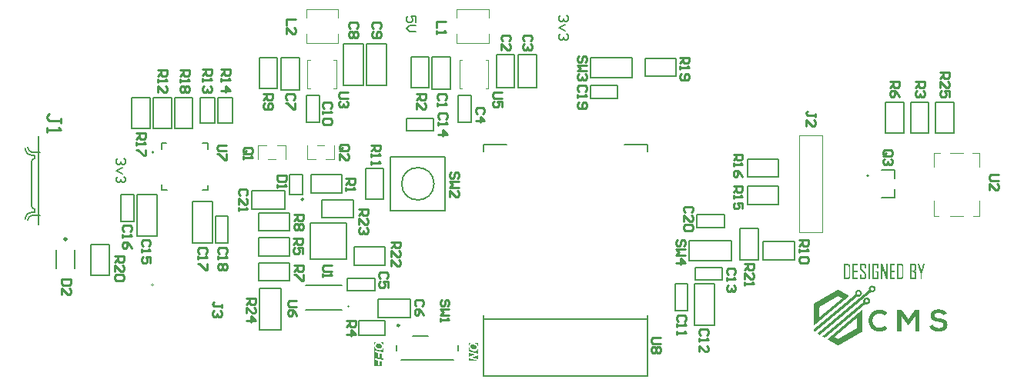
<source format=gto>
G04*
G04 #@! TF.GenerationSoftware,Altium Limited,Altium Designer,18.1.9 (240)*
G04*
G04 Layer_Color=65535*
%FSLAX25Y25*%
%MOIN*%
G70*
G01*
G75*
%ADD10C,0.00394*%
%ADD11C,0.00000*%
%ADD12C,0.01181*%
%ADD13C,0.00500*%
%ADD14C,0.00787*%
%ADD15C,0.00984*%
%ADD16C,0.00197*%
%ADD17C,0.01000*%
G36*
X362216Y-44151D02*
X362412D01*
Y-44167D01*
X362526D01*
Y-44184D01*
X362608D01*
Y-44200D01*
X362673D01*
Y-44216D01*
X362738D01*
Y-44233D01*
X362787D01*
Y-44249D01*
X362820D01*
Y-44265D01*
X362868D01*
Y-44282D01*
X362901D01*
Y-44298D01*
X362950D01*
Y-44314D01*
X362983D01*
Y-44331D01*
X363015D01*
Y-44347D01*
X363032D01*
Y-44363D01*
X363064D01*
Y-44379D01*
X363097D01*
Y-44396D01*
X363113D01*
Y-44412D01*
X363146D01*
Y-44429D01*
X363162D01*
Y-44445D01*
X363178D01*
Y-44461D01*
X363211D01*
Y-44477D01*
X363227D01*
Y-44494D01*
X363244D01*
Y-44510D01*
X363260D01*
Y-44526D01*
X363276D01*
Y-44543D01*
X363293D01*
Y-44559D01*
X363309D01*
Y-44575D01*
X363325D01*
Y-44592D01*
X363342D01*
Y-44608D01*
X363358D01*
Y-44624D01*
X363374D01*
Y-44641D01*
X363391D01*
Y-44657D01*
X363407D01*
Y-44673D01*
X363423D01*
Y-44690D01*
Y-44706D01*
X363440D01*
Y-44722D01*
X363456D01*
Y-44739D01*
X363472D01*
Y-44755D01*
Y-44771D01*
X363489D01*
Y-44787D01*
X363505D01*
Y-44804D01*
Y-44820D01*
X363521D01*
Y-44836D01*
X363537D01*
Y-44853D01*
Y-44869D01*
X363554D01*
Y-44885D01*
Y-44902D01*
X363570D01*
Y-44918D01*
X363586D01*
Y-44934D01*
Y-44951D01*
X363603D01*
Y-44967D01*
Y-44983D01*
X363619D01*
Y-45000D01*
Y-45016D01*
X363635D01*
Y-45032D01*
Y-45048D01*
Y-45065D01*
X363652D01*
Y-45081D01*
Y-45097D01*
X363668D01*
Y-45114D01*
Y-45130D01*
Y-45146D01*
X363684D01*
Y-45163D01*
Y-45179D01*
Y-45195D01*
X363701D01*
Y-45212D01*
Y-45228D01*
Y-45244D01*
X363717D01*
Y-45261D01*
Y-45277D01*
Y-45293D01*
Y-45309D01*
X363733D01*
Y-45326D01*
Y-45342D01*
Y-45358D01*
Y-45375D01*
Y-45391D01*
X363750D01*
Y-45407D01*
Y-45424D01*
Y-45440D01*
Y-45456D01*
Y-45473D01*
Y-45489D01*
Y-45505D01*
Y-45522D01*
Y-45538D01*
Y-45554D01*
Y-45571D01*
Y-45587D01*
Y-45603D01*
Y-45619D01*
Y-45636D01*
Y-45652D01*
Y-45669D01*
Y-45685D01*
Y-45701D01*
Y-45717D01*
Y-45734D01*
Y-45750D01*
Y-45766D01*
X363733D01*
Y-45783D01*
Y-45799D01*
Y-45815D01*
Y-45832D01*
Y-45848D01*
Y-45864D01*
X363717D01*
Y-45881D01*
Y-45897D01*
Y-45913D01*
Y-45930D01*
X363701D01*
Y-45946D01*
Y-45962D01*
Y-45978D01*
X363684D01*
Y-45995D01*
Y-46011D01*
Y-46027D01*
X363668D01*
Y-46044D01*
Y-46060D01*
Y-46076D01*
X363652D01*
Y-46093D01*
Y-46109D01*
X363635D01*
Y-46125D01*
Y-46142D01*
Y-46158D01*
X363619D01*
Y-46174D01*
Y-46191D01*
X363603D01*
Y-46207D01*
Y-46223D01*
X363586D01*
Y-46240D01*
X363570D01*
Y-46256D01*
Y-46272D01*
X363554D01*
Y-46288D01*
Y-46305D01*
X363537D01*
Y-46321D01*
Y-46337D01*
X363521D01*
Y-46354D01*
X363505D01*
Y-46370D01*
Y-46386D01*
X363489D01*
Y-46403D01*
X363472D01*
Y-46419D01*
Y-46435D01*
X363456D01*
Y-46452D01*
X363440D01*
Y-46468D01*
X363423D01*
Y-46484D01*
Y-46501D01*
X363407D01*
Y-46517D01*
X363391D01*
Y-46533D01*
X363374D01*
Y-46549D01*
X363358D01*
Y-46566D01*
X363342D01*
Y-46582D01*
Y-46599D01*
X363325D01*
Y-46615D01*
X363309D01*
Y-46631D01*
X363293D01*
Y-46647D01*
X363276D01*
Y-46664D01*
X363260D01*
Y-46680D01*
X363244D01*
Y-46696D01*
X363227D01*
Y-46713D01*
X363211D01*
Y-46729D01*
X363195D01*
Y-46745D01*
X363162D01*
Y-46762D01*
X363146D01*
Y-46778D01*
X363130D01*
Y-46794D01*
X363113D01*
Y-46811D01*
X363081D01*
Y-46827D01*
X363064D01*
Y-46843D01*
X363048D01*
Y-46859D01*
X363015D01*
Y-46876D01*
X362983D01*
Y-46892D01*
X362966D01*
Y-46908D01*
X362934D01*
Y-46925D01*
X362901D01*
Y-46941D01*
X362868D01*
Y-46957D01*
X362836D01*
Y-46974D01*
X362803D01*
Y-46990D01*
X362754D01*
Y-47006D01*
X362705D01*
Y-47023D01*
X362640D01*
Y-47039D01*
X362559D01*
Y-47055D01*
X362248D01*
Y-47039D01*
X362167D01*
Y-47023D01*
X362102D01*
Y-47006D01*
X361971D01*
Y-46990D01*
X361906D01*
Y-47006D01*
X361792D01*
Y-47023D01*
X361743D01*
Y-47039D01*
X361694D01*
Y-47055D01*
X361661D01*
Y-47072D01*
X361629D01*
Y-47088D01*
X361596D01*
Y-47104D01*
X361563D01*
Y-47120D01*
X361547D01*
Y-47137D01*
X361514D01*
Y-47153D01*
X361498D01*
Y-47170D01*
X361465D01*
Y-47186D01*
X361449D01*
Y-47202D01*
X361433D01*
Y-47218D01*
X361400D01*
Y-47235D01*
X361384D01*
Y-47251D01*
X361368D01*
Y-47267D01*
X361351D01*
Y-47284D01*
X361335D01*
Y-47300D01*
X361302D01*
Y-47316D01*
X361286D01*
Y-47333D01*
X361270D01*
Y-47349D01*
X361253D01*
Y-47365D01*
X361237D01*
Y-47382D01*
X361204D01*
Y-47398D01*
X361188D01*
Y-47414D01*
X361172D01*
Y-47431D01*
X361155D01*
Y-47447D01*
X361139D01*
Y-47463D01*
X361106D01*
Y-47480D01*
X361090D01*
Y-47496D01*
X361074D01*
Y-47512D01*
X361057D01*
Y-47528D01*
X361041D01*
Y-47545D01*
X361009D01*
Y-47561D01*
X360992D01*
Y-47577D01*
X360976D01*
Y-47594D01*
X360960D01*
Y-47610D01*
X360943D01*
Y-47626D01*
X360911D01*
Y-47643D01*
X360894D01*
Y-47659D01*
X360878D01*
Y-47675D01*
X360862D01*
Y-47692D01*
X360845D01*
Y-47708D01*
X360813D01*
Y-47724D01*
X360796D01*
Y-47741D01*
X360780D01*
Y-47757D01*
X360764D01*
Y-47773D01*
X360748D01*
Y-47789D01*
X360715D01*
Y-47806D01*
X360699D01*
Y-47822D01*
X360682D01*
Y-47838D01*
X360666D01*
Y-47855D01*
X360650D01*
Y-47871D01*
X360617D01*
Y-47887D01*
X360601D01*
Y-47904D01*
X360584D01*
Y-47920D01*
X360568D01*
Y-47936D01*
X360552D01*
Y-47953D01*
X360519D01*
Y-47969D01*
X360503D01*
Y-47985D01*
X360486D01*
Y-48002D01*
X360470D01*
Y-48018D01*
X360454D01*
Y-48034D01*
X360421D01*
Y-48050D01*
X360405D01*
Y-48067D01*
X360388D01*
Y-48083D01*
X360372D01*
Y-48099D01*
X360340D01*
Y-48116D01*
X360323D01*
Y-48132D01*
X360307D01*
Y-48148D01*
X360291D01*
Y-48165D01*
X360274D01*
Y-48181D01*
X360242D01*
Y-48197D01*
X360225D01*
Y-48214D01*
X360209D01*
Y-48230D01*
X360193D01*
Y-48246D01*
X360176D01*
Y-48263D01*
X360144D01*
Y-48279D01*
X360127D01*
Y-48295D01*
X360111D01*
Y-48312D01*
X360095D01*
Y-48328D01*
X360079D01*
Y-48344D01*
X360046D01*
Y-48361D01*
X360030D01*
Y-48377D01*
X360013D01*
Y-48393D01*
X359997D01*
Y-48410D01*
X359981D01*
Y-48426D01*
X359948D01*
Y-48442D01*
X359932D01*
Y-48458D01*
X359915D01*
Y-48475D01*
X359899D01*
Y-48491D01*
X359883D01*
Y-48507D01*
X359850D01*
Y-48524D01*
X359834D01*
Y-48540D01*
X359818D01*
Y-48556D01*
X359801D01*
Y-48573D01*
X359785D01*
Y-48589D01*
X359752D01*
Y-48605D01*
X359736D01*
Y-48622D01*
X359720D01*
Y-48638D01*
X359703D01*
Y-48654D01*
X359687D01*
Y-48671D01*
X359654D01*
Y-48687D01*
X359638D01*
Y-48703D01*
X359622D01*
Y-48719D01*
X359605D01*
Y-48736D01*
X359589D01*
Y-48752D01*
X359556D01*
Y-48768D01*
X359540D01*
Y-48785D01*
X359524D01*
Y-48801D01*
X359507D01*
Y-48817D01*
X359491D01*
Y-48834D01*
X359458D01*
Y-48850D01*
X359442D01*
Y-48866D01*
X359426D01*
Y-48883D01*
X359410D01*
Y-48899D01*
X359393D01*
Y-48915D01*
X359361D01*
Y-48932D01*
X359344D01*
Y-48948D01*
X359328D01*
Y-48964D01*
X359312D01*
Y-48981D01*
X359295D01*
Y-48997D01*
X359263D01*
Y-49013D01*
X359246D01*
Y-49029D01*
X359230D01*
Y-49046D01*
X359214D01*
Y-49062D01*
X359197D01*
Y-49078D01*
X359165D01*
Y-49095D01*
X359149D01*
Y-49111D01*
X359132D01*
Y-49127D01*
X359116D01*
Y-49144D01*
X359100D01*
Y-49160D01*
X359067D01*
Y-49176D01*
X359051D01*
Y-49193D01*
X359034D01*
Y-49209D01*
X359018D01*
Y-49225D01*
X359002D01*
Y-49242D01*
X358969D01*
Y-49258D01*
X358953D01*
Y-49274D01*
X358936D01*
Y-49290D01*
X358920D01*
Y-49307D01*
X358904D01*
Y-49323D01*
X358871D01*
Y-49340D01*
X358855D01*
Y-49356D01*
X358839D01*
Y-49372D01*
X358822D01*
Y-49388D01*
X358806D01*
Y-49405D01*
X358790D01*
Y-49421D01*
X358757D01*
Y-49437D01*
X358741D01*
Y-49454D01*
X358724D01*
Y-49470D01*
X358708D01*
Y-49486D01*
X358692D01*
Y-49503D01*
X358659D01*
Y-49519D01*
X358643D01*
Y-49535D01*
X358626D01*
Y-49552D01*
X358610D01*
Y-49568D01*
X358594D01*
Y-49584D01*
X358561D01*
Y-49600D01*
X358545D01*
Y-49617D01*
X358528D01*
Y-49633D01*
X358512D01*
Y-49650D01*
X358496D01*
Y-49666D01*
X358463D01*
Y-49682D01*
X358447D01*
Y-49698D01*
X358431D01*
Y-49715D01*
X358414D01*
Y-49731D01*
X358398D01*
Y-49747D01*
X358365D01*
Y-49764D01*
X358349D01*
Y-49780D01*
X358333D01*
Y-49796D01*
X358316D01*
Y-49813D01*
X358300D01*
Y-49829D01*
X358267D01*
Y-49845D01*
X358251D01*
Y-49862D01*
X358235D01*
Y-49878D01*
X358219D01*
Y-49894D01*
X358202D01*
Y-49911D01*
X358170D01*
Y-49927D01*
X358153D01*
Y-49943D01*
X358137D01*
Y-49959D01*
X358121D01*
Y-49976D01*
X358104D01*
Y-49992D01*
X358072D01*
Y-50008D01*
X358055D01*
Y-50025D01*
X358039D01*
Y-50041D01*
X358023D01*
Y-50057D01*
X358006D01*
Y-50074D01*
X357990D01*
Y-50090D01*
X357958D01*
Y-50106D01*
X357941D01*
Y-50123D01*
X357925D01*
Y-50139D01*
X357909D01*
Y-50155D01*
X357892D01*
Y-50172D01*
X357860D01*
Y-50188D01*
X357843D01*
Y-50204D01*
X357827D01*
Y-50221D01*
X357811D01*
Y-50237D01*
X357794D01*
Y-50253D01*
X357762D01*
Y-50270D01*
X357745D01*
Y-50286D01*
X357729D01*
Y-50302D01*
X357713D01*
Y-50318D01*
X357696D01*
Y-50335D01*
X357664D01*
Y-50351D01*
X357647D01*
Y-50367D01*
X357631D01*
Y-50384D01*
X357615D01*
Y-50400D01*
X357598D01*
Y-50416D01*
X357582D01*
Y-50433D01*
X357550D01*
Y-50449D01*
X357533D01*
Y-50465D01*
X357517D01*
Y-50482D01*
X357501D01*
Y-50498D01*
X357484D01*
Y-50514D01*
X357452D01*
Y-50530D01*
X357435D01*
Y-50547D01*
X357419D01*
Y-50563D01*
X357403D01*
Y-50580D01*
X357386D01*
Y-50596D01*
X357354D01*
Y-50612D01*
X357337D01*
Y-50628D01*
X357321D01*
Y-50645D01*
X357305D01*
Y-50661D01*
X357289D01*
Y-50677D01*
X357256D01*
Y-50694D01*
X357240D01*
Y-50710D01*
X357223D01*
Y-50726D01*
X357207D01*
Y-50743D01*
X357191D01*
Y-50759D01*
X357174D01*
Y-50775D01*
X357142D01*
Y-50792D01*
X357125D01*
Y-50808D01*
X357109D01*
Y-50824D01*
X357093D01*
Y-50841D01*
X357076D01*
Y-50857D01*
X357044D01*
Y-50873D01*
X357028D01*
Y-50889D01*
X357011D01*
Y-50906D01*
X356995D01*
Y-50922D01*
X356979D01*
Y-50938D01*
X356962D01*
Y-50955D01*
X356930D01*
Y-50971D01*
X356913D01*
Y-50987D01*
X356897D01*
Y-51004D01*
X356881D01*
Y-51020D01*
X356864D01*
Y-51036D01*
X356832D01*
Y-51053D01*
X356815D01*
Y-51069D01*
X356799D01*
Y-51085D01*
X356783D01*
Y-51102D01*
X356766D01*
Y-51118D01*
X356750D01*
Y-51134D01*
X356717D01*
Y-51151D01*
X356701D01*
Y-51167D01*
X356685D01*
Y-51183D01*
X356668D01*
Y-51200D01*
X356652D01*
Y-51216D01*
X356636D01*
Y-51232D01*
X356603D01*
Y-51248D01*
X356587D01*
Y-51265D01*
X356571D01*
Y-51281D01*
X356554D01*
Y-51297D01*
X356538D01*
Y-51314D01*
X356522D01*
Y-51330D01*
X356489D01*
Y-51346D01*
X356473D01*
Y-51363D01*
X356456D01*
Y-51379D01*
X356440D01*
Y-51395D01*
X356424D01*
Y-51412D01*
X356407D01*
Y-51428D01*
X356375D01*
Y-51444D01*
X356359D01*
Y-51460D01*
X356342D01*
Y-51477D01*
X356326D01*
Y-51493D01*
X356310D01*
Y-51509D01*
X356293D01*
Y-51526D01*
X356261D01*
Y-51542D01*
X356244D01*
Y-51558D01*
X356228D01*
Y-51575D01*
X356212D01*
Y-51591D01*
X356195D01*
Y-51607D01*
X356179D01*
Y-51624D01*
X356146D01*
Y-51640D01*
X356130D01*
Y-51656D01*
X356114D01*
Y-51673D01*
X356098D01*
Y-51689D01*
X356081D01*
Y-51705D01*
X356065D01*
Y-51722D01*
X356032D01*
Y-51738D01*
X356016D01*
Y-51754D01*
X356000D01*
Y-51771D01*
X355983D01*
Y-51787D01*
X355967D01*
Y-51803D01*
X355951D01*
Y-51819D01*
X355918D01*
Y-51836D01*
X355902D01*
Y-51852D01*
X355885D01*
Y-51868D01*
X355869D01*
Y-51885D01*
X355853D01*
Y-51901D01*
X355836D01*
Y-51917D01*
X355804D01*
Y-51934D01*
X355787D01*
Y-51950D01*
X355771D01*
Y-51966D01*
X355755D01*
Y-51983D01*
X355738D01*
Y-51999D01*
X355722D01*
Y-52015D01*
X355706D01*
Y-52032D01*
X355673D01*
Y-52048D01*
X355657D01*
Y-52064D01*
X355641D01*
Y-52081D01*
X355624D01*
Y-52097D01*
X355608D01*
Y-52113D01*
X355592D01*
Y-52130D01*
X355559D01*
Y-52146D01*
X355543D01*
Y-52162D01*
X355526D01*
Y-52178D01*
X355510D01*
Y-52195D01*
X355494D01*
Y-52211D01*
X355477D01*
Y-52227D01*
X355445D01*
Y-52244D01*
X355429D01*
Y-52260D01*
X355412D01*
Y-52276D01*
X355396D01*
Y-52293D01*
X355380D01*
Y-52309D01*
X355363D01*
Y-52325D01*
X355331D01*
Y-52342D01*
X355314D01*
Y-52358D01*
X355298D01*
Y-52374D01*
X355282D01*
Y-52390D01*
X355265D01*
Y-52407D01*
X355249D01*
Y-52423D01*
X355216D01*
Y-52439D01*
X355200D01*
Y-52456D01*
X355184D01*
Y-52472D01*
X355168D01*
Y-52488D01*
X355151D01*
Y-52505D01*
X355135D01*
Y-52521D01*
X355102D01*
Y-52537D01*
X355086D01*
Y-52554D01*
X355070D01*
Y-52570D01*
X355053D01*
Y-52586D01*
X355037D01*
Y-52603D01*
X355004D01*
Y-52619D01*
X354988D01*
Y-52635D01*
X354972D01*
Y-52652D01*
X354955D01*
Y-52668D01*
X354939D01*
Y-52684D01*
X354923D01*
Y-52701D01*
X354890D01*
Y-52717D01*
X354874D01*
Y-52733D01*
X354857D01*
Y-52750D01*
X354841D01*
Y-52766D01*
X354825D01*
Y-52782D01*
X354808D01*
Y-52798D01*
X354776D01*
Y-52815D01*
X354760D01*
Y-52831D01*
X354743D01*
Y-52847D01*
X354727D01*
Y-52864D01*
X354711D01*
Y-52880D01*
X354678D01*
Y-52896D01*
X354662D01*
Y-52913D01*
X354645D01*
Y-52929D01*
X354629D01*
Y-52945D01*
X354613D01*
Y-52962D01*
X354596D01*
Y-52978D01*
X354564D01*
Y-52994D01*
X354548D01*
Y-53010D01*
X354531D01*
Y-53027D01*
X354515D01*
Y-53043D01*
X354499D01*
Y-53060D01*
X354466D01*
Y-53076D01*
X354450D01*
Y-53092D01*
X354433D01*
Y-53108D01*
X354417D01*
Y-53125D01*
X354401D01*
Y-53141D01*
X354368D01*
Y-53157D01*
X354352D01*
Y-53174D01*
X354335D01*
Y-53190D01*
X354319D01*
Y-53206D01*
X354303D01*
Y-53223D01*
X354270D01*
Y-53239D01*
X354254D01*
Y-53255D01*
X354238D01*
Y-53272D01*
X354221D01*
Y-53288D01*
X354205D01*
Y-53304D01*
X354172D01*
Y-53320D01*
X354156D01*
Y-53337D01*
X354140D01*
Y-53353D01*
X354123D01*
Y-53369D01*
X354107D01*
Y-53386D01*
X354074D01*
Y-53402D01*
X354058D01*
Y-53418D01*
X354042D01*
Y-53435D01*
X354025D01*
Y-53451D01*
X354009D01*
Y-53467D01*
X353976D01*
Y-53484D01*
X353960D01*
Y-53500D01*
X353944D01*
Y-53516D01*
X353927D01*
Y-53533D01*
X353911D01*
Y-53549D01*
X353878D01*
Y-53565D01*
X353862D01*
Y-53582D01*
X353846D01*
Y-53598D01*
X353830D01*
Y-53614D01*
X353797D01*
Y-53631D01*
X353781D01*
Y-53647D01*
X353764D01*
Y-53663D01*
X353748D01*
Y-53680D01*
X353732D01*
Y-53696D01*
X353699D01*
Y-53712D01*
X353683D01*
Y-53728D01*
X353666D01*
Y-53745D01*
X353650D01*
Y-53761D01*
X353618D01*
Y-53777D01*
X353601D01*
Y-53794D01*
X353585D01*
Y-53810D01*
X353569D01*
Y-53826D01*
X353552D01*
Y-53843D01*
X353520D01*
Y-53859D01*
X353503D01*
Y-53875D01*
X353487D01*
Y-53892D01*
X353471D01*
Y-53908D01*
X353454D01*
Y-53924D01*
X353422D01*
Y-53940D01*
X353405D01*
Y-53957D01*
X353389D01*
Y-53973D01*
X353373D01*
Y-53989D01*
X353340D01*
Y-54006D01*
X353324D01*
Y-54022D01*
X353308D01*
Y-54038D01*
X353291D01*
Y-54055D01*
X353259D01*
Y-54071D01*
X353242D01*
Y-54087D01*
X353226D01*
Y-54104D01*
X353210D01*
Y-54120D01*
X353193D01*
Y-54136D01*
X353161D01*
Y-54153D01*
X353144D01*
Y-54169D01*
X353128D01*
Y-54185D01*
X353112D01*
Y-54202D01*
X353079D01*
Y-54218D01*
X353063D01*
Y-54234D01*
X353046D01*
Y-54251D01*
X353030D01*
Y-54267D01*
X353014D01*
Y-54283D01*
X352981D01*
Y-54299D01*
X352965D01*
Y-54316D01*
X352948D01*
Y-54332D01*
X352932D01*
Y-54348D01*
X352900D01*
Y-54365D01*
X352883D01*
Y-54381D01*
X352867D01*
Y-54397D01*
X352851D01*
Y-54414D01*
X352834D01*
Y-54430D01*
X352802D01*
Y-54446D01*
X352785D01*
Y-54463D01*
X352769D01*
Y-54479D01*
X352753D01*
Y-54495D01*
X352720D01*
Y-54512D01*
X352704D01*
Y-54528D01*
X352688D01*
Y-54544D01*
X352671D01*
Y-54561D01*
X352655D01*
Y-54577D01*
X352622D01*
Y-54593D01*
X352606D01*
Y-54610D01*
X352590D01*
Y-54626D01*
X352573D01*
Y-54642D01*
X352541D01*
Y-54658D01*
X352524D01*
Y-54675D01*
X352508D01*
Y-54691D01*
X352492D01*
Y-54707D01*
X352475D01*
Y-54724D01*
X352443D01*
Y-54740D01*
X352426D01*
Y-54756D01*
X352410D01*
Y-54773D01*
X352394D01*
Y-54789D01*
X352378D01*
Y-54805D01*
X352345D01*
Y-54822D01*
X352328D01*
Y-54838D01*
X352312D01*
Y-54854D01*
X352296D01*
Y-54870D01*
X352263D01*
Y-54887D01*
X352247D01*
Y-54903D01*
X352231D01*
Y-54919D01*
X352214D01*
Y-54936D01*
X352198D01*
Y-54952D01*
X352165D01*
Y-54968D01*
X352149D01*
Y-54985D01*
X352133D01*
Y-55001D01*
X352116D01*
Y-55017D01*
X352100D01*
Y-55034D01*
X352067D01*
Y-55050D01*
X352051D01*
Y-55066D01*
X352035D01*
Y-55083D01*
X352019D01*
Y-55099D01*
X352002D01*
Y-55115D01*
X351970D01*
Y-55132D01*
X351953D01*
Y-55148D01*
X351937D01*
Y-55164D01*
X351921D01*
Y-55181D01*
X351904D01*
Y-55197D01*
X351872D01*
Y-55213D01*
X351855D01*
Y-55230D01*
X351839D01*
Y-55246D01*
X351823D01*
Y-55262D01*
X351806D01*
Y-55278D01*
X351774D01*
Y-55295D01*
X351758D01*
Y-55311D01*
X351741D01*
Y-55327D01*
X351725D01*
Y-55344D01*
X351709D01*
Y-55360D01*
X351692D01*
Y-55376D01*
X351660D01*
Y-55393D01*
X351643D01*
Y-55409D01*
X351627D01*
Y-55425D01*
X351611D01*
Y-55442D01*
X351594D01*
Y-55458D01*
X351562D01*
Y-55474D01*
X351545D01*
Y-55490D01*
X351529D01*
Y-55507D01*
X351513D01*
Y-55523D01*
X351497D01*
Y-55540D01*
X351480D01*
Y-55556D01*
X351448D01*
Y-55572D01*
X351431D01*
Y-55588D01*
X351415D01*
Y-55605D01*
X351398D01*
Y-55621D01*
X351382D01*
Y-55637D01*
X351366D01*
Y-55654D01*
X351333D01*
Y-55670D01*
X351317D01*
Y-55686D01*
X351301D01*
Y-55703D01*
X351284D01*
Y-55719D01*
X351268D01*
Y-55735D01*
X351252D01*
Y-55752D01*
X351219D01*
Y-55768D01*
X351203D01*
Y-55784D01*
X351186D01*
Y-55800D01*
X351170D01*
Y-55817D01*
X351154D01*
Y-55833D01*
X351137D01*
Y-55849D01*
X351105D01*
Y-55866D01*
X351089D01*
Y-55882D01*
X351072D01*
Y-55898D01*
X351056D01*
Y-55915D01*
X351040D01*
Y-55931D01*
X351023D01*
Y-55947D01*
X350991D01*
Y-55964D01*
X350974D01*
Y-55980D01*
X350958D01*
Y-55996D01*
X350942D01*
Y-56013D01*
X350925D01*
Y-56029D01*
X350909D01*
Y-56045D01*
X350893D01*
Y-56062D01*
X350860D01*
Y-56078D01*
X350844D01*
Y-56094D01*
X350828D01*
Y-56111D01*
X350811D01*
Y-56127D01*
X350795D01*
Y-56143D01*
X350779D01*
Y-56160D01*
X350746D01*
Y-56176D01*
X350730D01*
Y-56192D01*
X350713D01*
Y-56208D01*
X350697D01*
Y-56225D01*
X350681D01*
Y-56241D01*
X350664D01*
Y-56257D01*
X350632D01*
Y-56274D01*
X350615D01*
Y-56290D01*
X350599D01*
Y-56306D01*
X350583D01*
Y-56323D01*
X350566D01*
Y-56339D01*
X350550D01*
Y-56355D01*
X350534D01*
Y-56372D01*
X350501D01*
Y-56388D01*
X350485D01*
Y-56404D01*
X350469D01*
Y-56420D01*
X350452D01*
Y-56437D01*
X350436D01*
Y-56453D01*
X350420D01*
Y-56470D01*
X350387D01*
Y-56486D01*
X350371D01*
Y-56502D01*
X350354D01*
Y-56518D01*
X350338D01*
Y-56535D01*
X350322D01*
Y-56551D01*
X350305D01*
Y-56567D01*
X350273D01*
Y-56584D01*
X350256D01*
Y-56600D01*
X350240D01*
Y-56616D01*
X350224D01*
Y-56633D01*
X350207D01*
Y-56649D01*
X350191D01*
Y-56665D01*
X350175D01*
Y-56682D01*
X350142D01*
Y-56698D01*
X350126D01*
Y-56714D01*
X350110D01*
Y-56731D01*
X350093D01*
Y-56747D01*
X350077D01*
Y-56763D01*
X350061D01*
Y-56779D01*
X350028D01*
Y-56796D01*
X350012D01*
Y-56812D01*
X349995D01*
Y-56828D01*
X349979D01*
Y-56845D01*
X349963D01*
Y-56861D01*
X349946D01*
Y-56877D01*
X349914D01*
Y-56894D01*
X349898D01*
Y-56910D01*
X349881D01*
Y-56926D01*
X349865D01*
Y-56943D01*
X349849D01*
Y-56959D01*
X349816D01*
Y-56975D01*
X349800D01*
Y-56992D01*
X349783D01*
Y-57008D01*
X349767D01*
Y-57024D01*
X349751D01*
Y-57041D01*
X349734D01*
Y-57057D01*
X349702D01*
Y-57073D01*
X349685D01*
Y-57090D01*
X349669D01*
Y-57106D01*
X349653D01*
Y-57122D01*
X349637D01*
Y-57138D01*
X349620D01*
Y-57155D01*
X349587D01*
Y-57171D01*
X349571D01*
Y-57187D01*
X349555D01*
Y-57204D01*
X349539D01*
Y-57220D01*
X349522D01*
Y-57236D01*
X349490D01*
Y-57253D01*
X349473D01*
Y-57269D01*
X349457D01*
Y-57285D01*
X349441D01*
Y-57302D01*
X349424D01*
Y-57318D01*
X349392D01*
Y-57334D01*
X349375D01*
Y-57350D01*
X349359D01*
Y-57367D01*
X349343D01*
Y-57383D01*
X349326D01*
Y-57399D01*
X349294D01*
Y-57416D01*
X349277D01*
Y-57432D01*
X349261D01*
Y-57448D01*
X349245D01*
Y-57465D01*
X349229D01*
Y-57481D01*
X349196D01*
Y-57497D01*
X349180D01*
Y-57514D01*
X349163D01*
Y-57530D01*
X349147D01*
Y-57546D01*
X349131D01*
Y-57563D01*
X349098D01*
Y-57579D01*
X349082D01*
Y-57595D01*
X349065D01*
Y-57612D01*
X349049D01*
Y-57628D01*
X349033D01*
Y-57644D01*
X349000D01*
Y-57661D01*
X348984D01*
Y-57677D01*
X348968D01*
Y-57693D01*
X348951D01*
Y-57709D01*
X348919D01*
Y-57726D01*
X348902D01*
Y-57742D01*
X348886D01*
Y-57758D01*
X348870D01*
Y-57775D01*
X348853D01*
Y-57791D01*
X348821D01*
Y-57807D01*
X348804D01*
Y-57824D01*
X348788D01*
Y-57840D01*
X348772D01*
Y-57856D01*
X348739D01*
Y-57873D01*
X348723D01*
Y-57889D01*
X348707D01*
Y-57905D01*
X348690D01*
Y-57922D01*
X348674D01*
Y-57938D01*
X348641D01*
Y-57954D01*
X348625D01*
Y-57970D01*
X348609D01*
Y-57987D01*
X348592D01*
Y-58003D01*
X348560D01*
Y-58020D01*
X348543D01*
Y-58036D01*
X348527D01*
Y-58052D01*
X348511D01*
Y-58068D01*
X348494D01*
Y-58085D01*
X348462D01*
Y-58101D01*
X348445D01*
Y-58117D01*
X348429D01*
Y-58134D01*
X348413D01*
Y-58150D01*
X348380D01*
Y-58166D01*
X348364D01*
Y-58183D01*
X348347D01*
Y-58199D01*
X348331D01*
Y-58215D01*
X348315D01*
Y-58232D01*
X348282D01*
Y-58248D01*
X348266D01*
Y-58264D01*
X348250D01*
Y-58280D01*
X348233D01*
Y-58297D01*
X348201D01*
Y-58313D01*
X348184D01*
Y-58329D01*
X348168D01*
Y-58346D01*
X348152D01*
Y-58362D01*
X348119D01*
Y-58378D01*
X348103D01*
Y-58395D01*
X348087D01*
Y-58411D01*
X348070D01*
Y-58427D01*
X348054D01*
Y-58444D01*
X348021D01*
Y-58460D01*
X348005D01*
Y-58476D01*
X347989D01*
Y-58493D01*
X347972D01*
Y-58509D01*
X347940D01*
Y-58525D01*
X347923D01*
Y-58542D01*
X347907D01*
Y-58558D01*
X347891D01*
Y-58574D01*
X347874D01*
Y-58591D01*
X347842D01*
Y-58607D01*
X347825D01*
Y-58623D01*
X347809D01*
Y-58639D01*
X347793D01*
Y-58656D01*
X347760D01*
Y-58672D01*
X347744D01*
Y-58688D01*
X347727D01*
Y-58705D01*
X347711D01*
Y-58721D01*
X347679D01*
Y-58737D01*
X347662D01*
Y-58754D01*
X347646D01*
Y-58770D01*
X347630D01*
Y-58786D01*
X347613D01*
Y-58803D01*
X347581D01*
Y-58819D01*
X347564D01*
Y-58835D01*
X347548D01*
Y-58852D01*
X347532D01*
Y-58868D01*
X347499D01*
Y-58884D01*
X347483D01*
Y-58900D01*
X347466D01*
Y-58917D01*
X347450D01*
Y-58933D01*
X347434D01*
Y-58950D01*
X347401D01*
Y-58966D01*
X347385D01*
Y-58982D01*
X347369D01*
Y-58998D01*
X347352D01*
Y-59015D01*
X347320D01*
Y-59031D01*
X347303D01*
Y-59047D01*
X347287D01*
Y-59064D01*
X347271D01*
Y-59080D01*
X347254D01*
Y-59096D01*
X347222D01*
Y-59113D01*
X347205D01*
Y-59129D01*
X347189D01*
Y-59145D01*
X347173D01*
Y-59162D01*
X347157D01*
Y-59178D01*
X347124D01*
Y-59194D01*
X347108D01*
Y-59210D01*
X347091D01*
Y-59227D01*
X347075D01*
Y-59243D01*
X347059D01*
Y-59259D01*
X347026D01*
Y-59276D01*
X347010D01*
Y-59292D01*
X346993D01*
Y-59308D01*
X346977D01*
Y-59325D01*
X346944D01*
Y-59341D01*
X346928D01*
Y-59357D01*
X346912D01*
Y-59374D01*
X346895D01*
Y-59390D01*
X346879D01*
Y-59406D01*
X346847D01*
Y-59423D01*
X346830D01*
Y-59439D01*
X346814D01*
Y-59455D01*
X346797D01*
Y-59472D01*
X346781D01*
Y-59488D01*
X346765D01*
Y-59504D01*
X346732D01*
Y-59521D01*
X346716D01*
Y-59537D01*
X346700D01*
Y-59553D01*
X346683D01*
Y-59569D01*
X346667D01*
Y-59586D01*
X346634D01*
Y-59602D01*
X346618D01*
Y-59618D01*
X346602D01*
Y-59635D01*
X346585D01*
Y-59651D01*
X346569D01*
Y-59667D01*
X346553D01*
Y-59684D01*
X346520D01*
Y-59700D01*
X346504D01*
Y-59716D01*
X346487D01*
Y-59733D01*
X346471D01*
Y-59749D01*
X346455D01*
Y-59765D01*
X346422D01*
Y-59782D01*
X346406D01*
Y-59798D01*
X346390D01*
Y-59814D01*
X346373D01*
Y-59830D01*
X346357D01*
Y-59847D01*
X346341D01*
Y-59863D01*
X346308D01*
Y-59879D01*
X346292D01*
Y-59896D01*
X346275D01*
Y-59912D01*
X346259D01*
Y-59928D01*
X346243D01*
Y-59945D01*
X346227D01*
Y-59961D01*
X346194D01*
Y-59977D01*
X346178D01*
Y-59994D01*
X346161D01*
Y-60010D01*
X346145D01*
Y-60026D01*
X346129D01*
Y-60043D01*
X346112D01*
Y-60059D01*
X346080D01*
Y-60075D01*
X346063D01*
Y-60092D01*
X346047D01*
Y-60108D01*
X346031D01*
Y-60124D01*
X346014D01*
Y-60141D01*
X345998D01*
Y-60157D01*
X345965D01*
Y-60173D01*
X345949D01*
Y-60189D01*
X345933D01*
Y-60206D01*
X345917D01*
Y-60222D01*
X345900D01*
Y-60238D01*
X345884D01*
Y-60255D01*
X345867D01*
Y-60271D01*
X345835D01*
Y-60287D01*
X345819D01*
Y-60304D01*
X345802D01*
Y-60320D01*
X345786D01*
Y-60336D01*
X345770D01*
Y-60353D01*
X345753D01*
Y-60369D01*
X345721D01*
Y-60385D01*
X345704D01*
Y-60401D01*
X345688D01*
Y-60418D01*
X345672D01*
Y-60434D01*
X345655D01*
Y-60451D01*
X345639D01*
Y-60467D01*
X345606D01*
Y-60483D01*
X345590D01*
Y-60499D01*
X345574D01*
Y-60516D01*
X345557D01*
Y-60532D01*
X345541D01*
Y-60548D01*
X345525D01*
Y-60565D01*
X345492D01*
Y-60581D01*
X345476D01*
Y-60597D01*
X345460D01*
Y-60614D01*
X345443D01*
Y-60630D01*
X345427D01*
Y-60646D01*
X345411D01*
Y-60663D01*
X345378D01*
Y-60679D01*
X345362D01*
Y-60695D01*
X345345D01*
Y-60711D01*
X345329D01*
Y-60728D01*
X345313D01*
Y-60744D01*
X345280D01*
Y-60760D01*
X345264D01*
Y-60777D01*
X345248D01*
Y-60793D01*
X345231D01*
Y-60809D01*
X345215D01*
Y-60826D01*
X345199D01*
Y-60842D01*
X345166D01*
Y-60858D01*
X345150D01*
Y-60875D01*
X345133D01*
Y-60891D01*
X345117D01*
Y-60907D01*
X345101D01*
Y-60924D01*
X345068D01*
Y-60940D01*
X345052D01*
Y-60956D01*
X345035D01*
Y-60973D01*
X345019D01*
Y-60989D01*
X345003D01*
Y-61005D01*
X344987D01*
Y-61022D01*
X344954D01*
Y-61038D01*
X344937D01*
Y-61054D01*
X344921D01*
Y-61071D01*
X344905D01*
Y-61087D01*
X344889D01*
Y-61103D01*
X344856D01*
Y-61119D01*
X344840D01*
Y-61136D01*
X344823D01*
Y-61152D01*
X344807D01*
Y-61168D01*
X344791D01*
Y-61185D01*
X344758D01*
Y-61201D01*
X344742D01*
Y-61217D01*
X344725D01*
Y-61234D01*
X344709D01*
Y-61250D01*
X344693D01*
Y-61266D01*
X344660D01*
Y-61283D01*
X344644D01*
Y-61299D01*
X344627D01*
Y-61315D01*
X344611D01*
Y-61332D01*
X344595D01*
Y-61348D01*
X344562D01*
Y-61364D01*
X344546D01*
Y-61380D01*
X344530D01*
Y-61397D01*
X344513D01*
Y-61413D01*
X344497D01*
Y-61429D01*
X344464D01*
Y-61446D01*
X344448D01*
Y-61462D01*
X344432D01*
Y-61478D01*
X344415D01*
Y-61495D01*
X344399D01*
Y-61511D01*
X344367D01*
Y-61527D01*
X344350D01*
Y-61544D01*
X344334D01*
Y-61560D01*
X344318D01*
Y-61576D01*
X344301D01*
Y-61593D01*
X344269D01*
Y-61609D01*
X344252D01*
Y-61625D01*
X344236D01*
Y-61642D01*
X344220D01*
Y-61658D01*
X344203D01*
Y-61674D01*
X344171D01*
Y-61690D01*
X344154D01*
Y-61707D01*
X344138D01*
Y-61723D01*
X344122D01*
Y-61739D01*
X344089D01*
Y-61756D01*
X344073D01*
Y-61772D01*
X344057D01*
Y-61788D01*
X344040D01*
Y-61805D01*
X344024D01*
Y-61821D01*
X343991D01*
Y-61837D01*
X343975D01*
Y-61854D01*
X343959D01*
Y-61870D01*
X343942D01*
Y-61886D01*
X343926D01*
Y-61903D01*
X343893D01*
Y-61919D01*
X343877D01*
Y-61935D01*
X343861D01*
Y-61952D01*
X343844D01*
Y-61968D01*
X343828D01*
Y-61984D01*
X343795D01*
Y-62001D01*
X343779D01*
Y-62017D01*
X343763D01*
Y-62033D01*
X343746D01*
Y-62049D01*
X343730D01*
Y-62066D01*
X343698D01*
Y-62082D01*
X343681D01*
Y-62098D01*
X343665D01*
Y-62115D01*
X343649D01*
Y-62131D01*
X343616D01*
Y-62147D01*
X343600D01*
Y-62164D01*
X343583D01*
Y-62180D01*
X343567D01*
Y-62196D01*
X343551D01*
Y-62213D01*
X343518D01*
Y-62229D01*
X343502D01*
Y-62245D01*
X343485D01*
Y-62261D01*
X343469D01*
Y-62278D01*
X343453D01*
Y-62294D01*
X343420D01*
Y-62310D01*
X343404D01*
Y-62327D01*
X343388D01*
Y-62343D01*
X343371D01*
Y-62359D01*
X343355D01*
Y-62376D01*
X343322D01*
Y-62392D01*
X343306D01*
Y-62408D01*
X343290D01*
Y-62425D01*
X343273D01*
Y-62441D01*
X343257D01*
Y-62457D01*
X343224D01*
Y-62474D01*
X343208D01*
Y-62490D01*
X343192D01*
Y-62506D01*
X343175D01*
Y-62523D01*
X343159D01*
Y-62539D01*
X343127D01*
Y-62555D01*
X343110D01*
Y-62572D01*
X343094D01*
Y-62588D01*
X343077D01*
Y-62604D01*
X343061D01*
Y-62621D01*
X343029D01*
Y-62637D01*
X343012D01*
Y-62653D01*
X342996D01*
Y-62669D01*
X342980D01*
Y-62686D01*
X342963D01*
Y-62702D01*
X342931D01*
Y-62718D01*
X342914D01*
Y-62735D01*
X342898D01*
Y-62751D01*
X342882D01*
Y-62767D01*
X342865D01*
Y-62784D01*
X342833D01*
Y-62800D01*
X342816D01*
Y-62816D01*
X342800D01*
Y-62833D01*
X342784D01*
Y-62849D01*
X342768D01*
Y-62865D01*
X342735D01*
Y-62881D01*
X342719D01*
Y-62898D01*
X342702D01*
Y-62914D01*
X342686D01*
Y-62931D01*
X342670D01*
Y-62947D01*
X342653D01*
Y-62963D01*
X342621D01*
Y-62979D01*
X342604D01*
Y-62996D01*
X342588D01*
Y-63012D01*
X342572D01*
Y-63028D01*
X342555D01*
Y-63045D01*
X342523D01*
Y-63061D01*
X342507D01*
Y-63077D01*
X342490D01*
Y-63094D01*
X342474D01*
Y-63110D01*
X342458D01*
Y-63126D01*
X342441D01*
Y-63143D01*
X342409D01*
Y-63159D01*
X342392D01*
Y-63175D01*
X342376D01*
Y-63191D01*
X342360D01*
Y-63208D01*
X342343D01*
Y-63224D01*
X342311D01*
Y-63240D01*
X342294D01*
Y-63257D01*
X342278D01*
Y-63273D01*
X342262D01*
Y-63289D01*
X342245D01*
Y-63306D01*
X342229D01*
Y-63322D01*
X342196D01*
Y-63338D01*
X342180D01*
Y-63355D01*
X342164D01*
Y-63371D01*
X342147D01*
Y-63387D01*
X342131D01*
Y-63404D01*
X342115D01*
Y-63420D01*
X342082D01*
Y-63436D01*
X342066D01*
Y-63453D01*
X342050D01*
Y-63469D01*
X342033D01*
Y-63485D01*
X342017D01*
Y-63502D01*
X342001D01*
Y-63518D01*
X341968D01*
Y-63534D01*
X341952D01*
Y-63551D01*
X341935D01*
Y-63567D01*
X341919D01*
Y-63583D01*
X341903D01*
Y-63599D01*
X341886D01*
Y-63616D01*
X341854D01*
Y-63632D01*
X341838D01*
Y-63648D01*
X341821D01*
Y-63665D01*
X341805D01*
Y-63681D01*
X341789D01*
Y-63697D01*
X341772D01*
Y-63714D01*
X341740D01*
Y-63730D01*
X341723D01*
Y-63746D01*
X341707D01*
Y-63763D01*
X341691D01*
Y-63779D01*
X341674D01*
Y-63795D01*
X341658D01*
Y-63811D01*
X341625D01*
Y-63828D01*
X341609D01*
Y-63844D01*
X341593D01*
Y-63860D01*
X341577D01*
Y-63877D01*
X341560D01*
Y-63893D01*
X341544D01*
Y-63909D01*
X341511D01*
Y-63926D01*
X341495D01*
Y-63942D01*
X341479D01*
Y-63958D01*
X341462D01*
Y-63975D01*
X341446D01*
Y-63991D01*
X341430D01*
Y-64007D01*
X341397D01*
Y-64024D01*
X341381D01*
Y-64040D01*
X341364D01*
Y-64056D01*
X341348D01*
Y-64073D01*
X341332D01*
Y-64089D01*
X341315D01*
Y-64105D01*
X341283D01*
Y-64122D01*
X341266D01*
Y-64138D01*
X341250D01*
Y-64154D01*
X341234D01*
Y-64170D01*
X341217D01*
Y-64187D01*
X341201D01*
Y-64203D01*
X341169D01*
Y-64219D01*
X341152D01*
Y-64236D01*
X341136D01*
Y-64252D01*
X341120D01*
Y-64268D01*
X341103D01*
Y-64285D01*
X341087D01*
Y-64301D01*
X341054D01*
Y-64317D01*
X341038D01*
Y-64334D01*
X341022D01*
Y-64350D01*
X341005D01*
Y-64366D01*
X340989D01*
Y-64383D01*
X340956D01*
Y-64399D01*
X340940D01*
Y-64415D01*
X340924D01*
Y-64432D01*
X340908D01*
Y-64448D01*
X340891D01*
Y-64464D01*
X340875D01*
Y-64481D01*
X340842D01*
Y-64497D01*
X340826D01*
Y-64513D01*
X340810D01*
Y-64529D01*
X340793D01*
Y-64546D01*
X340777D01*
Y-64562D01*
X340744D01*
Y-64578D01*
X340728D01*
Y-64595D01*
X340712D01*
Y-64611D01*
X340695D01*
Y-64627D01*
X340679D01*
Y-64644D01*
X340647D01*
Y-64660D01*
X340630D01*
Y-64676D01*
X340614D01*
Y-64693D01*
X340598D01*
Y-64709D01*
X340581D01*
Y-64725D01*
X340549D01*
Y-64741D01*
X340532D01*
Y-64758D01*
X340516D01*
Y-64774D01*
X340500D01*
Y-64790D01*
X340483D01*
Y-64807D01*
X340451D01*
Y-64823D01*
X340434D01*
Y-64839D01*
X340418D01*
Y-64856D01*
X340402D01*
Y-64872D01*
X340385D01*
Y-64888D01*
X340353D01*
Y-64905D01*
X340336D01*
Y-64921D01*
X340320D01*
Y-64937D01*
X340304D01*
Y-64954D01*
X340288D01*
Y-64970D01*
X340255D01*
Y-64986D01*
X340239D01*
Y-65003D01*
X340222D01*
Y-65019D01*
X340206D01*
Y-65035D01*
X340190D01*
Y-65052D01*
X340157D01*
Y-65068D01*
X340141D01*
Y-65084D01*
X340124D01*
Y-65101D01*
X340108D01*
Y-65117D01*
X340075D01*
Y-65133D01*
X340059D01*
Y-65149D01*
X340043D01*
Y-65166D01*
X340026D01*
Y-65182D01*
X340010D01*
Y-65198D01*
X339978D01*
Y-65215D01*
X339961D01*
Y-65231D01*
X339945D01*
Y-65247D01*
X339929D01*
Y-65264D01*
X339912D01*
Y-65280D01*
X339880D01*
Y-65296D01*
X339863D01*
Y-65313D01*
X339847D01*
Y-65329D01*
X339831D01*
Y-65345D01*
X339798D01*
Y-65361D01*
X339782D01*
Y-65378D01*
X339765D01*
Y-65394D01*
X339749D01*
Y-65411D01*
X339733D01*
Y-65427D01*
X339700D01*
Y-65443D01*
X339684D01*
Y-65459D01*
X339668D01*
Y-65476D01*
X339651D01*
Y-65492D01*
X339635D01*
Y-65508D01*
X339602D01*
Y-65525D01*
X339586D01*
Y-65541D01*
X339553D01*
Y-65525D01*
X339521D01*
Y-65508D01*
X339488D01*
Y-65492D01*
X339472D01*
Y-65476D01*
X339439D01*
Y-65459D01*
X339406D01*
Y-65443D01*
X339390D01*
Y-65427D01*
X339357D01*
Y-65411D01*
X339325D01*
Y-65394D01*
X339309D01*
Y-65378D01*
X339276D01*
Y-65361D01*
X339260D01*
Y-65345D01*
X339227D01*
Y-65329D01*
X339194D01*
Y-65313D01*
X339178D01*
Y-65296D01*
X339145D01*
Y-65280D01*
X339113D01*
Y-65264D01*
X339096D01*
Y-65247D01*
X339064D01*
Y-65231D01*
X339031D01*
Y-65215D01*
X339015D01*
Y-65198D01*
X338982D01*
Y-65182D01*
X338966D01*
Y-65166D01*
X338933D01*
Y-65149D01*
X338901D01*
Y-65133D01*
X338884D01*
Y-65117D01*
X338852D01*
Y-65101D01*
X338819D01*
Y-65084D01*
X338803D01*
Y-65068D01*
X338770D01*
Y-65052D01*
X338738D01*
Y-65035D01*
X338721D01*
Y-65019D01*
X338689D01*
Y-65003D01*
X338672D01*
Y-64986D01*
X338640D01*
Y-64970D01*
X338607D01*
Y-64954D01*
X338591D01*
Y-64937D01*
X338558D01*
Y-64921D01*
X338526D01*
Y-64905D01*
Y-64888D01*
X338542D01*
Y-64872D01*
X338558D01*
Y-64856D01*
X338591D01*
Y-64839D01*
X338607D01*
Y-64823D01*
X338623D01*
Y-64807D01*
X338640D01*
Y-64790D01*
X338656D01*
Y-64774D01*
X338689D01*
Y-64758D01*
X338705D01*
Y-64741D01*
X338721D01*
Y-64725D01*
X338738D01*
Y-64709D01*
X338754D01*
Y-64693D01*
X338770D01*
Y-64676D01*
X338803D01*
Y-64660D01*
X338819D01*
Y-64644D01*
X338835D01*
Y-64627D01*
X338852D01*
Y-64611D01*
X338868D01*
Y-64595D01*
X338884D01*
Y-64578D01*
X338917D01*
Y-64562D01*
X338933D01*
Y-64546D01*
X338950D01*
Y-64529D01*
X338966D01*
Y-64513D01*
X338982D01*
Y-64497D01*
X338999D01*
Y-64481D01*
X339031D01*
Y-64464D01*
X339048D01*
Y-64448D01*
X339064D01*
Y-64432D01*
X339080D01*
Y-64415D01*
X339096D01*
Y-64399D01*
X339113D01*
Y-64383D01*
X339145D01*
Y-64366D01*
X339162D01*
Y-64350D01*
X339178D01*
Y-64334D01*
X339194D01*
Y-64317D01*
X339211D01*
Y-64301D01*
X339227D01*
Y-64285D01*
X339260D01*
Y-64268D01*
X339276D01*
Y-64252D01*
X339292D01*
Y-64236D01*
X339309D01*
Y-64219D01*
X339325D01*
Y-64203D01*
X339341D01*
Y-64187D01*
X339374D01*
Y-64170D01*
X339390D01*
Y-64154D01*
X339406D01*
Y-64138D01*
X339423D01*
Y-64122D01*
X339439D01*
Y-64105D01*
X339455D01*
Y-64089D01*
X339488D01*
Y-64073D01*
X339504D01*
Y-64056D01*
X339521D01*
Y-64040D01*
X339537D01*
Y-64024D01*
X339553D01*
Y-64007D01*
X339570D01*
Y-63991D01*
X339602D01*
Y-63975D01*
X339619D01*
Y-63958D01*
X339635D01*
Y-63942D01*
X339651D01*
Y-63926D01*
X339668D01*
Y-63909D01*
X339700D01*
Y-63893D01*
X339717D01*
Y-63877D01*
X339733D01*
Y-63860D01*
X339749D01*
Y-63844D01*
X339765D01*
Y-63828D01*
X339782D01*
Y-63811D01*
X339814D01*
Y-63795D01*
X339831D01*
Y-63779D01*
X339847D01*
Y-63763D01*
X339863D01*
Y-63746D01*
X339880D01*
Y-63730D01*
X339912D01*
Y-63714D01*
X339929D01*
Y-63697D01*
X339945D01*
Y-63681D01*
X339961D01*
Y-63665D01*
X339978D01*
Y-63648D01*
X339994D01*
Y-63632D01*
X340026D01*
Y-63616D01*
X340043D01*
Y-63599D01*
X340059D01*
Y-63583D01*
X340075D01*
Y-63567D01*
X340092D01*
Y-63551D01*
X340124D01*
Y-63534D01*
X340141D01*
Y-63518D01*
X340157D01*
Y-63502D01*
X340173D01*
Y-63485D01*
X340190D01*
Y-63469D01*
X340222D01*
Y-63453D01*
X340239D01*
Y-63436D01*
X340255D01*
Y-63420D01*
X340271D01*
Y-63404D01*
X340288D01*
Y-63387D01*
X340320D01*
Y-63371D01*
X340336D01*
Y-63355D01*
X340353D01*
Y-63338D01*
X340369D01*
Y-63322D01*
X340402D01*
Y-63306D01*
X340418D01*
Y-63289D01*
X340434D01*
Y-63273D01*
X340451D01*
Y-63257D01*
X340467D01*
Y-63240D01*
X340500D01*
Y-63224D01*
X340516D01*
Y-63208D01*
X340532D01*
Y-63191D01*
X340549D01*
Y-63175D01*
X340565D01*
Y-63159D01*
X340598D01*
Y-63143D01*
X340614D01*
Y-63126D01*
X340630D01*
Y-63110D01*
X340647D01*
Y-63094D01*
X340679D01*
Y-63077D01*
X340695D01*
Y-63061D01*
X340712D01*
Y-63045D01*
X340728D01*
Y-63028D01*
X340761D01*
Y-63012D01*
X340777D01*
Y-62996D01*
X340793D01*
Y-62979D01*
X340810D01*
Y-62963D01*
X340826D01*
Y-62947D01*
X340859D01*
Y-62931D01*
X340875D01*
Y-62914D01*
X340891D01*
Y-62898D01*
X340908D01*
Y-62881D01*
X340940D01*
Y-62865D01*
X340956D01*
Y-62849D01*
X340973D01*
Y-62833D01*
X340989D01*
Y-62816D01*
X341005D01*
Y-62800D01*
X341038D01*
Y-62784D01*
X341054D01*
Y-62767D01*
X341071D01*
Y-62751D01*
X341087D01*
Y-62735D01*
X341120D01*
Y-62718D01*
X341136D01*
Y-62702D01*
X341152D01*
Y-62686D01*
X341169D01*
Y-62669D01*
X341185D01*
Y-62653D01*
X341217D01*
Y-62637D01*
X341234D01*
Y-62621D01*
X341250D01*
Y-62604D01*
X341266D01*
Y-62588D01*
X341283D01*
Y-62572D01*
X341315D01*
Y-62555D01*
X341332D01*
Y-62539D01*
X341348D01*
Y-62523D01*
X341364D01*
Y-62506D01*
X341397D01*
Y-62490D01*
X341413D01*
Y-62474D01*
X341430D01*
Y-62457D01*
X341446D01*
Y-62441D01*
X341462D01*
Y-62425D01*
X341495D01*
Y-62408D01*
X341511D01*
Y-62392D01*
X341528D01*
Y-62376D01*
X341544D01*
Y-62359D01*
X341560D01*
Y-62343D01*
X341593D01*
Y-62327D01*
X341609D01*
Y-62310D01*
X341625D01*
Y-62294D01*
X341642D01*
Y-62278D01*
X341658D01*
Y-62261D01*
X341691D01*
Y-62245D01*
X341707D01*
Y-62229D01*
X341723D01*
Y-62213D01*
X341740D01*
Y-62196D01*
X341756D01*
Y-62180D01*
X341789D01*
Y-62164D01*
X341805D01*
Y-62147D01*
X341821D01*
Y-62131D01*
X341838D01*
Y-62115D01*
X341854D01*
Y-62098D01*
X341886D01*
Y-62082D01*
X341903D01*
Y-62066D01*
X341919D01*
Y-62049D01*
X341935D01*
Y-62033D01*
X341952D01*
Y-62017D01*
X341984D01*
Y-62001D01*
X342001D01*
Y-61984D01*
X342017D01*
Y-61968D01*
X342033D01*
Y-61952D01*
X342050D01*
Y-61935D01*
X342082D01*
Y-61919D01*
X342099D01*
Y-61903D01*
X342115D01*
Y-61886D01*
X342131D01*
Y-61870D01*
X342147D01*
Y-61854D01*
X342180D01*
Y-61837D01*
X342196D01*
Y-61821D01*
X342213D01*
Y-61805D01*
X342229D01*
Y-61788D01*
X342245D01*
Y-61772D01*
X342278D01*
Y-61756D01*
X342294D01*
Y-61739D01*
X342311D01*
Y-61723D01*
X342327D01*
Y-61707D01*
X342343D01*
Y-61690D01*
X342376D01*
Y-61674D01*
X342392D01*
Y-61658D01*
X342409D01*
Y-61642D01*
X342425D01*
Y-61625D01*
X342441D01*
Y-61609D01*
X342474D01*
Y-61593D01*
X342490D01*
Y-61576D01*
X342507D01*
Y-61560D01*
X342523D01*
Y-61544D01*
X342539D01*
Y-61527D01*
X342572D01*
Y-61511D01*
X342588D01*
Y-61495D01*
X342604D01*
Y-61478D01*
X342621D01*
Y-61462D01*
X342637D01*
Y-61446D01*
X342670D01*
Y-61429D01*
X342686D01*
Y-61413D01*
X342702D01*
Y-61397D01*
X342719D01*
Y-61380D01*
X342735D01*
Y-61364D01*
X342768D01*
Y-61348D01*
X342784D01*
Y-61332D01*
X342800D01*
Y-61315D01*
X342816D01*
Y-61299D01*
X342833D01*
Y-61283D01*
X342865D01*
Y-61266D01*
X342882D01*
Y-61250D01*
X342898D01*
Y-61234D01*
X342914D01*
Y-61217D01*
X342931D01*
Y-61201D01*
X342963D01*
Y-61185D01*
X342980D01*
Y-61168D01*
X342996D01*
Y-61152D01*
X343012D01*
Y-61136D01*
X343029D01*
Y-61119D01*
X343061D01*
Y-61103D01*
X343077D01*
Y-61087D01*
X343094D01*
Y-61071D01*
X343110D01*
Y-61054D01*
X343127D01*
Y-61038D01*
X343159D01*
Y-61022D01*
X343175D01*
Y-61005D01*
X343192D01*
Y-60989D01*
X343208D01*
Y-60973D01*
X343224D01*
Y-60956D01*
X343257D01*
Y-60940D01*
X343273D01*
Y-60924D01*
X343290D01*
Y-60907D01*
X343306D01*
Y-60891D01*
X343322D01*
Y-60875D01*
X343339D01*
Y-60858D01*
X343371D01*
Y-60842D01*
X343388D01*
Y-60826D01*
X343404D01*
Y-60809D01*
X343420D01*
Y-60793D01*
X343437D01*
Y-60777D01*
X343469D01*
Y-60760D01*
X343485D01*
Y-60744D01*
X343502D01*
Y-60728D01*
X343518D01*
Y-60711D01*
X343534D01*
Y-60695D01*
X343567D01*
Y-60679D01*
X343583D01*
Y-60663D01*
X343600D01*
Y-60646D01*
X343616D01*
Y-60630D01*
X343632D01*
Y-60614D01*
X343665D01*
Y-60597D01*
X343681D01*
Y-60581D01*
X343698D01*
Y-60565D01*
X343714D01*
Y-60548D01*
X343730D01*
Y-60532D01*
X343746D01*
Y-60516D01*
X343779D01*
Y-60499D01*
X343795D01*
Y-60483D01*
X343812D01*
Y-60467D01*
X343828D01*
Y-60451D01*
X343844D01*
Y-60434D01*
X343877D01*
Y-60418D01*
X343893D01*
Y-60401D01*
X343910D01*
Y-60385D01*
X343926D01*
Y-60369D01*
X343942D01*
Y-60353D01*
X343959D01*
Y-60336D01*
X343991D01*
Y-60320D01*
X344007D01*
Y-60304D01*
X344024D01*
Y-60287D01*
X344040D01*
Y-60271D01*
X344057D01*
Y-60255D01*
X344089D01*
Y-60238D01*
X344105D01*
Y-60222D01*
X344122D01*
Y-60206D01*
X344138D01*
Y-60189D01*
X344154D01*
Y-60173D01*
X344171D01*
Y-60157D01*
X344203D01*
Y-60141D01*
X344220D01*
Y-60124D01*
X344236D01*
Y-60108D01*
X344252D01*
Y-60092D01*
X344269D01*
Y-60075D01*
X344285D01*
Y-60059D01*
X344318D01*
Y-60043D01*
X344334D01*
Y-60026D01*
X344350D01*
Y-60010D01*
X344367D01*
Y-59994D01*
X344383D01*
Y-59977D01*
X344399D01*
Y-59961D01*
X344432D01*
Y-59945D01*
X344448D01*
Y-59928D01*
X344464D01*
Y-59912D01*
X344481D01*
Y-59896D01*
X344497D01*
Y-59879D01*
X344513D01*
Y-59863D01*
X344546D01*
Y-59847D01*
X344562D01*
Y-59830D01*
X344579D01*
Y-59814D01*
X344595D01*
Y-59798D01*
X344611D01*
Y-59782D01*
X344627D01*
Y-59765D01*
X344660D01*
Y-59749D01*
X344676D01*
Y-59733D01*
X344693D01*
Y-59716D01*
X344709D01*
Y-59700D01*
X344725D01*
Y-59684D01*
X344742D01*
Y-59667D01*
X344774D01*
Y-59651D01*
X344791D01*
Y-59635D01*
X344807D01*
Y-59618D01*
X344823D01*
Y-59602D01*
X344840D01*
Y-59586D01*
X344856D01*
Y-59569D01*
X344889D01*
Y-59553D01*
X344905D01*
Y-59537D01*
X344921D01*
Y-59521D01*
X344937D01*
Y-59504D01*
X344954D01*
Y-59488D01*
X344970D01*
Y-59472D01*
X345003D01*
Y-59455D01*
X345019D01*
Y-59439D01*
X345035D01*
Y-59423D01*
X345052D01*
Y-59406D01*
X345068D01*
Y-59390D01*
X345084D01*
Y-59374D01*
X345101D01*
Y-59357D01*
X345133D01*
Y-59341D01*
X345150D01*
Y-59325D01*
X345166D01*
Y-59308D01*
X345182D01*
Y-59292D01*
X345199D01*
Y-59276D01*
X345215D01*
Y-59259D01*
X345248D01*
Y-59243D01*
X345264D01*
Y-59227D01*
X345280D01*
Y-59210D01*
X345297D01*
Y-59194D01*
X345313D01*
Y-59178D01*
X345329D01*
Y-59162D01*
X345362D01*
Y-59145D01*
X345378D01*
Y-59129D01*
X345394D01*
Y-59113D01*
X345411D01*
Y-59096D01*
X345427D01*
Y-59080D01*
X345443D01*
Y-59064D01*
X345476D01*
Y-59047D01*
X345492D01*
Y-59031D01*
X345509D01*
Y-59015D01*
X345525D01*
Y-58998D01*
X345541D01*
Y-58982D01*
X345557D01*
Y-58966D01*
X345590D01*
Y-58950D01*
X345606D01*
Y-58933D01*
X345623D01*
Y-58917D01*
X345639D01*
Y-58900D01*
X345655D01*
Y-58884D01*
X345672D01*
Y-58868D01*
X345704D01*
Y-58852D01*
X345721D01*
Y-58835D01*
X345737D01*
Y-58819D01*
X345753D01*
Y-58803D01*
X345770D01*
Y-58786D01*
X345786D01*
Y-58770D01*
X345819D01*
Y-58754D01*
X345835D01*
Y-58737D01*
X345851D01*
Y-58721D01*
X345867D01*
Y-58705D01*
X345884D01*
Y-58688D01*
X345900D01*
Y-58672D01*
X345933D01*
Y-58656D01*
X345949D01*
Y-58639D01*
X345965D01*
Y-58623D01*
X345982D01*
Y-58607D01*
X345998D01*
Y-58591D01*
X346031D01*
Y-58574D01*
X346047D01*
Y-58558D01*
X346063D01*
Y-58542D01*
X346080D01*
Y-58525D01*
X346096D01*
Y-58509D01*
X346112D01*
Y-58493D01*
X346145D01*
Y-58476D01*
X346161D01*
Y-58460D01*
X346178D01*
Y-58444D01*
X346194D01*
Y-58427D01*
X346210D01*
Y-58411D01*
X346227D01*
Y-58395D01*
X346259D01*
Y-58378D01*
X346275D01*
Y-58362D01*
X346292D01*
Y-58346D01*
X346308D01*
Y-58329D01*
X346324D01*
Y-58313D01*
X346357D01*
Y-58297D01*
X346373D01*
Y-58280D01*
X346390D01*
Y-58264D01*
X346406D01*
Y-58248D01*
X346422D01*
Y-58232D01*
X346439D01*
Y-58215D01*
X346471D01*
Y-58199D01*
X346487D01*
Y-58183D01*
X346504D01*
Y-58166D01*
X346520D01*
Y-58150D01*
X346536D01*
Y-58134D01*
X346553D01*
Y-58117D01*
X346585D01*
Y-58101D01*
X346602D01*
Y-58085D01*
X346618D01*
Y-58068D01*
X346634D01*
Y-58052D01*
X346651D01*
Y-58036D01*
X346683D01*
Y-58020D01*
X346700D01*
Y-58003D01*
X346716D01*
Y-57987D01*
X346732D01*
Y-57970D01*
X346749D01*
Y-57954D01*
X346765D01*
Y-57938D01*
X346797D01*
Y-57922D01*
X346814D01*
Y-57905D01*
X346830D01*
Y-57889D01*
X346847D01*
Y-57873D01*
X346863D01*
Y-57856D01*
X346895D01*
Y-57840D01*
X346912D01*
Y-57824D01*
X346928D01*
Y-57807D01*
X346944D01*
Y-57791D01*
X346961D01*
Y-57775D01*
X346977D01*
Y-57758D01*
X347010D01*
Y-57742D01*
X347026D01*
Y-57726D01*
X347042D01*
Y-57709D01*
X347059D01*
Y-57693D01*
X347075D01*
Y-57677D01*
X347108D01*
Y-57661D01*
X347124D01*
Y-57644D01*
X347140D01*
Y-57628D01*
X347157D01*
Y-57612D01*
X347173D01*
Y-57595D01*
X347205D01*
Y-57579D01*
X347222D01*
Y-57563D01*
X347238D01*
Y-57546D01*
X347254D01*
Y-57530D01*
X347271D01*
Y-57514D01*
X347287D01*
Y-57497D01*
X347320D01*
Y-57481D01*
X347336D01*
Y-57465D01*
X347352D01*
Y-57448D01*
X347369D01*
Y-57432D01*
X347385D01*
Y-57416D01*
X347417D01*
Y-57399D01*
X347434D01*
Y-57383D01*
X347450D01*
Y-57367D01*
X347466D01*
Y-57350D01*
X347483D01*
Y-57334D01*
X347515D01*
Y-57318D01*
X347532D01*
Y-57302D01*
X347548D01*
Y-57285D01*
X347564D01*
Y-57269D01*
X347581D01*
Y-57253D01*
X347613D01*
Y-57236D01*
X347630D01*
Y-57220D01*
X347646D01*
Y-57204D01*
X347662D01*
Y-57187D01*
X347679D01*
Y-57171D01*
X347695D01*
Y-57155D01*
X347727D01*
Y-57138D01*
X347744D01*
Y-57122D01*
X347760D01*
Y-57106D01*
X347777D01*
Y-57090D01*
X347793D01*
Y-57073D01*
X347825D01*
Y-57057D01*
X347842D01*
Y-57041D01*
X347858D01*
Y-57024D01*
X347874D01*
Y-57008D01*
X347907D01*
Y-56992D01*
X347923D01*
Y-56975D01*
X347940D01*
Y-56959D01*
X347956D01*
Y-56943D01*
X347972D01*
Y-56926D01*
X348005D01*
Y-56910D01*
X348021D01*
Y-56894D01*
X348038D01*
Y-56877D01*
X348054D01*
Y-56861D01*
X348070D01*
Y-56845D01*
X348103D01*
Y-56828D01*
X348119D01*
Y-56812D01*
X348135D01*
Y-56796D01*
X348152D01*
Y-56779D01*
X348168D01*
Y-56763D01*
X348201D01*
Y-56747D01*
X348217D01*
Y-56731D01*
X348233D01*
Y-56714D01*
X348250D01*
Y-56698D01*
X348266D01*
Y-56682D01*
X348299D01*
Y-56665D01*
X348315D01*
Y-56649D01*
X348331D01*
Y-56633D01*
X348347D01*
Y-56616D01*
X348380D01*
Y-56600D01*
X348396D01*
Y-56584D01*
X348413D01*
Y-56567D01*
X348429D01*
Y-56551D01*
X348445D01*
Y-56535D01*
X348478D01*
Y-56518D01*
X348494D01*
Y-56502D01*
X348511D01*
Y-56486D01*
X348527D01*
Y-56470D01*
X348543D01*
Y-56453D01*
X348576D01*
Y-56437D01*
X348592D01*
Y-56420D01*
X348609D01*
Y-56404D01*
X348625D01*
Y-56388D01*
X348657D01*
Y-56372D01*
X348674D01*
Y-56355D01*
X348690D01*
Y-56339D01*
X348707D01*
Y-56323D01*
X348723D01*
Y-56306D01*
X348755D01*
Y-56290D01*
X348772D01*
Y-56274D01*
X348788D01*
Y-56257D01*
X348804D01*
Y-56241D01*
X348821D01*
Y-56225D01*
X348853D01*
Y-56208D01*
X348870D01*
Y-56192D01*
X348886D01*
Y-56176D01*
X348902D01*
Y-56160D01*
X348935D01*
Y-56143D01*
X348951D01*
Y-56127D01*
X348968D01*
Y-56111D01*
X348984D01*
Y-56094D01*
X349000D01*
Y-56078D01*
X349033D01*
Y-56062D01*
X349049D01*
Y-56045D01*
X349065D01*
Y-56029D01*
X349082D01*
Y-56013D01*
X349098D01*
Y-55996D01*
X349131D01*
Y-55980D01*
X349147D01*
Y-55964D01*
X349163D01*
Y-55947D01*
X349180D01*
Y-55931D01*
X349212D01*
Y-55915D01*
X349229D01*
Y-55898D01*
X349245D01*
Y-55882D01*
X349261D01*
Y-55866D01*
X349277D01*
Y-55849D01*
X349310D01*
Y-55833D01*
X349326D01*
Y-55817D01*
X349343D01*
Y-55800D01*
X349359D01*
Y-55784D01*
X349375D01*
Y-55768D01*
X349408D01*
Y-55752D01*
X349424D01*
Y-55735D01*
X349441D01*
Y-55719D01*
X349457D01*
Y-55703D01*
X349490D01*
Y-55686D01*
X349506D01*
Y-55670D01*
X349522D01*
Y-55654D01*
X349539D01*
Y-55637D01*
X349555D01*
Y-55621D01*
X349587D01*
Y-55605D01*
X349604D01*
Y-55588D01*
X349620D01*
Y-55572D01*
X349637D01*
Y-55556D01*
X349669D01*
Y-55540D01*
X349685D01*
Y-55523D01*
X349702D01*
Y-55507D01*
X349718D01*
Y-55490D01*
X349734D01*
Y-55474D01*
X349767D01*
Y-55458D01*
X349783D01*
Y-55442D01*
X349800D01*
Y-55425D01*
X349816D01*
Y-55409D01*
X349832D01*
Y-55393D01*
X349865D01*
Y-55376D01*
X349881D01*
Y-55360D01*
X349898D01*
Y-55344D01*
X349914D01*
Y-55327D01*
X349946D01*
Y-55311D01*
X349963D01*
Y-55295D01*
X349979D01*
Y-55278D01*
X349995D01*
Y-55262D01*
X350012D01*
Y-55246D01*
X350044D01*
Y-55230D01*
X350061D01*
Y-55213D01*
X350077D01*
Y-55197D01*
X350093D01*
Y-55181D01*
X350126D01*
Y-55164D01*
X350142D01*
Y-55148D01*
X350159D01*
Y-55132D01*
X350175D01*
Y-55115D01*
X350191D01*
Y-55099D01*
X350224D01*
Y-55083D01*
X350240D01*
Y-55066D01*
X350256D01*
Y-55050D01*
X350273D01*
Y-55034D01*
X350289D01*
Y-55017D01*
X350322D01*
Y-55001D01*
X350338D01*
Y-54985D01*
X350354D01*
Y-54968D01*
X350371D01*
Y-54952D01*
X350387D01*
Y-54936D01*
X350420D01*
Y-54919D01*
X350436D01*
Y-54903D01*
X350452D01*
Y-54887D01*
X350469D01*
Y-54870D01*
X350501D01*
Y-54854D01*
X350518D01*
Y-54838D01*
X350534D01*
Y-54822D01*
X350550D01*
Y-54805D01*
X350566D01*
Y-54789D01*
X350599D01*
Y-54773D01*
X350615D01*
Y-54756D01*
X350632D01*
Y-54740D01*
X350648D01*
Y-54724D01*
X350664D01*
Y-54707D01*
X350697D01*
Y-54691D01*
X350713D01*
Y-54675D01*
X350730D01*
Y-54658D01*
X350746D01*
Y-54642D01*
X350762D01*
Y-54626D01*
X350795D01*
Y-54610D01*
X350811D01*
Y-54593D01*
X350828D01*
Y-54577D01*
X350844D01*
Y-54561D01*
X350860D01*
Y-54544D01*
X350893D01*
Y-54528D01*
X350909D01*
Y-54512D01*
X350925D01*
Y-54495D01*
X350942D01*
Y-54479D01*
X350958D01*
Y-54463D01*
X350974D01*
Y-54446D01*
X351007D01*
Y-54430D01*
X351023D01*
Y-54414D01*
X351040D01*
Y-54397D01*
X351056D01*
Y-54381D01*
X351072D01*
Y-54365D01*
X351105D01*
Y-54348D01*
X351121D01*
Y-54332D01*
X351137D01*
Y-54316D01*
X351154D01*
Y-54299D01*
X351170D01*
Y-54283D01*
X351186D01*
Y-54267D01*
X351219D01*
Y-54251D01*
X351235D01*
Y-54234D01*
X351252D01*
Y-54218D01*
X351268D01*
Y-54202D01*
X351284D01*
Y-54185D01*
X351301D01*
Y-54169D01*
X351333D01*
Y-54153D01*
X351350D01*
Y-54136D01*
X351366D01*
Y-54120D01*
X351382D01*
Y-54104D01*
X351398D01*
Y-54087D01*
X351431D01*
Y-54071D01*
X351448D01*
Y-54055D01*
X351464D01*
Y-54038D01*
X351480D01*
Y-54022D01*
X351497D01*
Y-54006D01*
X351513D01*
Y-53989D01*
X351529D01*
Y-53973D01*
X351562D01*
Y-53957D01*
X351578D01*
Y-53940D01*
X351594D01*
Y-53924D01*
X351611D01*
Y-53908D01*
X351627D01*
Y-53892D01*
X351643D01*
Y-53875D01*
X351676D01*
Y-53859D01*
X351692D01*
Y-53843D01*
X351709D01*
Y-53826D01*
X351725D01*
Y-53810D01*
X351741D01*
Y-53794D01*
X351758D01*
Y-53777D01*
X351790D01*
Y-53761D01*
X351806D01*
Y-53745D01*
X351823D01*
Y-53728D01*
X351839D01*
Y-53712D01*
X351855D01*
Y-53696D01*
X351872D01*
Y-53680D01*
X351904D01*
Y-53663D01*
X351921D01*
Y-53647D01*
X351937D01*
Y-53631D01*
X351953D01*
Y-53614D01*
X351970D01*
Y-53598D01*
X351986D01*
Y-53582D01*
X352019D01*
Y-53565D01*
X352035D01*
Y-53549D01*
X352051D01*
Y-53533D01*
X352067D01*
Y-53516D01*
X352084D01*
Y-53500D01*
X352100D01*
Y-53484D01*
X352116D01*
Y-53467D01*
X352149D01*
Y-53451D01*
X352165D01*
Y-53435D01*
X352182D01*
Y-53418D01*
X352198D01*
Y-53402D01*
X352214D01*
Y-53386D01*
X352231D01*
Y-53369D01*
X352263D01*
Y-53353D01*
X352280D01*
Y-53337D01*
X352296D01*
Y-53320D01*
X352312D01*
Y-53304D01*
X352328D01*
Y-53288D01*
X352345D01*
Y-53272D01*
X352378D01*
Y-53255D01*
X352394D01*
Y-53239D01*
X352410D01*
Y-53223D01*
X352426D01*
Y-53206D01*
X352443D01*
Y-53190D01*
X352459D01*
Y-53174D01*
X352492D01*
Y-53157D01*
X352508D01*
Y-53141D01*
X352524D01*
Y-53125D01*
X352541D01*
Y-53108D01*
X352557D01*
Y-53092D01*
X352590D01*
Y-53076D01*
X352606D01*
Y-53060D01*
X352622D01*
Y-53043D01*
X352639D01*
Y-53027D01*
X352655D01*
Y-53010D01*
X352671D01*
Y-52994D01*
X352704D01*
Y-52978D01*
X352720D01*
Y-52962D01*
X352736D01*
Y-52945D01*
X352753D01*
Y-52929D01*
X352769D01*
Y-52913D01*
X352802D01*
Y-52896D01*
X352818D01*
Y-52880D01*
X352834D01*
Y-52864D01*
X352851D01*
Y-52847D01*
X352867D01*
Y-52831D01*
X352900D01*
Y-52815D01*
X352916D01*
Y-52798D01*
X352932D01*
Y-52782D01*
X352948D01*
Y-52766D01*
X352965D01*
Y-52750D01*
X352981D01*
Y-52733D01*
X353014D01*
Y-52717D01*
X353030D01*
Y-52701D01*
X353046D01*
Y-52684D01*
X353063D01*
Y-52668D01*
X353079D01*
Y-52652D01*
X353112D01*
Y-52635D01*
X353128D01*
Y-52619D01*
X353144D01*
Y-52603D01*
X353161D01*
Y-52586D01*
X353177D01*
Y-52570D01*
X353210D01*
Y-52554D01*
X353226D01*
Y-52537D01*
X353242D01*
Y-52521D01*
X353259D01*
Y-52505D01*
X353275D01*
Y-52488D01*
X353308D01*
Y-52472D01*
X353324D01*
Y-52456D01*
X353340D01*
Y-52439D01*
X353356D01*
Y-52423D01*
X353389D01*
Y-52407D01*
X353405D01*
Y-52390D01*
X353422D01*
Y-52374D01*
X353438D01*
Y-52358D01*
X353454D01*
Y-52342D01*
X353487D01*
Y-52325D01*
X353503D01*
Y-52309D01*
X353520D01*
Y-52293D01*
X353536D01*
Y-52276D01*
X353552D01*
Y-52260D01*
X353585D01*
Y-52244D01*
X353601D01*
Y-52227D01*
X353618D01*
Y-52211D01*
X353634D01*
Y-52195D01*
X353650D01*
Y-52178D01*
X353683D01*
Y-52162D01*
X353699D01*
Y-52146D01*
X353715D01*
Y-52130D01*
X353732D01*
Y-52113D01*
X353748D01*
Y-52097D01*
X353781D01*
Y-52081D01*
X353797D01*
Y-52064D01*
X353813D01*
Y-52048D01*
X353830D01*
Y-52032D01*
X353862D01*
Y-52015D01*
X353878D01*
Y-51999D01*
X353895D01*
Y-51983D01*
X353911D01*
Y-51966D01*
X353927D01*
Y-51950D01*
X353960D01*
Y-51934D01*
X353976D01*
Y-51917D01*
X353993D01*
Y-51901D01*
X354009D01*
Y-51885D01*
X354025D01*
Y-51868D01*
X354058D01*
Y-51852D01*
X354074D01*
Y-51836D01*
X354091D01*
Y-51819D01*
X354107D01*
Y-51803D01*
X354123D01*
Y-51787D01*
X354156D01*
Y-51771D01*
X354172D01*
Y-51754D01*
X354188D01*
Y-51738D01*
X354205D01*
Y-51722D01*
X354238D01*
Y-51705D01*
X354254D01*
Y-51689D01*
X354270D01*
Y-51673D01*
X354286D01*
Y-51656D01*
X354303D01*
Y-51640D01*
X354335D01*
Y-51624D01*
X354352D01*
Y-51607D01*
X354368D01*
Y-51591D01*
X354384D01*
Y-51575D01*
X354401D01*
Y-51558D01*
X354433D01*
Y-51542D01*
X354450D01*
Y-51526D01*
X354466D01*
Y-51509D01*
X354482D01*
Y-51493D01*
X354515D01*
Y-51477D01*
X354531D01*
Y-51460D01*
X354548D01*
Y-51444D01*
X354564D01*
Y-51428D01*
X354580D01*
Y-51412D01*
X354613D01*
Y-51395D01*
X354629D01*
Y-51379D01*
X354645D01*
Y-51363D01*
X354662D01*
Y-51346D01*
X354678D01*
Y-51330D01*
X354711D01*
Y-51314D01*
X354727D01*
Y-51297D01*
X354743D01*
Y-51281D01*
X354760D01*
Y-51265D01*
X354776D01*
Y-51248D01*
X354808D01*
Y-51232D01*
X354825D01*
Y-51216D01*
X354841D01*
Y-51200D01*
X354857D01*
Y-51183D01*
X354890D01*
Y-51167D01*
X354906D01*
Y-51151D01*
X354923D01*
Y-51134D01*
X354939D01*
Y-51118D01*
X354955D01*
Y-51102D01*
X354988D01*
Y-51085D01*
X355004D01*
Y-51069D01*
X355021D01*
Y-51053D01*
X355037D01*
Y-51036D01*
X355053D01*
Y-51020D01*
X355086D01*
Y-51004D01*
X355102D01*
Y-50987D01*
X355118D01*
Y-50971D01*
X355135D01*
Y-50955D01*
X355151D01*
Y-50938D01*
X355184D01*
Y-50922D01*
X355200D01*
Y-50906D01*
X355216D01*
Y-50889D01*
X355233D01*
Y-50873D01*
X355249D01*
Y-50857D01*
X355282D01*
Y-50841D01*
X355298D01*
Y-50824D01*
X355314D01*
Y-50808D01*
X355331D01*
Y-50792D01*
X355347D01*
Y-50775D01*
X355380D01*
Y-50759D01*
X355396D01*
Y-50743D01*
X355412D01*
Y-50726D01*
X355429D01*
Y-50710D01*
X355445D01*
Y-50694D01*
X355477D01*
Y-50677D01*
X355494D01*
Y-50661D01*
X355510D01*
Y-50645D01*
X355526D01*
Y-50628D01*
X355543D01*
Y-50612D01*
X355575D01*
Y-50596D01*
X355592D01*
Y-50580D01*
X355608D01*
Y-50563D01*
X355624D01*
Y-50547D01*
X355641D01*
Y-50530D01*
X355657D01*
Y-50514D01*
X355690D01*
Y-50498D01*
X355706D01*
Y-50482D01*
X355722D01*
Y-50465D01*
X355738D01*
Y-50449D01*
X355755D01*
Y-50433D01*
X355787D01*
Y-50416D01*
X355804D01*
Y-50400D01*
X355820D01*
Y-50384D01*
X355836D01*
Y-50367D01*
X355853D01*
Y-50351D01*
X355869D01*
Y-50335D01*
X355902D01*
Y-50318D01*
X355918D01*
Y-50302D01*
X355934D01*
Y-50286D01*
X355951D01*
Y-50270D01*
X355967D01*
Y-50253D01*
X355983D01*
Y-50237D01*
X356016D01*
Y-50221D01*
X356032D01*
Y-50204D01*
X356048D01*
Y-50188D01*
X356065D01*
Y-50172D01*
X356081D01*
Y-50155D01*
X356098D01*
Y-50139D01*
X356130D01*
Y-50123D01*
X356146D01*
Y-50106D01*
X356163D01*
Y-50090D01*
X356179D01*
Y-50074D01*
X356195D01*
Y-50057D01*
X356212D01*
Y-50041D01*
X356228D01*
Y-50025D01*
X356261D01*
Y-50008D01*
X356277D01*
Y-49992D01*
X356293D01*
Y-49976D01*
X356310D01*
Y-49959D01*
X356326D01*
Y-49943D01*
X356342D01*
Y-49927D01*
X356375D01*
Y-49911D01*
X356391D01*
Y-49894D01*
X356407D01*
Y-49878D01*
X356424D01*
Y-49862D01*
X356440D01*
Y-49845D01*
X356456D01*
Y-49829D01*
X356489D01*
Y-49813D01*
X356505D01*
Y-49796D01*
X356522D01*
Y-49780D01*
X356538D01*
Y-49764D01*
X356554D01*
Y-49747D01*
X356571D01*
Y-49731D01*
X356603D01*
Y-49715D01*
X356620D01*
Y-49698D01*
X356636D01*
Y-49682D01*
X356652D01*
Y-49666D01*
X356668D01*
Y-49650D01*
X356685D01*
Y-49633D01*
X356717D01*
Y-49617D01*
X356734D01*
Y-49600D01*
X356750D01*
Y-49584D01*
X356766D01*
Y-49568D01*
X356783D01*
Y-49552D01*
X356799D01*
Y-49535D01*
X356832D01*
Y-49519D01*
X356848D01*
Y-49503D01*
X356864D01*
Y-49486D01*
X356881D01*
Y-49470D01*
X356897D01*
Y-49454D01*
X356930D01*
Y-49437D01*
X356946D01*
Y-49421D01*
X356962D01*
Y-49405D01*
X356979D01*
Y-49388D01*
X356995D01*
Y-49372D01*
X357028D01*
Y-49356D01*
X357044D01*
Y-49340D01*
X357060D01*
Y-49323D01*
X357076D01*
Y-49307D01*
X357093D01*
Y-49290D01*
X357125D01*
Y-49274D01*
X357142D01*
Y-49258D01*
X357158D01*
Y-49242D01*
X357174D01*
Y-49225D01*
X357191D01*
Y-49209D01*
X357207D01*
Y-49193D01*
X357240D01*
Y-49176D01*
X357256D01*
Y-49160D01*
X357272D01*
Y-49144D01*
X357289D01*
Y-49127D01*
X357305D01*
Y-49111D01*
X357337D01*
Y-49095D01*
X357354D01*
Y-49078D01*
X357370D01*
Y-49062D01*
X357386D01*
Y-49046D01*
X357403D01*
Y-49029D01*
X357435D01*
Y-49013D01*
X357452D01*
Y-48997D01*
X357468D01*
Y-48981D01*
X357484D01*
Y-48964D01*
X357501D01*
Y-48948D01*
X357533D01*
Y-48932D01*
X357550D01*
Y-48915D01*
X357566D01*
Y-48899D01*
X357582D01*
Y-48883D01*
X357598D01*
Y-48866D01*
X357631D01*
Y-48850D01*
X357647D01*
Y-48834D01*
X357664D01*
Y-48817D01*
X357680D01*
Y-48801D01*
X357696D01*
Y-48785D01*
X357729D01*
Y-48768D01*
X357745D01*
Y-48752D01*
X357762D01*
Y-48736D01*
X357778D01*
Y-48719D01*
X357794D01*
Y-48703D01*
X357827D01*
Y-48687D01*
X357843D01*
Y-48671D01*
X357860D01*
Y-48654D01*
X357876D01*
Y-48638D01*
X357892D01*
Y-48622D01*
X357909D01*
Y-48605D01*
X357941D01*
Y-48589D01*
X357958D01*
Y-48573D01*
X357974D01*
Y-48556D01*
X357990D01*
Y-48540D01*
X358006D01*
Y-48524D01*
X358039D01*
Y-48507D01*
X358055D01*
Y-48491D01*
X358072D01*
Y-48475D01*
X358088D01*
Y-48458D01*
X358104D01*
Y-48442D01*
X358137D01*
Y-48426D01*
X358153D01*
Y-48410D01*
X358170D01*
Y-48393D01*
X358186D01*
Y-48377D01*
X358202D01*
Y-48361D01*
X358235D01*
Y-48344D01*
X358251D01*
Y-48328D01*
X358267D01*
Y-48312D01*
X358284D01*
Y-48295D01*
X358300D01*
Y-48279D01*
X358333D01*
Y-48263D01*
X358349D01*
Y-48246D01*
X358365D01*
Y-48230D01*
X358382D01*
Y-48214D01*
X358398D01*
Y-48197D01*
X358431D01*
Y-48181D01*
X358447D01*
Y-48165D01*
X358463D01*
Y-48148D01*
X358480D01*
Y-48132D01*
X358496D01*
Y-48116D01*
X358528D01*
Y-48099D01*
X358545D01*
Y-48083D01*
X358561D01*
Y-48067D01*
X358577D01*
Y-48050D01*
X358594D01*
Y-48034D01*
X358626D01*
Y-48018D01*
X358643D01*
Y-48002D01*
X358659D01*
Y-47985D01*
X358675D01*
Y-47969D01*
X358692D01*
Y-47953D01*
X358724D01*
Y-47936D01*
X358741D01*
Y-47920D01*
X358757D01*
Y-47904D01*
X358773D01*
Y-47887D01*
X358790D01*
Y-47871D01*
X358822D01*
Y-47855D01*
X358839D01*
Y-47838D01*
X358855D01*
Y-47822D01*
X358871D01*
Y-47806D01*
X358888D01*
Y-47789D01*
X358920D01*
Y-47773D01*
X358936D01*
Y-47757D01*
X358953D01*
Y-47741D01*
X358969D01*
Y-47724D01*
X358985D01*
Y-47708D01*
X359018D01*
Y-47692D01*
X359034D01*
Y-47675D01*
X359051D01*
Y-47659D01*
X359067D01*
Y-47643D01*
X359083D01*
Y-47626D01*
X359116D01*
Y-47610D01*
X359132D01*
Y-47594D01*
X359149D01*
Y-47577D01*
X359165D01*
Y-47561D01*
X359181D01*
Y-47545D01*
X359214D01*
Y-47528D01*
X359230D01*
Y-47512D01*
X359246D01*
Y-47496D01*
X359263D01*
Y-47480D01*
X359279D01*
Y-47463D01*
X359312D01*
Y-47447D01*
X359328D01*
Y-47431D01*
X359344D01*
Y-47414D01*
X359361D01*
Y-47398D01*
X359377D01*
Y-47382D01*
X359410D01*
Y-47365D01*
X359426D01*
Y-47349D01*
X359442D01*
Y-47333D01*
X359458D01*
Y-47316D01*
X359475D01*
Y-47300D01*
X359507D01*
Y-47284D01*
X359524D01*
Y-47267D01*
X359540D01*
Y-47251D01*
X359556D01*
Y-47235D01*
X359573D01*
Y-47218D01*
X359605D01*
Y-47202D01*
X359622D01*
Y-47186D01*
X359638D01*
Y-47170D01*
X359654D01*
Y-47153D01*
X359671D01*
Y-47137D01*
X359687D01*
Y-47120D01*
X359720D01*
Y-47104D01*
X359736D01*
Y-47088D01*
X359752D01*
Y-47072D01*
X359769D01*
Y-47055D01*
X359785D01*
Y-47039D01*
X359818D01*
Y-47023D01*
X359834D01*
Y-47006D01*
X359850D01*
Y-46990D01*
X359866D01*
Y-46974D01*
X359883D01*
Y-46957D01*
X359915D01*
Y-46941D01*
X359932D01*
Y-46925D01*
X359948D01*
Y-46908D01*
X359964D01*
Y-46892D01*
X359981D01*
Y-46876D01*
X360013D01*
Y-46859D01*
X360030D01*
Y-46843D01*
X360046D01*
Y-46827D01*
X360062D01*
Y-46811D01*
X360079D01*
Y-46794D01*
X360111D01*
Y-46778D01*
X360127D01*
Y-46762D01*
X360144D01*
Y-46745D01*
X360160D01*
Y-46729D01*
X360176D01*
Y-46713D01*
X360209D01*
Y-46696D01*
X360225D01*
Y-46680D01*
X360242D01*
Y-46664D01*
X360258D01*
Y-46647D01*
X360274D01*
Y-46631D01*
X360307D01*
Y-46615D01*
X360323D01*
Y-46599D01*
X360340D01*
Y-46582D01*
X360356D01*
Y-46566D01*
X360372D01*
Y-46549D01*
X360405D01*
Y-46533D01*
X360421D01*
Y-46517D01*
X360437D01*
Y-46501D01*
X360454D01*
Y-46484D01*
X360470D01*
Y-46468D01*
X360503D01*
Y-46452D01*
X360519D01*
Y-46435D01*
X360535D01*
Y-46419D01*
X360552D01*
Y-46403D01*
X360568D01*
Y-46386D01*
X360601D01*
Y-46370D01*
X360617D01*
Y-46354D01*
X360633D01*
Y-46337D01*
X360650D01*
Y-46321D01*
X360666D01*
Y-46305D01*
X360682D01*
Y-46288D01*
X360699D01*
Y-46272D01*
X360715D01*
Y-46256D01*
X360731D01*
Y-46240D01*
X360748D01*
Y-46223D01*
X360764D01*
Y-46207D01*
X360780D01*
Y-46191D01*
Y-46174D01*
X360796D01*
Y-46158D01*
X360813D01*
Y-46142D01*
Y-46125D01*
X360829D01*
Y-46109D01*
Y-46093D01*
X360845D01*
Y-46076D01*
Y-46060D01*
X360862D01*
Y-46044D01*
Y-46027D01*
Y-46011D01*
Y-45995D01*
X360878D01*
Y-45978D01*
Y-45962D01*
Y-45946D01*
Y-45930D01*
Y-45913D01*
Y-45897D01*
Y-45881D01*
Y-45864D01*
Y-45848D01*
Y-45832D01*
X360862D01*
Y-45815D01*
Y-45799D01*
Y-45783D01*
Y-45766D01*
X360845D01*
Y-45750D01*
Y-45734D01*
Y-45717D01*
Y-45701D01*
Y-45685D01*
X360829D01*
Y-45669D01*
Y-45652D01*
Y-45636D01*
Y-45619D01*
Y-45603D01*
Y-45587D01*
Y-45571D01*
Y-45554D01*
Y-45538D01*
Y-45522D01*
Y-45505D01*
Y-45489D01*
Y-45473D01*
Y-45456D01*
Y-45440D01*
Y-45424D01*
Y-45407D01*
Y-45391D01*
Y-45375D01*
Y-45358D01*
Y-45342D01*
Y-45326D01*
Y-45309D01*
X360845D01*
Y-45293D01*
Y-45277D01*
Y-45261D01*
Y-45244D01*
Y-45228D01*
X360862D01*
Y-45212D01*
Y-45195D01*
Y-45179D01*
Y-45163D01*
X360878D01*
Y-45146D01*
Y-45130D01*
Y-45114D01*
X360894D01*
Y-45097D01*
Y-45081D01*
Y-45065D01*
X360911D01*
Y-45048D01*
Y-45032D01*
X360927D01*
Y-45016D01*
Y-45000D01*
X360943D01*
Y-44983D01*
Y-44967D01*
X360960D01*
Y-44951D01*
Y-44934D01*
X360976D01*
Y-44918D01*
Y-44902D01*
X360992D01*
Y-44885D01*
Y-44869D01*
X361009D01*
Y-44853D01*
Y-44836D01*
X361025D01*
Y-44820D01*
X361041D01*
Y-44804D01*
Y-44787D01*
X361057D01*
Y-44771D01*
X361074D01*
Y-44755D01*
Y-44739D01*
X361090D01*
Y-44722D01*
X361106D01*
Y-44706D01*
X361123D01*
Y-44690D01*
Y-44673D01*
X361139D01*
Y-44657D01*
X361155D01*
Y-44641D01*
X361172D01*
Y-44624D01*
X361188D01*
Y-44608D01*
X361204D01*
Y-44592D01*
X361221D01*
Y-44575D01*
X361237D01*
Y-44559D01*
X361253D01*
Y-44543D01*
X361270D01*
Y-44526D01*
X361286D01*
Y-44510D01*
X361302D01*
Y-44494D01*
X361318D01*
Y-44477D01*
X361335D01*
Y-44461D01*
X361351D01*
Y-44445D01*
X361384D01*
Y-44429D01*
X361400D01*
Y-44412D01*
X361416D01*
Y-44396D01*
X361449D01*
Y-44379D01*
X361465D01*
Y-44363D01*
X361482D01*
Y-44347D01*
X361514D01*
Y-44331D01*
X361547D01*
Y-44314D01*
X361563D01*
Y-44298D01*
X361596D01*
Y-44282D01*
X361629D01*
Y-44265D01*
X361661D01*
Y-44249D01*
X361694D01*
Y-44233D01*
X361743D01*
Y-44216D01*
X361775D01*
Y-44200D01*
X361824D01*
Y-44184D01*
X361890D01*
Y-44167D01*
X361955D01*
Y-44151D01*
X362085D01*
Y-44135D01*
X362216D01*
Y-44151D01*
D02*
G37*
G36*
X356424Y-46011D02*
X356587D01*
Y-46027D01*
X356668D01*
Y-46044D01*
X356734D01*
Y-46060D01*
X356783D01*
Y-46076D01*
X356832D01*
Y-46093D01*
X356864D01*
Y-46109D01*
X356913D01*
Y-46125D01*
X356946D01*
Y-46142D01*
X356979D01*
Y-46158D01*
X357011D01*
Y-46174D01*
X357044D01*
Y-46191D01*
X357076D01*
Y-46207D01*
X357093D01*
Y-46223D01*
X357125D01*
Y-46240D01*
X357158D01*
Y-46256D01*
X357174D01*
Y-46272D01*
X357207D01*
Y-46288D01*
X357223D01*
Y-46305D01*
X357256D01*
Y-46321D01*
X357272D01*
Y-46337D01*
X357289D01*
Y-46354D01*
X357321D01*
Y-46370D01*
X357337D01*
Y-46386D01*
X357354D01*
Y-46403D01*
X357370D01*
Y-46419D01*
X357403D01*
Y-46435D01*
X357419D01*
Y-46452D01*
X357435D01*
Y-46468D01*
X357452D01*
Y-46484D01*
X357468D01*
Y-46501D01*
X357484D01*
Y-46517D01*
X357501D01*
Y-46533D01*
X357517D01*
Y-46549D01*
X357533D01*
Y-46566D01*
Y-46582D01*
X357550D01*
Y-46599D01*
X357566D01*
Y-46615D01*
X357582D01*
Y-46631D01*
X357598D01*
Y-46647D01*
Y-46664D01*
X357615D01*
Y-46680D01*
X357631D01*
Y-46696D01*
Y-46713D01*
X357647D01*
Y-46729D01*
X357664D01*
Y-46745D01*
Y-46762D01*
X357680D01*
Y-46778D01*
Y-46794D01*
X357696D01*
Y-46811D01*
Y-46827D01*
X357713D01*
Y-46843D01*
Y-46859D01*
X357729D01*
Y-46876D01*
Y-46892D01*
X357745D01*
Y-46908D01*
Y-46925D01*
X357762D01*
Y-46941D01*
Y-46957D01*
Y-46974D01*
X357778D01*
Y-46990D01*
Y-47006D01*
Y-47023D01*
X357794D01*
Y-47039D01*
Y-47055D01*
Y-47072D01*
X357811D01*
Y-47088D01*
Y-47104D01*
Y-47120D01*
Y-47137D01*
X357827D01*
Y-47153D01*
Y-47170D01*
Y-47186D01*
Y-47202D01*
Y-47218D01*
Y-47235D01*
X357843D01*
Y-47251D01*
Y-47267D01*
Y-47284D01*
Y-47300D01*
Y-47316D01*
Y-47333D01*
Y-47349D01*
Y-47365D01*
Y-47382D01*
Y-47398D01*
X357860D01*
Y-47414D01*
Y-47431D01*
Y-47447D01*
Y-47463D01*
Y-47480D01*
Y-47496D01*
Y-47512D01*
X357843D01*
Y-47528D01*
Y-47545D01*
Y-47561D01*
Y-47577D01*
Y-47594D01*
Y-47610D01*
Y-47626D01*
Y-47643D01*
Y-47659D01*
Y-47675D01*
Y-47692D01*
X357827D01*
Y-47708D01*
Y-47724D01*
Y-47741D01*
Y-47757D01*
Y-47773D01*
Y-47789D01*
X357811D01*
Y-47806D01*
Y-47822D01*
Y-47838D01*
Y-47855D01*
X357794D01*
Y-47871D01*
Y-47887D01*
Y-47904D01*
Y-47920D01*
X357778D01*
Y-47936D01*
Y-47953D01*
Y-47969D01*
X357762D01*
Y-47985D01*
Y-48002D01*
Y-48018D01*
X357745D01*
Y-48034D01*
Y-48050D01*
X357729D01*
Y-48067D01*
Y-48083D01*
Y-48099D01*
X357713D01*
Y-48116D01*
Y-48132D01*
X357696D01*
Y-48148D01*
Y-48165D01*
X357680D01*
Y-48181D01*
Y-48197D01*
X357664D01*
Y-48214D01*
X357647D01*
Y-48230D01*
Y-48246D01*
X357631D01*
Y-48263D01*
Y-48279D01*
X357615D01*
Y-48295D01*
X357598D01*
Y-48312D01*
Y-48328D01*
X357582D01*
Y-48344D01*
X357566D01*
Y-48361D01*
X357550D01*
Y-48377D01*
Y-48393D01*
X357533D01*
Y-48410D01*
X357517D01*
Y-48426D01*
X357501D01*
Y-48442D01*
X357484D01*
Y-48458D01*
X357468D01*
Y-48475D01*
X357452D01*
Y-48491D01*
X357435D01*
Y-48507D01*
X357419D01*
Y-48524D01*
X357403D01*
Y-48540D01*
X357386D01*
Y-48556D01*
X357370D01*
Y-48573D01*
X357354D01*
Y-48589D01*
X357337D01*
Y-48605D01*
X357321D01*
Y-48622D01*
X357305D01*
Y-48638D01*
X357272D01*
Y-48654D01*
X357256D01*
Y-48671D01*
X357240D01*
Y-48687D01*
X357207D01*
Y-48703D01*
X357174D01*
Y-48719D01*
X357158D01*
Y-48736D01*
X357125D01*
Y-48752D01*
X357093D01*
Y-48768D01*
X357060D01*
Y-48785D01*
X357028D01*
Y-48801D01*
X356995D01*
Y-48817D01*
X356962D01*
Y-48834D01*
X356913D01*
Y-48850D01*
X356864D01*
Y-48866D01*
X356815D01*
Y-48883D01*
X356734D01*
Y-48899D01*
X356636D01*
Y-48915D01*
X356440D01*
Y-48899D01*
X356342D01*
Y-48883D01*
X356261D01*
Y-48866D01*
X356163D01*
Y-48850D01*
X356065D01*
Y-48866D01*
X356000D01*
Y-48883D01*
X355951D01*
Y-48899D01*
X355918D01*
Y-48915D01*
X355885D01*
Y-48932D01*
X355836D01*
Y-48948D01*
X355804D01*
Y-48964D01*
X355771D01*
Y-48981D01*
X355755D01*
Y-48997D01*
X355722D01*
Y-49013D01*
X355690D01*
Y-49029D01*
X355657D01*
Y-49046D01*
X355641D01*
Y-49062D01*
X355608D01*
Y-49078D01*
X355592D01*
Y-49095D01*
X355559D01*
Y-49111D01*
X355543D01*
Y-49127D01*
X355510D01*
Y-49144D01*
X355494D01*
Y-49160D01*
X355461D01*
Y-49176D01*
X355445D01*
Y-49193D01*
X355429D01*
Y-49209D01*
X355412D01*
Y-49225D01*
X355380D01*
Y-49242D01*
X355363D01*
Y-49258D01*
X355347D01*
Y-49274D01*
X355331D01*
Y-49290D01*
X355298D01*
Y-49307D01*
X355282D01*
Y-49323D01*
X355265D01*
Y-49340D01*
X355249D01*
Y-49356D01*
X355233D01*
Y-49372D01*
X355200D01*
Y-49388D01*
X355184D01*
Y-49405D01*
X355168D01*
Y-49421D01*
X355151D01*
Y-49437D01*
X355135D01*
Y-49454D01*
X355118D01*
Y-49470D01*
X355086D01*
Y-49486D01*
X355070D01*
Y-49503D01*
X355053D01*
Y-49519D01*
X355037D01*
Y-49535D01*
X355021D01*
Y-49552D01*
X354988D01*
Y-49568D01*
X354972D01*
Y-49584D01*
X354955D01*
Y-49600D01*
X354939D01*
Y-49617D01*
X354923D01*
Y-49633D01*
X354890D01*
Y-49650D01*
X354874D01*
Y-49666D01*
X354857D01*
Y-49682D01*
X354841D01*
Y-49698D01*
X354825D01*
Y-49715D01*
X354808D01*
Y-49731D01*
X354776D01*
Y-49747D01*
X354760D01*
Y-49764D01*
X354743D01*
Y-49780D01*
X354727D01*
Y-49796D01*
X354711D01*
Y-49813D01*
X354678D01*
Y-49829D01*
X354662D01*
Y-49845D01*
X354645D01*
Y-49862D01*
X354629D01*
Y-49878D01*
X354613D01*
Y-49894D01*
X354580D01*
Y-49911D01*
X354564D01*
Y-49927D01*
X354548D01*
Y-49943D01*
X354531D01*
Y-49959D01*
X354515D01*
Y-49976D01*
X354499D01*
Y-49992D01*
X354466D01*
Y-50008D01*
X354450D01*
Y-50025D01*
X354433D01*
Y-50041D01*
X354417D01*
Y-50057D01*
X354401D01*
Y-50074D01*
X354368D01*
Y-50090D01*
X354352D01*
Y-50106D01*
X354335D01*
Y-50123D01*
X354319D01*
Y-50139D01*
X354303D01*
Y-50155D01*
X354286D01*
Y-50172D01*
X354254D01*
Y-50188D01*
X354238D01*
Y-50204D01*
X354221D01*
Y-50221D01*
X354205D01*
Y-50237D01*
X354188D01*
Y-50253D01*
X354156D01*
Y-50270D01*
X354140D01*
Y-50286D01*
X354123D01*
Y-50302D01*
X354107D01*
Y-50318D01*
X354091D01*
Y-50335D01*
X354074D01*
Y-50351D01*
X354042D01*
Y-50367D01*
X354025D01*
Y-50384D01*
X354009D01*
Y-50400D01*
X353993D01*
Y-50416D01*
X353976D01*
Y-50433D01*
X353944D01*
Y-50449D01*
X353927D01*
Y-50465D01*
X353911D01*
Y-50482D01*
X353895D01*
Y-50498D01*
X353878D01*
Y-50514D01*
X353862D01*
Y-50530D01*
X353830D01*
Y-50547D01*
X353813D01*
Y-50563D01*
X353797D01*
Y-50580D01*
X353781D01*
Y-50596D01*
X353764D01*
Y-50612D01*
X353748D01*
Y-50628D01*
X353715D01*
Y-50645D01*
X353699D01*
Y-50661D01*
X353683D01*
Y-50677D01*
X353666D01*
Y-50694D01*
X353650D01*
Y-50710D01*
X353618D01*
Y-50726D01*
X353601D01*
Y-50743D01*
X353585D01*
Y-50759D01*
X353569D01*
Y-50775D01*
X353552D01*
Y-50792D01*
X353536D01*
Y-50808D01*
X353503D01*
Y-50824D01*
X353487D01*
Y-50841D01*
X353471D01*
Y-50857D01*
X353454D01*
Y-50873D01*
X353438D01*
Y-50889D01*
X353422D01*
Y-50906D01*
X353389D01*
Y-50922D01*
X353373D01*
Y-50938D01*
X353356D01*
Y-50955D01*
X353340D01*
Y-50971D01*
X353324D01*
Y-50987D01*
X353291D01*
Y-51004D01*
X353275D01*
Y-51020D01*
X353259D01*
Y-51036D01*
X353242D01*
Y-51053D01*
X353226D01*
Y-51069D01*
X353210D01*
Y-51085D01*
X353177D01*
Y-51102D01*
X353161D01*
Y-51118D01*
X353144D01*
Y-51134D01*
X353128D01*
Y-51151D01*
X353112D01*
Y-51167D01*
X353095D01*
Y-51183D01*
X353063D01*
Y-51200D01*
X353046D01*
Y-51216D01*
X353030D01*
Y-51232D01*
X353014D01*
Y-51248D01*
X352997D01*
Y-51265D01*
X352965D01*
Y-51281D01*
X352948D01*
Y-51297D01*
X352932D01*
Y-51314D01*
X352916D01*
Y-51330D01*
X352900D01*
Y-51346D01*
X352883D01*
Y-51363D01*
X352851D01*
Y-51379D01*
X352834D01*
Y-51395D01*
X352818D01*
Y-51412D01*
X352802D01*
Y-51428D01*
X352785D01*
Y-51444D01*
X352753D01*
Y-51460D01*
X352736D01*
Y-51477D01*
X352720D01*
Y-51493D01*
X352704D01*
Y-51509D01*
X352688D01*
Y-51526D01*
X352671D01*
Y-51542D01*
X352639D01*
Y-51558D01*
X352622D01*
Y-51575D01*
X352606D01*
Y-51591D01*
X352590D01*
Y-51607D01*
X352573D01*
Y-51624D01*
X352557D01*
Y-51640D01*
X352524D01*
Y-51656D01*
X352508D01*
Y-51673D01*
X352492D01*
Y-51689D01*
X352475D01*
Y-51705D01*
X352459D01*
Y-51722D01*
X352426D01*
Y-51738D01*
X352410D01*
Y-51754D01*
X352394D01*
Y-51771D01*
X352378D01*
Y-51787D01*
X352361D01*
Y-51803D01*
X352345D01*
Y-51819D01*
X352312D01*
Y-51836D01*
X352296D01*
Y-51852D01*
X352280D01*
Y-51868D01*
X352263D01*
Y-51885D01*
X352247D01*
Y-51901D01*
X352214D01*
Y-51917D01*
X352198D01*
Y-51934D01*
X352182D01*
Y-51950D01*
X352165D01*
Y-51966D01*
X352149D01*
Y-51983D01*
X352133D01*
Y-51999D01*
X352100D01*
Y-52015D01*
X352084D01*
Y-52032D01*
X352067D01*
Y-52048D01*
X352051D01*
Y-52064D01*
X352035D01*
Y-52081D01*
X352002D01*
Y-52097D01*
X351986D01*
Y-52113D01*
X351970D01*
Y-52130D01*
X351953D01*
Y-52146D01*
X351937D01*
Y-52162D01*
X351904D01*
Y-52178D01*
X351888D01*
Y-52195D01*
X351872D01*
Y-52211D01*
X351855D01*
Y-52227D01*
X351839D01*
Y-52244D01*
X351823D01*
Y-52260D01*
X351790D01*
Y-52276D01*
X351774D01*
Y-52293D01*
X351758D01*
Y-52309D01*
X351741D01*
Y-52325D01*
X351725D01*
Y-52342D01*
X351692D01*
Y-52358D01*
X351676D01*
Y-52374D01*
X351660D01*
Y-52390D01*
X351643D01*
Y-52407D01*
X351627D01*
Y-52423D01*
X351594D01*
Y-52439D01*
X351578D01*
Y-52456D01*
X351562D01*
Y-52472D01*
X351545D01*
Y-52488D01*
X351529D01*
Y-52505D01*
X351513D01*
Y-52521D01*
X351480D01*
Y-52537D01*
X351464D01*
Y-52554D01*
X351448D01*
Y-52570D01*
X351431D01*
Y-52586D01*
X351415D01*
Y-52603D01*
X351382D01*
Y-52619D01*
X351366D01*
Y-52635D01*
X351350D01*
Y-52652D01*
X351333D01*
Y-52668D01*
X351317D01*
Y-52684D01*
X351284D01*
Y-52701D01*
X351268D01*
Y-52717D01*
X351252D01*
Y-52733D01*
X351235D01*
Y-52750D01*
X351219D01*
Y-52766D01*
X351186D01*
Y-52782D01*
X351170D01*
Y-52798D01*
X351154D01*
Y-52815D01*
X351137D01*
Y-52831D01*
X351121D01*
Y-52847D01*
X351105D01*
Y-52864D01*
X351072D01*
Y-52880D01*
X351056D01*
Y-52896D01*
X351040D01*
Y-52913D01*
X351023D01*
Y-52929D01*
X351007D01*
Y-52945D01*
X350974D01*
Y-52962D01*
X350958D01*
Y-52978D01*
X350942D01*
Y-52994D01*
X350925D01*
Y-53010D01*
X350909D01*
Y-53027D01*
X350876D01*
Y-53043D01*
X350860D01*
Y-53060D01*
X350844D01*
Y-53076D01*
X350828D01*
Y-53092D01*
X350811D01*
Y-53108D01*
X350779D01*
Y-53125D01*
X350762D01*
Y-53141D01*
X350746D01*
Y-53157D01*
X350730D01*
Y-53174D01*
X350713D01*
Y-53190D01*
X350697D01*
Y-53206D01*
X350664D01*
Y-53223D01*
X350648D01*
Y-53239D01*
X350632D01*
Y-53255D01*
X350615D01*
Y-53272D01*
X350599D01*
Y-53288D01*
X350566D01*
Y-53304D01*
X350550D01*
Y-53320D01*
X350534D01*
Y-53337D01*
X350518D01*
Y-53353D01*
X350501D01*
Y-53369D01*
X350469D01*
Y-53386D01*
X350452D01*
Y-53402D01*
X350436D01*
Y-53418D01*
X350420D01*
Y-53435D01*
X350403D01*
Y-53451D01*
X350371D01*
Y-53467D01*
X350354D01*
Y-53484D01*
X350338D01*
Y-53500D01*
X350322D01*
Y-53516D01*
X350305D01*
Y-53533D01*
X350273D01*
Y-53549D01*
X350256D01*
Y-53565D01*
X350240D01*
Y-53582D01*
X350224D01*
Y-53598D01*
X350207D01*
Y-53614D01*
X350175D01*
Y-53631D01*
X350159D01*
Y-53647D01*
X350142D01*
Y-53663D01*
X350126D01*
Y-53680D01*
X350110D01*
Y-53696D01*
X350093D01*
Y-53712D01*
X350061D01*
Y-53728D01*
X350044D01*
Y-53745D01*
X350028D01*
Y-53761D01*
X350012D01*
Y-53777D01*
X349995D01*
Y-53794D01*
X349963D01*
Y-53810D01*
X349946D01*
Y-53826D01*
X349930D01*
Y-53843D01*
X349914D01*
Y-53859D01*
X349898D01*
Y-53875D01*
X349865D01*
Y-53892D01*
X349849D01*
Y-53908D01*
X349832D01*
Y-53924D01*
X349816D01*
Y-53940D01*
X349800D01*
Y-53957D01*
X349767D01*
Y-53973D01*
X349751D01*
Y-53989D01*
X349734D01*
Y-54006D01*
X349718D01*
Y-54022D01*
X349702D01*
Y-54038D01*
X349669D01*
Y-54055D01*
X349653D01*
Y-54071D01*
X349637D01*
Y-54087D01*
X349620D01*
Y-54104D01*
X349604D01*
Y-54120D01*
X349571D01*
Y-54136D01*
X349555D01*
Y-54153D01*
X349539D01*
Y-54169D01*
X349522D01*
Y-54185D01*
X349506D01*
Y-54202D01*
X349473D01*
Y-54218D01*
X349457D01*
Y-54234D01*
X349441D01*
Y-54251D01*
X349424D01*
Y-54267D01*
X349408D01*
Y-54283D01*
X349375D01*
Y-54299D01*
X349359D01*
Y-54316D01*
X349343D01*
Y-54332D01*
X349326D01*
Y-54348D01*
X349310D01*
Y-54365D01*
X349277D01*
Y-54381D01*
X349261D01*
Y-54397D01*
X349245D01*
Y-54414D01*
X349229D01*
Y-54430D01*
X349212D01*
Y-54446D01*
X349180D01*
Y-54463D01*
X349163D01*
Y-54479D01*
X349147D01*
Y-54495D01*
X349131D01*
Y-54512D01*
X349114D01*
Y-54528D01*
X349082D01*
Y-54544D01*
X349065D01*
Y-54561D01*
X349049D01*
Y-54577D01*
X349033D01*
Y-54593D01*
X349016D01*
Y-54610D01*
X348984D01*
Y-54626D01*
X348968D01*
Y-54642D01*
X348951D01*
Y-54658D01*
X348935D01*
Y-54675D01*
X348919D01*
Y-54691D01*
X348886D01*
Y-54707D01*
X348870D01*
Y-54724D01*
X348853D01*
Y-54740D01*
X348837D01*
Y-54756D01*
X348821D01*
Y-54773D01*
X348788D01*
Y-54789D01*
X348772D01*
Y-54805D01*
X348755D01*
Y-54822D01*
X348739D01*
Y-54838D01*
X348723D01*
Y-54854D01*
X348690D01*
Y-54870D01*
X348674D01*
Y-54887D01*
X348657D01*
Y-54903D01*
X348641D01*
Y-54919D01*
X348625D01*
Y-54936D01*
X348592D01*
Y-54952D01*
X348576D01*
Y-54968D01*
X348560D01*
Y-54985D01*
X348543D01*
Y-55001D01*
X348527D01*
Y-55017D01*
X348494D01*
Y-55034D01*
X348478D01*
Y-55050D01*
X348462D01*
Y-55066D01*
X348445D01*
Y-55083D01*
X348413D01*
Y-55099D01*
X348396D01*
Y-55115D01*
X348380D01*
Y-55132D01*
X348364D01*
Y-55148D01*
X348347D01*
Y-55164D01*
X348315D01*
Y-55181D01*
X348299D01*
Y-55197D01*
X348282D01*
Y-55213D01*
X348266D01*
Y-55230D01*
X348250D01*
Y-55246D01*
X348217D01*
Y-55262D01*
X348201D01*
Y-55278D01*
X348184D01*
Y-55295D01*
X348168D01*
Y-55311D01*
X348152D01*
Y-55327D01*
X348119D01*
Y-55344D01*
X348103D01*
Y-55360D01*
X348087D01*
Y-55376D01*
X348070D01*
Y-55393D01*
X348054D01*
Y-55409D01*
X348021D01*
Y-55425D01*
X348005D01*
Y-55442D01*
X347989D01*
Y-55458D01*
X347972D01*
Y-55474D01*
X347956D01*
Y-55490D01*
X347923D01*
Y-55507D01*
X347907D01*
Y-55523D01*
X347891D01*
Y-55540D01*
X347874D01*
Y-55556D01*
X347842D01*
Y-55572D01*
X347825D01*
Y-55588D01*
X347809D01*
Y-55605D01*
X347793D01*
Y-55621D01*
X347777D01*
Y-55637D01*
X347744D01*
Y-55654D01*
X347727D01*
Y-55670D01*
X347711D01*
Y-55686D01*
X347695D01*
Y-55703D01*
X347662D01*
Y-55719D01*
X347646D01*
Y-55735D01*
X347630D01*
Y-55752D01*
X347613D01*
Y-55768D01*
X347597D01*
Y-55784D01*
X347564D01*
Y-55800D01*
X347548D01*
Y-55817D01*
X347532D01*
Y-55833D01*
X347515D01*
Y-55849D01*
X347499D01*
Y-55866D01*
X347466D01*
Y-55882D01*
X347450D01*
Y-55898D01*
X347434D01*
Y-55915D01*
X347417D01*
Y-55931D01*
X347385D01*
Y-55947D01*
X347369D01*
Y-55964D01*
X347352D01*
Y-55980D01*
X347336D01*
Y-55996D01*
X347303D01*
Y-56013D01*
X347287D01*
Y-56029D01*
X347271D01*
Y-56045D01*
X347254D01*
Y-56062D01*
X347238D01*
Y-56078D01*
X347205D01*
Y-56094D01*
X347189D01*
Y-56111D01*
X347173D01*
Y-56127D01*
X347157D01*
Y-56143D01*
X347124D01*
Y-56160D01*
X347108D01*
Y-56176D01*
X347091D01*
Y-56192D01*
X347075D01*
Y-56208D01*
X347059D01*
Y-56225D01*
X347026D01*
Y-56241D01*
X347010D01*
Y-56257D01*
X346993D01*
Y-56274D01*
X346977D01*
Y-56290D01*
X346944D01*
Y-56306D01*
X346928D01*
Y-56323D01*
X346912D01*
Y-56339D01*
X346895D01*
Y-56355D01*
X346879D01*
Y-56372D01*
X346847D01*
Y-56388D01*
X346830D01*
Y-56404D01*
X346814D01*
Y-56420D01*
X346797D01*
Y-56437D01*
X346765D01*
Y-56453D01*
X346749D01*
Y-56470D01*
X346732D01*
Y-56486D01*
X346716D01*
Y-56502D01*
X346683D01*
Y-56518D01*
X346667D01*
Y-56535D01*
X346651D01*
Y-56551D01*
X346634D01*
Y-56567D01*
X346618D01*
Y-56584D01*
X346585D01*
Y-56600D01*
X346569D01*
Y-56616D01*
X346553D01*
Y-56633D01*
X346536D01*
Y-56649D01*
X346504D01*
Y-56665D01*
X346487D01*
Y-56682D01*
X346471D01*
Y-56698D01*
X346455D01*
Y-56714D01*
X346439D01*
Y-56731D01*
X346406D01*
Y-56747D01*
X346390D01*
Y-56763D01*
X346373D01*
Y-56779D01*
X346357D01*
Y-56796D01*
X346324D01*
Y-56812D01*
X346308D01*
Y-56828D01*
X346292D01*
Y-56845D01*
X346275D01*
Y-56861D01*
X346243D01*
Y-56877D01*
X346227D01*
Y-56894D01*
X346210D01*
Y-56910D01*
X346194D01*
Y-56926D01*
X346178D01*
Y-56943D01*
X346145D01*
Y-56959D01*
X346129D01*
Y-56975D01*
X346112D01*
Y-56992D01*
X346096D01*
Y-57008D01*
X346063D01*
Y-57024D01*
X346047D01*
Y-57041D01*
X346031D01*
Y-57057D01*
X346014D01*
Y-57073D01*
X345998D01*
Y-57090D01*
X345965D01*
Y-57106D01*
X345949D01*
Y-57122D01*
X345933D01*
Y-57138D01*
X345917D01*
Y-57155D01*
X345884D01*
Y-57171D01*
X345867D01*
Y-57187D01*
X345851D01*
Y-57204D01*
X345835D01*
Y-57220D01*
X345819D01*
Y-57236D01*
X345786D01*
Y-57253D01*
X345770D01*
Y-57269D01*
X345753D01*
Y-57285D01*
X345737D01*
Y-57302D01*
X345721D01*
Y-57318D01*
X345688D01*
Y-57334D01*
X345672D01*
Y-57350D01*
X345655D01*
Y-57367D01*
X345639D01*
Y-57383D01*
X345606D01*
Y-57399D01*
X345590D01*
Y-57416D01*
X345574D01*
Y-57432D01*
X345557D01*
Y-57448D01*
X345541D01*
Y-57465D01*
X345509D01*
Y-57481D01*
X345492D01*
Y-57497D01*
X345476D01*
Y-57514D01*
X345460D01*
Y-57530D01*
X345443D01*
Y-57546D01*
X345411D01*
Y-57563D01*
X345394D01*
Y-57579D01*
X345378D01*
Y-57595D01*
X345362D01*
Y-57612D01*
X345345D01*
Y-57628D01*
X345313D01*
Y-57644D01*
X345297D01*
Y-57661D01*
X345280D01*
Y-57677D01*
X345264D01*
Y-57693D01*
X345231D01*
Y-57709D01*
X345215D01*
Y-57726D01*
X345199D01*
Y-57742D01*
X345182D01*
Y-57758D01*
X345166D01*
Y-57775D01*
X345133D01*
Y-57791D01*
X345117D01*
Y-57807D01*
X345101D01*
Y-57824D01*
X345084D01*
Y-57840D01*
X345068D01*
Y-57856D01*
X345052D01*
Y-57873D01*
X345019D01*
Y-57889D01*
X345003D01*
Y-57905D01*
X344987D01*
Y-57922D01*
X344970D01*
Y-57938D01*
X344954D01*
Y-57954D01*
X344921D01*
Y-57970D01*
X344905D01*
Y-57987D01*
X344889D01*
Y-58003D01*
X344872D01*
Y-58020D01*
X344856D01*
Y-58036D01*
X344823D01*
Y-58052D01*
X344807D01*
Y-58068D01*
X344791D01*
Y-58085D01*
X344774D01*
Y-58101D01*
X344758D01*
Y-58117D01*
X344742D01*
Y-58134D01*
X344709D01*
Y-58150D01*
X344693D01*
Y-58166D01*
X344676D01*
Y-58183D01*
X344660D01*
Y-58199D01*
X344644D01*
Y-58215D01*
X344611D01*
Y-58232D01*
X344595D01*
Y-58248D01*
X344579D01*
Y-58264D01*
X344562D01*
Y-58280D01*
X344546D01*
Y-58297D01*
X344530D01*
Y-58313D01*
X344497D01*
Y-58329D01*
X344481D01*
Y-58346D01*
X344464D01*
Y-58362D01*
X344448D01*
Y-58378D01*
X344432D01*
Y-58395D01*
X344415D01*
Y-58411D01*
X344383D01*
Y-58427D01*
X344367D01*
Y-58444D01*
X344350D01*
Y-58460D01*
X344334D01*
Y-58476D01*
X344318D01*
Y-58493D01*
X344301D01*
Y-58509D01*
X344269D01*
Y-58525D01*
X344252D01*
Y-58542D01*
X344236D01*
Y-58558D01*
X344220D01*
Y-58574D01*
X344203D01*
Y-58591D01*
X344187D01*
Y-58607D01*
X344154D01*
Y-58623D01*
X344138D01*
Y-58639D01*
X344122D01*
Y-58656D01*
X344105D01*
Y-58672D01*
X344089D01*
Y-58688D01*
X344073D01*
Y-58705D01*
X344040D01*
Y-58721D01*
X344024D01*
Y-58737D01*
X344007D01*
Y-58754D01*
X343991D01*
Y-58770D01*
X343975D01*
Y-58786D01*
X343959D01*
Y-58803D01*
X343926D01*
Y-58819D01*
X343910D01*
Y-58835D01*
X343893D01*
Y-58852D01*
X343877D01*
Y-58868D01*
X343861D01*
Y-58884D01*
X343844D01*
Y-58900D01*
X343812D01*
Y-58917D01*
X343795D01*
Y-58933D01*
X343779D01*
Y-58950D01*
X343763D01*
Y-58966D01*
X343746D01*
Y-58982D01*
X343730D01*
Y-58998D01*
X343698D01*
Y-59015D01*
X343681D01*
Y-59031D01*
X343665D01*
Y-59047D01*
X343649D01*
Y-59064D01*
X343632D01*
Y-59080D01*
X343616D01*
Y-59096D01*
X343583D01*
Y-59113D01*
X343567D01*
Y-59129D01*
X343551D01*
Y-59145D01*
X343534D01*
Y-59162D01*
X343518D01*
Y-59178D01*
X343485D01*
Y-59194D01*
X343469D01*
Y-59210D01*
X343453D01*
Y-59227D01*
X343437D01*
Y-59243D01*
X343420D01*
Y-59259D01*
X343404D01*
Y-59276D01*
X343371D01*
Y-59292D01*
X343355D01*
Y-59308D01*
X343339D01*
Y-59325D01*
X343322D01*
Y-59341D01*
X343306D01*
Y-59357D01*
X343290D01*
Y-59374D01*
X343257D01*
Y-59390D01*
X343241D01*
Y-59406D01*
X343224D01*
Y-59423D01*
X343208D01*
Y-59439D01*
X343192D01*
Y-59455D01*
X343159D01*
Y-59472D01*
X343143D01*
Y-59488D01*
X343127D01*
Y-59504D01*
X343110D01*
Y-59521D01*
X343094D01*
Y-59537D01*
X343061D01*
Y-59553D01*
X343045D01*
Y-59569D01*
X343029D01*
Y-59586D01*
X343012D01*
Y-59602D01*
X342996D01*
Y-59618D01*
X342963D01*
Y-59635D01*
X342947D01*
Y-59651D01*
X342931D01*
Y-59667D01*
X342914D01*
Y-59684D01*
X342898D01*
Y-59700D01*
X342865D01*
Y-59716D01*
X342849D01*
Y-59733D01*
X342833D01*
Y-59749D01*
X342816D01*
Y-59765D01*
X342800D01*
Y-59782D01*
X342768D01*
Y-59798D01*
X342751D01*
Y-59814D01*
X342735D01*
Y-59830D01*
X342719D01*
Y-59847D01*
X342702D01*
Y-59863D01*
X342670D01*
Y-59879D01*
X342653D01*
Y-59896D01*
X342637D01*
Y-59912D01*
X342621D01*
Y-59928D01*
X342604D01*
Y-59945D01*
X342572D01*
Y-59961D01*
X342555D01*
Y-59977D01*
X342539D01*
Y-59994D01*
X342523D01*
Y-60010D01*
X342507D01*
Y-60026D01*
X342474D01*
Y-60043D01*
X342458D01*
Y-60059D01*
X342441D01*
Y-60075D01*
X342425D01*
Y-60092D01*
X342392D01*
Y-60108D01*
X342376D01*
Y-60124D01*
X342360D01*
Y-60141D01*
X342343D01*
Y-60157D01*
X342327D01*
Y-60173D01*
X342294D01*
Y-60189D01*
X342278D01*
Y-60206D01*
X342262D01*
Y-60222D01*
X342245D01*
Y-60238D01*
X342229D01*
Y-60255D01*
X342196D01*
Y-60271D01*
X342180D01*
Y-60287D01*
X342164D01*
Y-60304D01*
X342147D01*
Y-60320D01*
X342115D01*
Y-60336D01*
X342099D01*
Y-60353D01*
X342082D01*
Y-60369D01*
X342066D01*
Y-60385D01*
X342050D01*
Y-60401D01*
X342017D01*
Y-60418D01*
X342001D01*
Y-60434D01*
X341984D01*
Y-60451D01*
X341968D01*
Y-60467D01*
X341935D01*
Y-60483D01*
X341919D01*
Y-60499D01*
X341903D01*
Y-60516D01*
X341886D01*
Y-60532D01*
X341870D01*
Y-60548D01*
X341838D01*
Y-60565D01*
X341821D01*
Y-60581D01*
X341805D01*
Y-60597D01*
X341789D01*
Y-60614D01*
X341756D01*
Y-60630D01*
X341740D01*
Y-60646D01*
X341723D01*
Y-60663D01*
X341707D01*
Y-60679D01*
X341691D01*
Y-60695D01*
X341658D01*
Y-60711D01*
X341642D01*
Y-60728D01*
X341625D01*
Y-60744D01*
X341609D01*
Y-60760D01*
X341577D01*
Y-60777D01*
X341560D01*
Y-60793D01*
X341544D01*
Y-60809D01*
X341528D01*
Y-60826D01*
X341511D01*
Y-60842D01*
X341479D01*
Y-60858D01*
X341462D01*
Y-60875D01*
X341446D01*
Y-60891D01*
X341430D01*
Y-60907D01*
X341397D01*
Y-60924D01*
X341381D01*
Y-60940D01*
X341364D01*
Y-60956D01*
X341348D01*
Y-60973D01*
X341332D01*
Y-60989D01*
X341299D01*
Y-61005D01*
X341283D01*
Y-61022D01*
X341266D01*
Y-61038D01*
X341250D01*
Y-61054D01*
X341217D01*
Y-61071D01*
X341201D01*
Y-61087D01*
X341185D01*
Y-61103D01*
X341169D01*
Y-61119D01*
X341152D01*
Y-61136D01*
X341120D01*
Y-61152D01*
X341103D01*
Y-61168D01*
X341087D01*
Y-61185D01*
X341071D01*
Y-61201D01*
X341054D01*
Y-61217D01*
X341022D01*
Y-61234D01*
X341005D01*
Y-61250D01*
X340989D01*
Y-61266D01*
X340973D01*
Y-61283D01*
X340940D01*
Y-61299D01*
X340924D01*
Y-61315D01*
X340908D01*
Y-61332D01*
X340891D01*
Y-61348D01*
X340875D01*
Y-61364D01*
X340842D01*
Y-61380D01*
X340826D01*
Y-61397D01*
X340810D01*
Y-61413D01*
X340793D01*
Y-61429D01*
X340777D01*
Y-61446D01*
X340744D01*
Y-61462D01*
X340728D01*
Y-61478D01*
X340712D01*
Y-61495D01*
X340695D01*
Y-61511D01*
X340663D01*
Y-61527D01*
X340647D01*
Y-61544D01*
X340630D01*
Y-61560D01*
X340614D01*
Y-61576D01*
X340598D01*
Y-61593D01*
X340565D01*
Y-61609D01*
X340549D01*
Y-61625D01*
X340532D01*
Y-61642D01*
X340516D01*
Y-61658D01*
X340500D01*
Y-61674D01*
X340467D01*
Y-61690D01*
X340451D01*
Y-61707D01*
X340434D01*
Y-61723D01*
X340418D01*
Y-61739D01*
X340402D01*
Y-61756D01*
X340369D01*
Y-61772D01*
X340353D01*
Y-61788D01*
X340336D01*
Y-61805D01*
X340320D01*
Y-61821D01*
X340304D01*
Y-61837D01*
X340271D01*
Y-61854D01*
X340255D01*
Y-61870D01*
X340239D01*
Y-61886D01*
X340222D01*
Y-61903D01*
X340206D01*
Y-61919D01*
X340173D01*
Y-61935D01*
X340157D01*
Y-61952D01*
X340141D01*
Y-61968D01*
X340124D01*
Y-61984D01*
X340108D01*
Y-62001D01*
X340092D01*
Y-62017D01*
X340059D01*
Y-62033D01*
X340043D01*
Y-62049D01*
X340026D01*
Y-62066D01*
X340010D01*
Y-62082D01*
X339994D01*
Y-62098D01*
X339961D01*
Y-62115D01*
X339945D01*
Y-62131D01*
X339929D01*
Y-62147D01*
X339912D01*
Y-62164D01*
X339896D01*
Y-62180D01*
X339863D01*
Y-62196D01*
X339847D01*
Y-62213D01*
X339831D01*
Y-62229D01*
X339814D01*
Y-62245D01*
X339798D01*
Y-62261D01*
X339782D01*
Y-62278D01*
X339749D01*
Y-62294D01*
X339733D01*
Y-62310D01*
X339717D01*
Y-62327D01*
X339700D01*
Y-62343D01*
X339684D01*
Y-62359D01*
X339668D01*
Y-62376D01*
X339635D01*
Y-62392D01*
X339619D01*
Y-62408D01*
X339602D01*
Y-62425D01*
X339586D01*
Y-62441D01*
X339570D01*
Y-62457D01*
X339537D01*
Y-62474D01*
X339521D01*
Y-62490D01*
X339504D01*
Y-62506D01*
X339488D01*
Y-62523D01*
X339472D01*
Y-62539D01*
X339455D01*
Y-62555D01*
X339423D01*
Y-62572D01*
X339406D01*
Y-62588D01*
X339390D01*
Y-62604D01*
X339374D01*
Y-62621D01*
X339357D01*
Y-62637D01*
X339341D01*
Y-62653D01*
X339309D01*
Y-62669D01*
X339292D01*
Y-62686D01*
X339276D01*
Y-62702D01*
X339260D01*
Y-62718D01*
X339243D01*
Y-62735D01*
X339227D01*
Y-62751D01*
X339194D01*
Y-62767D01*
X339178D01*
Y-62784D01*
X339162D01*
Y-62800D01*
X339145D01*
Y-62816D01*
X339129D01*
Y-62833D01*
X339096D01*
Y-62849D01*
X339080D01*
Y-62865D01*
X339064D01*
Y-62881D01*
X339048D01*
Y-62898D01*
X339031D01*
Y-62914D01*
X339015D01*
Y-62931D01*
X338982D01*
Y-62947D01*
X338966D01*
Y-62963D01*
X338950D01*
Y-62979D01*
X338933D01*
Y-62996D01*
X338917D01*
Y-63012D01*
X338901D01*
Y-63028D01*
X338868D01*
Y-63045D01*
X338852D01*
Y-63061D01*
X338835D01*
Y-63077D01*
X338819D01*
Y-63094D01*
X338803D01*
Y-63110D01*
X338787D01*
Y-63126D01*
X338754D01*
Y-63143D01*
X338738D01*
Y-63159D01*
X338721D01*
Y-63175D01*
X338705D01*
Y-63191D01*
X338689D01*
Y-63208D01*
X338672D01*
Y-63224D01*
X338640D01*
Y-63240D01*
X338623D01*
Y-63257D01*
X338607D01*
Y-63273D01*
X338591D01*
Y-63289D01*
X338574D01*
Y-63306D01*
X338558D01*
Y-63322D01*
X338526D01*
Y-63338D01*
X338509D01*
Y-63355D01*
X338493D01*
Y-63371D01*
X338476D01*
Y-63387D01*
X338460D01*
Y-63404D01*
X338444D01*
Y-63420D01*
X338411D01*
Y-63436D01*
X338395D01*
Y-63453D01*
X338379D01*
Y-63469D01*
X338362D01*
Y-63485D01*
X338346D01*
Y-63502D01*
X338330D01*
Y-63518D01*
X338297D01*
Y-63534D01*
X338281D01*
Y-63551D01*
X338264D01*
Y-63567D01*
X338248D01*
Y-63583D01*
X338232D01*
Y-63599D01*
X338199D01*
Y-63616D01*
X338183D01*
Y-63632D01*
X338166D01*
Y-63648D01*
X338150D01*
Y-63665D01*
X338134D01*
Y-63681D01*
X338118D01*
Y-63697D01*
X338085D01*
Y-63714D01*
X338069D01*
Y-63730D01*
X338052D01*
Y-63746D01*
X338036D01*
Y-63763D01*
X338020D01*
Y-63779D01*
X338003D01*
Y-63795D01*
X337987D01*
Y-63811D01*
X337971D01*
Y-63828D01*
X337954D01*
Y-63844D01*
X337938D01*
Y-63860D01*
X337906D01*
Y-63877D01*
X337889D01*
Y-63893D01*
X337873D01*
Y-63909D01*
X337857D01*
Y-63926D01*
X337840D01*
Y-63942D01*
X337807D01*
Y-63958D01*
X337791D01*
Y-63975D01*
X337775D01*
Y-63991D01*
X337742D01*
Y-64007D01*
X337710D01*
Y-64024D01*
X337677D01*
Y-64040D01*
X337644D01*
Y-64056D01*
X337612D01*
Y-64073D01*
X337563D01*
Y-64089D01*
X337514D01*
Y-64105D01*
X337465D01*
Y-64122D01*
X337400D01*
Y-64138D01*
X337139D01*
Y-64122D01*
X337090D01*
Y-64105D01*
X337073D01*
Y-64089D01*
X337057D01*
Y-64073D01*
X337041D01*
Y-64056D01*
Y-64040D01*
X337024D01*
Y-64024D01*
Y-64007D01*
Y-63991D01*
Y-63975D01*
X337008D01*
Y-63958D01*
Y-63942D01*
Y-63926D01*
Y-63909D01*
Y-63893D01*
Y-63877D01*
Y-63860D01*
Y-63844D01*
Y-63828D01*
Y-63811D01*
Y-63795D01*
X337024D01*
Y-63779D01*
Y-63763D01*
Y-63746D01*
X337008D01*
Y-63730D01*
Y-63714D01*
Y-63697D01*
Y-63681D01*
Y-63665D01*
Y-63648D01*
Y-63632D01*
Y-63616D01*
Y-63599D01*
Y-63583D01*
Y-63567D01*
Y-63551D01*
Y-63534D01*
Y-63518D01*
Y-63502D01*
Y-63485D01*
Y-63469D01*
Y-63453D01*
Y-63436D01*
Y-63420D01*
Y-63404D01*
X336992D01*
Y-63387D01*
Y-63371D01*
Y-63355D01*
Y-63338D01*
Y-63322D01*
Y-63306D01*
Y-63289D01*
Y-63273D01*
X337008D01*
Y-63257D01*
Y-63240D01*
Y-63224D01*
Y-63208D01*
Y-63191D01*
X337024D01*
Y-63175D01*
Y-63159D01*
Y-63143D01*
X337041D01*
Y-63126D01*
Y-63110D01*
X337057D01*
Y-63094D01*
Y-63077D01*
X337073D01*
Y-63061D01*
Y-63045D01*
X337090D01*
Y-63028D01*
X337106D01*
Y-63012D01*
Y-62996D01*
X337122D01*
Y-62979D01*
X337139D01*
Y-62963D01*
X337155D01*
Y-62947D01*
X337171D01*
Y-62931D01*
X337188D01*
Y-62914D01*
X337204D01*
Y-62898D01*
X337220D01*
Y-62881D01*
X337236D01*
Y-62865D01*
X337253D01*
Y-62849D01*
X337269D01*
Y-62833D01*
X337285D01*
Y-62816D01*
X337302D01*
Y-62800D01*
X337318D01*
Y-62784D01*
X337351D01*
Y-62767D01*
X337367D01*
Y-62751D01*
X337383D01*
Y-62735D01*
X337400D01*
Y-62718D01*
X337432D01*
Y-62702D01*
X337449D01*
Y-62686D01*
X337465D01*
Y-62669D01*
X337498D01*
Y-62653D01*
X337514D01*
Y-62637D01*
X337530D01*
Y-62621D01*
X337546D01*
Y-62604D01*
X337579D01*
Y-62588D01*
X337595D01*
Y-62572D01*
X337612D01*
Y-62555D01*
X337628D01*
Y-62539D01*
X337661D01*
Y-62523D01*
X337677D01*
Y-62506D01*
X337693D01*
Y-62490D01*
X337710D01*
Y-62474D01*
X337742D01*
Y-62457D01*
X337759D01*
Y-62441D01*
X337775D01*
Y-62425D01*
X337791D01*
Y-62408D01*
X337807D01*
Y-62392D01*
X337840D01*
Y-62376D01*
X337857D01*
Y-62359D01*
X337873D01*
Y-62343D01*
X337889D01*
Y-62327D01*
X337906D01*
Y-62310D01*
X337938D01*
Y-62294D01*
X337954D01*
Y-62278D01*
X337971D01*
Y-62261D01*
X337987D01*
Y-62245D01*
X338003D01*
Y-62229D01*
X338036D01*
Y-62213D01*
X338052D01*
Y-62196D01*
X338069D01*
Y-62180D01*
X338085D01*
Y-62164D01*
X338101D01*
Y-62147D01*
X338134D01*
Y-62131D01*
X338150D01*
Y-62115D01*
X338166D01*
Y-62098D01*
X338183D01*
Y-62082D01*
X338199D01*
Y-62066D01*
X338215D01*
Y-62049D01*
X338248D01*
Y-62033D01*
X338264D01*
Y-62017D01*
X338281D01*
Y-62001D01*
X338297D01*
Y-61984D01*
X338313D01*
Y-61968D01*
X338330D01*
Y-61952D01*
X338362D01*
Y-61935D01*
X338379D01*
Y-61919D01*
X338395D01*
Y-61903D01*
X338411D01*
Y-61886D01*
X338428D01*
Y-61870D01*
X338444D01*
Y-61854D01*
X338476D01*
Y-61837D01*
X338493D01*
Y-61821D01*
X338509D01*
Y-61805D01*
X338526D01*
Y-61788D01*
X338542D01*
Y-61772D01*
X338558D01*
Y-61756D01*
X338591D01*
Y-61739D01*
X338607D01*
Y-61723D01*
X338623D01*
Y-61707D01*
X338640D01*
Y-61690D01*
X338656D01*
Y-61674D01*
X338672D01*
Y-61658D01*
X338689D01*
Y-61642D01*
X338721D01*
Y-61625D01*
X338738D01*
Y-61609D01*
X338754D01*
Y-61593D01*
X338770D01*
Y-61576D01*
X338787D01*
Y-61560D01*
X338803D01*
Y-61544D01*
X338835D01*
Y-61527D01*
X338852D01*
Y-61511D01*
X338868D01*
Y-61495D01*
X338884D01*
Y-61478D01*
X338901D01*
Y-61462D01*
X338917D01*
Y-61446D01*
X338950D01*
Y-61429D01*
X338966D01*
Y-61413D01*
X338982D01*
Y-61397D01*
X338999D01*
Y-61380D01*
X339015D01*
Y-61364D01*
X339031D01*
Y-61348D01*
X339064D01*
Y-61332D01*
X339080D01*
Y-61315D01*
X339096D01*
Y-61299D01*
X339113D01*
Y-61283D01*
X339129D01*
Y-61266D01*
X339162D01*
Y-61250D01*
X339178D01*
Y-61234D01*
X339194D01*
Y-61217D01*
X339211D01*
Y-61201D01*
X339227D01*
Y-61185D01*
X339243D01*
Y-61168D01*
X339276D01*
Y-61152D01*
X339292D01*
Y-61136D01*
X339309D01*
Y-61119D01*
X339325D01*
Y-61103D01*
X339341D01*
Y-61087D01*
X339374D01*
Y-61071D01*
X339390D01*
Y-61054D01*
X339406D01*
Y-61038D01*
X339423D01*
Y-61022D01*
X339455D01*
Y-61005D01*
X339472D01*
Y-60989D01*
X339488D01*
Y-60973D01*
X339504D01*
Y-60956D01*
X339521D01*
Y-60940D01*
X339553D01*
Y-60924D01*
X339570D01*
Y-60907D01*
X339586D01*
Y-60891D01*
X339602D01*
Y-60875D01*
X339619D01*
Y-60858D01*
X339651D01*
Y-60842D01*
X339668D01*
Y-60826D01*
X339684D01*
Y-60809D01*
X339700D01*
Y-60793D01*
X339717D01*
Y-60777D01*
X339749D01*
Y-60760D01*
X339765D01*
Y-60744D01*
X339782D01*
Y-60728D01*
X339798D01*
Y-60711D01*
X339831D01*
Y-60695D01*
X339847D01*
Y-60679D01*
X339863D01*
Y-60663D01*
X339880D01*
Y-60646D01*
X339896D01*
Y-60630D01*
X339929D01*
Y-60614D01*
X339945D01*
Y-60597D01*
X339961D01*
Y-60581D01*
X339978D01*
Y-60565D01*
X339994D01*
Y-60548D01*
X340026D01*
Y-60532D01*
X340043D01*
Y-60516D01*
X340059D01*
Y-60499D01*
X340075D01*
Y-60483D01*
X340108D01*
Y-60467D01*
X340124D01*
Y-60451D01*
X340141D01*
Y-60434D01*
X340157D01*
Y-60418D01*
X340173D01*
Y-60401D01*
X340206D01*
Y-60385D01*
X340222D01*
Y-60369D01*
X340239D01*
Y-60353D01*
X340255D01*
Y-60336D01*
X340288D01*
Y-60320D01*
X340304D01*
Y-60304D01*
X340320D01*
Y-60287D01*
X340336D01*
Y-60271D01*
X340353D01*
Y-60255D01*
X340385D01*
Y-60238D01*
X340402D01*
Y-60222D01*
X340418D01*
Y-60206D01*
X340434D01*
Y-60189D01*
X340467D01*
Y-60173D01*
X340483D01*
Y-60157D01*
X340500D01*
Y-60141D01*
X340516D01*
Y-60124D01*
X340532D01*
Y-60108D01*
X340565D01*
Y-60092D01*
X340581D01*
Y-60075D01*
X340598D01*
Y-60059D01*
X340614D01*
Y-60043D01*
X340647D01*
Y-60026D01*
X340663D01*
Y-60010D01*
X340679D01*
Y-59994D01*
X340695D01*
Y-59977D01*
X340712D01*
Y-59961D01*
X340744D01*
Y-59945D01*
X340761D01*
Y-59928D01*
X340777D01*
Y-59912D01*
X340793D01*
Y-59896D01*
X340826D01*
Y-59879D01*
X340842D01*
Y-59863D01*
X340859D01*
Y-59847D01*
X340875D01*
Y-59830D01*
X340891D01*
Y-59814D01*
X340924D01*
Y-59798D01*
X340940D01*
Y-59782D01*
X340956D01*
Y-59765D01*
X340973D01*
Y-59749D01*
X341005D01*
Y-59733D01*
X341022D01*
Y-59716D01*
X341038D01*
Y-59700D01*
X341054D01*
Y-59684D01*
X341071D01*
Y-59667D01*
X341103D01*
Y-59651D01*
X341120D01*
Y-59635D01*
X341136D01*
Y-59618D01*
X341152D01*
Y-59602D01*
X341185D01*
Y-59586D01*
X341201D01*
Y-59569D01*
X341217D01*
Y-59553D01*
X341234D01*
Y-59537D01*
X341250D01*
Y-59521D01*
X341283D01*
Y-59504D01*
X341299D01*
Y-59488D01*
X341315D01*
Y-59472D01*
X341332D01*
Y-59455D01*
X341348D01*
Y-59439D01*
X341381D01*
Y-59423D01*
X341397D01*
Y-59406D01*
X341413D01*
Y-59390D01*
X341430D01*
Y-59374D01*
X341446D01*
Y-59357D01*
X341479D01*
Y-59341D01*
X341495D01*
Y-59325D01*
X341511D01*
Y-59308D01*
X341528D01*
Y-59292D01*
X341544D01*
Y-59276D01*
X341577D01*
Y-59259D01*
X341593D01*
Y-59243D01*
X341609D01*
Y-59227D01*
X341625D01*
Y-59210D01*
X341642D01*
Y-59194D01*
X341674D01*
Y-59178D01*
X341691D01*
Y-59162D01*
X341707D01*
Y-59145D01*
X341723D01*
Y-59129D01*
X341740D01*
Y-59113D01*
X341772D01*
Y-59096D01*
X341789D01*
Y-59080D01*
X341805D01*
Y-59064D01*
X341821D01*
Y-59047D01*
X341838D01*
Y-59031D01*
X341870D01*
Y-59015D01*
X341886D01*
Y-58998D01*
X341903D01*
Y-58982D01*
X341919D01*
Y-58966D01*
X341935D01*
Y-58950D01*
X341952D01*
Y-58933D01*
X341984D01*
Y-58917D01*
X342001D01*
Y-58900D01*
X342017D01*
Y-58884D01*
X342033D01*
Y-58868D01*
X342050D01*
Y-58852D01*
X342082D01*
Y-58835D01*
X342099D01*
Y-58819D01*
X342115D01*
Y-58803D01*
X342131D01*
Y-58786D01*
X342147D01*
Y-58770D01*
X342180D01*
Y-58754D01*
X342196D01*
Y-58737D01*
X342213D01*
Y-58721D01*
X342229D01*
Y-58705D01*
X342245D01*
Y-58688D01*
X342262D01*
Y-58672D01*
X342294D01*
Y-58656D01*
X342311D01*
Y-58639D01*
X342327D01*
Y-58623D01*
X342343D01*
Y-58607D01*
X342360D01*
Y-58591D01*
X342392D01*
Y-58574D01*
X342409D01*
Y-58558D01*
X342425D01*
Y-58542D01*
X342441D01*
Y-58525D01*
X342458D01*
Y-58509D01*
X342474D01*
Y-58493D01*
X342507D01*
Y-58476D01*
X342523D01*
Y-58460D01*
X342539D01*
Y-58444D01*
X342555D01*
Y-58427D01*
X342572D01*
Y-58411D01*
X342604D01*
Y-58395D01*
X342621D01*
Y-58378D01*
X342637D01*
Y-58362D01*
X342653D01*
Y-58346D01*
X342670D01*
Y-58329D01*
X342686D01*
Y-58313D01*
X342719D01*
Y-58297D01*
X342735D01*
Y-58280D01*
X342751D01*
Y-58264D01*
X342768D01*
Y-58248D01*
X342784D01*
Y-58232D01*
X342816D01*
Y-58215D01*
X342833D01*
Y-58199D01*
X342849D01*
Y-58183D01*
X342865D01*
Y-58166D01*
X342882D01*
Y-58150D01*
X342898D01*
Y-58134D01*
X342931D01*
Y-58117D01*
X342947D01*
Y-58101D01*
X342963D01*
Y-58085D01*
X342980D01*
Y-58068D01*
X342996D01*
Y-58052D01*
X343029D01*
Y-58036D01*
X343045D01*
Y-58020D01*
X343061D01*
Y-58003D01*
X343077D01*
Y-57987D01*
X343094D01*
Y-57970D01*
X343127D01*
Y-57954D01*
X343143D01*
Y-57938D01*
X343159D01*
Y-57922D01*
X343175D01*
Y-57905D01*
X343192D01*
Y-57889D01*
X343224D01*
Y-57873D01*
X343241D01*
Y-57856D01*
X343257D01*
Y-57840D01*
X343273D01*
Y-57824D01*
X343290D01*
Y-57807D01*
X343322D01*
Y-57791D01*
X343339D01*
Y-57775D01*
X343355D01*
Y-57758D01*
X343371D01*
Y-57742D01*
X343388D01*
Y-57726D01*
X343420D01*
Y-57709D01*
X343437D01*
Y-57693D01*
X343453D01*
Y-57677D01*
X343469D01*
Y-57661D01*
X343485D01*
Y-57644D01*
X343518D01*
Y-57628D01*
X343534D01*
Y-57612D01*
X343551D01*
Y-57595D01*
X343567D01*
Y-57579D01*
X343583D01*
Y-57563D01*
X343616D01*
Y-57546D01*
X343632D01*
Y-57530D01*
X343649D01*
Y-57514D01*
X343665D01*
Y-57497D01*
X343681D01*
Y-57481D01*
X343714D01*
Y-57465D01*
X343730D01*
Y-57448D01*
X343746D01*
Y-57432D01*
X343763D01*
Y-57416D01*
X343779D01*
Y-57399D01*
X343812D01*
Y-57383D01*
X343828D01*
Y-57367D01*
X343844D01*
Y-57350D01*
X343861D01*
Y-57334D01*
X343877D01*
Y-57318D01*
X343910D01*
Y-57302D01*
X343926D01*
Y-57285D01*
X343942D01*
Y-57269D01*
X343959D01*
Y-57253D01*
X343991D01*
Y-57236D01*
X344007D01*
Y-57220D01*
X344024D01*
Y-57204D01*
X344040D01*
Y-57187D01*
X344057D01*
Y-57171D01*
X344089D01*
Y-57155D01*
X344105D01*
Y-57138D01*
X344122D01*
Y-57122D01*
X344138D01*
Y-57106D01*
X344154D01*
Y-57090D01*
X344187D01*
Y-57073D01*
X344203D01*
Y-57057D01*
X344220D01*
Y-57041D01*
X344236D01*
Y-57024D01*
X344252D01*
Y-57008D01*
X344285D01*
Y-56992D01*
X344301D01*
Y-56975D01*
X344318D01*
Y-56959D01*
X344334D01*
Y-56943D01*
X344350D01*
Y-56926D01*
X344383D01*
Y-56910D01*
X344399D01*
Y-56894D01*
X344415D01*
Y-56877D01*
X344432D01*
Y-56861D01*
X344464D01*
Y-56845D01*
X344481D01*
Y-56828D01*
X344497D01*
Y-56812D01*
X344513D01*
Y-56796D01*
X344530D01*
Y-56779D01*
X344562D01*
Y-56763D01*
X344579D01*
Y-56747D01*
X344595D01*
Y-56731D01*
X344611D01*
Y-56714D01*
X344627D01*
Y-56698D01*
X344660D01*
Y-56682D01*
X344676D01*
Y-56665D01*
X344693D01*
Y-56649D01*
X344709D01*
Y-56633D01*
X344725D01*
Y-56616D01*
X344758D01*
Y-56600D01*
X344774D01*
Y-56584D01*
X344791D01*
Y-56567D01*
X344807D01*
Y-56551D01*
X344823D01*
Y-56535D01*
X344856D01*
Y-56518D01*
X344872D01*
Y-56502D01*
X344889D01*
Y-56486D01*
X344905D01*
Y-56470D01*
X344937D01*
Y-56453D01*
X344954D01*
Y-56437D01*
X344970D01*
Y-56420D01*
X344987D01*
Y-56404D01*
X345003D01*
Y-56388D01*
X345035D01*
Y-56372D01*
X345052D01*
Y-56355D01*
X345068D01*
Y-56339D01*
X345084D01*
Y-56323D01*
X345101D01*
Y-56306D01*
X345133D01*
Y-56290D01*
X345150D01*
Y-56274D01*
X345166D01*
Y-56257D01*
X345182D01*
Y-56241D01*
X345199D01*
Y-56225D01*
X345231D01*
Y-56208D01*
X345248D01*
Y-56192D01*
X345264D01*
Y-56176D01*
X345280D01*
Y-56160D01*
X345297D01*
Y-56143D01*
X345329D01*
Y-56127D01*
X345345D01*
Y-56111D01*
X345362D01*
Y-56094D01*
X345378D01*
Y-56078D01*
X345394D01*
Y-56062D01*
X345427D01*
Y-56045D01*
X345443D01*
Y-56029D01*
X345460D01*
Y-56013D01*
X345476D01*
Y-55996D01*
X345492D01*
Y-55980D01*
X345525D01*
Y-55964D01*
X345541D01*
Y-55947D01*
X345557D01*
Y-55931D01*
X345574D01*
Y-55915D01*
X345590D01*
Y-55898D01*
X345623D01*
Y-55882D01*
X345639D01*
Y-55866D01*
X345655D01*
Y-55849D01*
X345672D01*
Y-55833D01*
X345688D01*
Y-55817D01*
X345721D01*
Y-55800D01*
X345737D01*
Y-55784D01*
X345753D01*
Y-55768D01*
X345770D01*
Y-55752D01*
X345786D01*
Y-55735D01*
X345819D01*
Y-55719D01*
X345835D01*
Y-55703D01*
X345851D01*
Y-55686D01*
X345867D01*
Y-55670D01*
X345884D01*
Y-55654D01*
X345917D01*
Y-55637D01*
X345933D01*
Y-55621D01*
X345949D01*
Y-55605D01*
X345965D01*
Y-55588D01*
X345982D01*
Y-55572D01*
X345998D01*
Y-55556D01*
X346031D01*
Y-55540D01*
X346047D01*
Y-55523D01*
X346063D01*
Y-55507D01*
X346080D01*
Y-55490D01*
X346096D01*
Y-55474D01*
X346129D01*
Y-55458D01*
X346145D01*
Y-55442D01*
X346161D01*
Y-55425D01*
X346178D01*
Y-55409D01*
X346194D01*
Y-55393D01*
X346227D01*
Y-55376D01*
X346243D01*
Y-55360D01*
X346259D01*
Y-55344D01*
X346275D01*
Y-55327D01*
X346292D01*
Y-55311D01*
X346308D01*
Y-55295D01*
X346341D01*
Y-55278D01*
X346357D01*
Y-55262D01*
X346373D01*
Y-55246D01*
X346390D01*
Y-55230D01*
X346406D01*
Y-55213D01*
X346439D01*
Y-55197D01*
X346455D01*
Y-55181D01*
X346471D01*
Y-55164D01*
X346487D01*
Y-55148D01*
X346504D01*
Y-55132D01*
X346520D01*
Y-55115D01*
X346553D01*
Y-55099D01*
X346569D01*
Y-55083D01*
X346585D01*
Y-55066D01*
X346602D01*
Y-55050D01*
X346618D01*
Y-55034D01*
X346634D01*
Y-55017D01*
X346667D01*
Y-55001D01*
X346683D01*
Y-54985D01*
X346700D01*
Y-54968D01*
X346716D01*
Y-54952D01*
X346732D01*
Y-54936D01*
X346749D01*
Y-54919D01*
X346781D01*
Y-54903D01*
X346797D01*
Y-54887D01*
X346814D01*
Y-54870D01*
X346830D01*
Y-54854D01*
X346847D01*
Y-54838D01*
X346879D01*
Y-54822D01*
X346895D01*
Y-54805D01*
X346912D01*
Y-54789D01*
X346928D01*
Y-54773D01*
X346944D01*
Y-54756D01*
X346961D01*
Y-54740D01*
X346993D01*
Y-54724D01*
X347010D01*
Y-54707D01*
X347026D01*
Y-54691D01*
X347042D01*
Y-54675D01*
X347059D01*
Y-54658D01*
X347075D01*
Y-54642D01*
X347108D01*
Y-54626D01*
X347124D01*
Y-54610D01*
X347140D01*
Y-54593D01*
X347157D01*
Y-54577D01*
X347173D01*
Y-54561D01*
X347189D01*
Y-54544D01*
X347222D01*
Y-54528D01*
X347238D01*
Y-54512D01*
X347254D01*
Y-54495D01*
X347271D01*
Y-54479D01*
X347287D01*
Y-54463D01*
X347303D01*
Y-54446D01*
X347336D01*
Y-54430D01*
X347352D01*
Y-54414D01*
X347369D01*
Y-54397D01*
X347385D01*
Y-54381D01*
X347401D01*
Y-54365D01*
X347417D01*
Y-54348D01*
X347450D01*
Y-54332D01*
X347466D01*
Y-54316D01*
X347483D01*
Y-54299D01*
X347499D01*
Y-54283D01*
X347515D01*
Y-54267D01*
X347532D01*
Y-54251D01*
X347564D01*
Y-54234D01*
X347581D01*
Y-54218D01*
X347597D01*
Y-54202D01*
X347613D01*
Y-54185D01*
X347630D01*
Y-54169D01*
X347662D01*
Y-54153D01*
X347679D01*
Y-54136D01*
X347695D01*
Y-54120D01*
X347711D01*
Y-54104D01*
X347727D01*
Y-54087D01*
X347744D01*
Y-54071D01*
X347777D01*
Y-54055D01*
X347793D01*
Y-54038D01*
X347809D01*
Y-54022D01*
X347825D01*
Y-54006D01*
X347842D01*
Y-53989D01*
X347858D01*
Y-53973D01*
X347891D01*
Y-53957D01*
X347907D01*
Y-53940D01*
X347923D01*
Y-53924D01*
X347940D01*
Y-53908D01*
X347956D01*
Y-53892D01*
X347972D01*
Y-53875D01*
X348005D01*
Y-53859D01*
X348021D01*
Y-53843D01*
X348038D01*
Y-53826D01*
X348054D01*
Y-53810D01*
X348070D01*
Y-53794D01*
X348103D01*
Y-53777D01*
X348119D01*
Y-53761D01*
X348135D01*
Y-53745D01*
X348152D01*
Y-53728D01*
X348168D01*
Y-53712D01*
X348184D01*
Y-53696D01*
X348217D01*
Y-53680D01*
X348233D01*
Y-53663D01*
X348250D01*
Y-53647D01*
X348266D01*
Y-53631D01*
X348282D01*
Y-53614D01*
X348299D01*
Y-53598D01*
X348331D01*
Y-53582D01*
X348347D01*
Y-53565D01*
X348364D01*
Y-53549D01*
X348380D01*
Y-53533D01*
X348396D01*
Y-53516D01*
X348429D01*
Y-53500D01*
X348445D01*
Y-53484D01*
X348462D01*
Y-53467D01*
X348478D01*
Y-53451D01*
X348494D01*
Y-53435D01*
X348527D01*
Y-53418D01*
X348543D01*
Y-53402D01*
X348560D01*
Y-53386D01*
X348576D01*
Y-53369D01*
X348592D01*
Y-53353D01*
X348609D01*
Y-53337D01*
X348641D01*
Y-53320D01*
X348657D01*
Y-53304D01*
X348674D01*
Y-53288D01*
X348690D01*
Y-53272D01*
X348707D01*
Y-53255D01*
X348739D01*
Y-53239D01*
X348755D01*
Y-53223D01*
X348772D01*
Y-53206D01*
X348788D01*
Y-53190D01*
X348804D01*
Y-53174D01*
X348837D01*
Y-53157D01*
X348853D01*
Y-53141D01*
X348870D01*
Y-53125D01*
X348886D01*
Y-53108D01*
X348902D01*
Y-53092D01*
X348935D01*
Y-53076D01*
X348951D01*
Y-53060D01*
X348968D01*
Y-53043D01*
X348984D01*
Y-53027D01*
X349016D01*
Y-53010D01*
X349033D01*
Y-52994D01*
X349049D01*
Y-52978D01*
X349065D01*
Y-52962D01*
X349082D01*
Y-52945D01*
X349114D01*
Y-52929D01*
X349131D01*
Y-52913D01*
X349147D01*
Y-52896D01*
X349163D01*
Y-52880D01*
X349196D01*
Y-52864D01*
X349212D01*
Y-52847D01*
X349229D01*
Y-52831D01*
X349245D01*
Y-52815D01*
X349261D01*
Y-52798D01*
X349294D01*
Y-52782D01*
X349310D01*
Y-52766D01*
X349326D01*
Y-52750D01*
X349343D01*
Y-52733D01*
X349375D01*
Y-52717D01*
X349392D01*
Y-52701D01*
X349408D01*
Y-52684D01*
X349424D01*
Y-52668D01*
X349441D01*
Y-52652D01*
X349473D01*
Y-52635D01*
X349490D01*
Y-52619D01*
X349506D01*
Y-52603D01*
X349522D01*
Y-52586D01*
X349555D01*
Y-52570D01*
X349571D01*
Y-52554D01*
X349587D01*
Y-52537D01*
X349604D01*
Y-52521D01*
X349637D01*
Y-52505D01*
X349653D01*
Y-52488D01*
X349669D01*
Y-52472D01*
X349685D01*
Y-52456D01*
X349702D01*
Y-52439D01*
X349734D01*
Y-52423D01*
X349751D01*
Y-52407D01*
X349767D01*
Y-52390D01*
X349783D01*
Y-52374D01*
X349816D01*
Y-52358D01*
X349832D01*
Y-52342D01*
X349849D01*
Y-52325D01*
X349865D01*
Y-52309D01*
X349898D01*
Y-52293D01*
X349914D01*
Y-52276D01*
X349930D01*
Y-52260D01*
X349946D01*
Y-52244D01*
X349963D01*
Y-52227D01*
X349995D01*
Y-52211D01*
X350012D01*
Y-52195D01*
X350028D01*
Y-52178D01*
X350044D01*
Y-52162D01*
X350077D01*
Y-52146D01*
X350093D01*
Y-52130D01*
X350110D01*
Y-52113D01*
X350126D01*
Y-52097D01*
X350159D01*
Y-52081D01*
X350175D01*
Y-52064D01*
X350191D01*
Y-52048D01*
X350207D01*
Y-52032D01*
X350224D01*
Y-52015D01*
X350256D01*
Y-51999D01*
X350273D01*
Y-51983D01*
X350289D01*
Y-51966D01*
X350305D01*
Y-51950D01*
X350338D01*
Y-51934D01*
X350354D01*
Y-51917D01*
X350371D01*
Y-51901D01*
X350387D01*
Y-51885D01*
X350420D01*
Y-51868D01*
X350436D01*
Y-51852D01*
X350452D01*
Y-51836D01*
X350469D01*
Y-51819D01*
X350485D01*
Y-51803D01*
X350518D01*
Y-51787D01*
X350534D01*
Y-51771D01*
X350550D01*
Y-51754D01*
X350566D01*
Y-51738D01*
X350583D01*
Y-51722D01*
X350615D01*
Y-51705D01*
X350632D01*
Y-51689D01*
X350648D01*
Y-51673D01*
X350664D01*
Y-51656D01*
X350697D01*
Y-51640D01*
X350713D01*
Y-51624D01*
X350730D01*
Y-51607D01*
X350746D01*
Y-51591D01*
X350762D01*
Y-51575D01*
X350795D01*
Y-51558D01*
X350811D01*
Y-51542D01*
X350828D01*
Y-51526D01*
X350844D01*
Y-51509D01*
X350860D01*
Y-51493D01*
X350893D01*
Y-51477D01*
X350909D01*
Y-51460D01*
X350925D01*
Y-51444D01*
X350942D01*
Y-51428D01*
X350958D01*
Y-51412D01*
X350974D01*
Y-51395D01*
X351007D01*
Y-51379D01*
X351023D01*
Y-51363D01*
X351040D01*
Y-51346D01*
X351056D01*
Y-51330D01*
X351072D01*
Y-51314D01*
X351105D01*
Y-51297D01*
X351121D01*
Y-51281D01*
X351137D01*
Y-51265D01*
X351154D01*
Y-51248D01*
X351170D01*
Y-51232D01*
X351203D01*
Y-51216D01*
X351219D01*
Y-51200D01*
X351235D01*
Y-51183D01*
X351252D01*
Y-51167D01*
X351268D01*
Y-51151D01*
X351284D01*
Y-51134D01*
X351317D01*
Y-51118D01*
X351333D01*
Y-51102D01*
X351350D01*
Y-51085D01*
X351366D01*
Y-51069D01*
X351382D01*
Y-51053D01*
X351398D01*
Y-51036D01*
X351431D01*
Y-51020D01*
X351448D01*
Y-51004D01*
X351464D01*
Y-50987D01*
X351480D01*
Y-50971D01*
X351497D01*
Y-50955D01*
X351513D01*
Y-50938D01*
X351545D01*
Y-50922D01*
X351562D01*
Y-50906D01*
X351578D01*
Y-50889D01*
X351594D01*
Y-50873D01*
X351611D01*
Y-50857D01*
X351627D01*
Y-50841D01*
X351660D01*
Y-50824D01*
X351676D01*
Y-50808D01*
X351692D01*
Y-50792D01*
X351709D01*
Y-50775D01*
X351725D01*
Y-50759D01*
X351741D01*
Y-50743D01*
X351774D01*
Y-50726D01*
X351790D01*
Y-50710D01*
X351806D01*
Y-50694D01*
X351823D01*
Y-50677D01*
X351839D01*
Y-50661D01*
X351855D01*
Y-50645D01*
X351888D01*
Y-50628D01*
X351904D01*
Y-50612D01*
X351921D01*
Y-50596D01*
X351937D01*
Y-50580D01*
X351953D01*
Y-50563D01*
X351970D01*
Y-50547D01*
X352002D01*
Y-50530D01*
X352019D01*
Y-50514D01*
X352035D01*
Y-50498D01*
X352051D01*
Y-50482D01*
X352067D01*
Y-50465D01*
X352084D01*
Y-50449D01*
X352116D01*
Y-50433D01*
X352133D01*
Y-50416D01*
X352149D01*
Y-50400D01*
X352165D01*
Y-50384D01*
X352182D01*
Y-50367D01*
X352198D01*
Y-50351D01*
X352231D01*
Y-50335D01*
X352247D01*
Y-50318D01*
X352263D01*
Y-50302D01*
X352280D01*
Y-50286D01*
X352296D01*
Y-50270D01*
X352312D01*
Y-50253D01*
X352345D01*
Y-50237D01*
X352361D01*
Y-50221D01*
X352378D01*
Y-50204D01*
X352394D01*
Y-50188D01*
X352410D01*
Y-50172D01*
X352426D01*
Y-50155D01*
X352459D01*
Y-50139D01*
X352475D01*
Y-50123D01*
X352492D01*
Y-50106D01*
X352508D01*
Y-50090D01*
X352524D01*
Y-50074D01*
X352557D01*
Y-50057D01*
X352573D01*
Y-50041D01*
X352590D01*
Y-50025D01*
X352606D01*
Y-50008D01*
X352622D01*
Y-49992D01*
X352639D01*
Y-49976D01*
X352671D01*
Y-49959D01*
X352688D01*
Y-49943D01*
X352704D01*
Y-49927D01*
X352720D01*
Y-49911D01*
X352736D01*
Y-49894D01*
X352769D01*
Y-49878D01*
X352785D01*
Y-49862D01*
X352802D01*
Y-49845D01*
X352818D01*
Y-49829D01*
X352834D01*
Y-49813D01*
X352851D01*
Y-49796D01*
X352883D01*
Y-49780D01*
X352900D01*
Y-49764D01*
X352916D01*
Y-49747D01*
X352932D01*
Y-49731D01*
X352948D01*
Y-49715D01*
X352981D01*
Y-49698D01*
X352997D01*
Y-49682D01*
X353014D01*
Y-49666D01*
X353030D01*
Y-49650D01*
X353046D01*
Y-49633D01*
X353079D01*
Y-49617D01*
X353095D01*
Y-49600D01*
X353112D01*
Y-49584D01*
X353128D01*
Y-49568D01*
X353144D01*
Y-49552D01*
X353177D01*
Y-49535D01*
X353193D01*
Y-49519D01*
X353210D01*
Y-49503D01*
X353226D01*
Y-49486D01*
X353242D01*
Y-49470D01*
X353275D01*
Y-49454D01*
X353291D01*
Y-49437D01*
X353308D01*
Y-49421D01*
X353324D01*
Y-49405D01*
X353340D01*
Y-49388D01*
X353373D01*
Y-49372D01*
X353389D01*
Y-49356D01*
X353405D01*
Y-49340D01*
X353422D01*
Y-49323D01*
X353438D01*
Y-49307D01*
X353471D01*
Y-49290D01*
X353487D01*
Y-49274D01*
X353503D01*
Y-49258D01*
X353520D01*
Y-49242D01*
X353536D01*
Y-49225D01*
X353569D01*
Y-49209D01*
X353585D01*
Y-49193D01*
X353601D01*
Y-49176D01*
X353618D01*
Y-49160D01*
X353634D01*
Y-49144D01*
X353666D01*
Y-49127D01*
X353683D01*
Y-49111D01*
X353699D01*
Y-49095D01*
X353715D01*
Y-49078D01*
X353732D01*
Y-49062D01*
X353764D01*
Y-49046D01*
X353781D01*
Y-49029D01*
X353797D01*
Y-49013D01*
X353813D01*
Y-48997D01*
X353830D01*
Y-48981D01*
X353862D01*
Y-48964D01*
X353878D01*
Y-48948D01*
X353895D01*
Y-48932D01*
X353911D01*
Y-48915D01*
X353927D01*
Y-48899D01*
X353944D01*
Y-48883D01*
X353976D01*
Y-48866D01*
X353993D01*
Y-48850D01*
X354009D01*
Y-48834D01*
X354025D01*
Y-48817D01*
X354042D01*
Y-48801D01*
X354074D01*
Y-48785D01*
X354091D01*
Y-48768D01*
X354107D01*
Y-48752D01*
X354123D01*
Y-48736D01*
X354140D01*
Y-48719D01*
X354172D01*
Y-48703D01*
X354188D01*
Y-48687D01*
X354205D01*
Y-48671D01*
X354221D01*
Y-48654D01*
X354238D01*
Y-48638D01*
X354254D01*
Y-48622D01*
X354286D01*
Y-48605D01*
X354303D01*
Y-48589D01*
X354319D01*
Y-48573D01*
X354335D01*
Y-48556D01*
X354352D01*
Y-48540D01*
X354384D01*
Y-48524D01*
X354401D01*
Y-48507D01*
X354417D01*
Y-48491D01*
X354433D01*
Y-48475D01*
X354450D01*
Y-48458D01*
X354466D01*
Y-48442D01*
X354499D01*
Y-48426D01*
X354515D01*
Y-48410D01*
X354531D01*
Y-48393D01*
X354548D01*
Y-48377D01*
X354564D01*
Y-48361D01*
X354580D01*
Y-48344D01*
X354613D01*
Y-48328D01*
X354629D01*
Y-48312D01*
X354645D01*
Y-48295D01*
X354662D01*
Y-48279D01*
X354678D01*
Y-48263D01*
X354694D01*
Y-48246D01*
X354727D01*
Y-48230D01*
X354743D01*
Y-48214D01*
X354760D01*
Y-48197D01*
X354776D01*
Y-48181D01*
X354792D01*
Y-48165D01*
X354808D01*
Y-48148D01*
X354825D01*
Y-48132D01*
X354841D01*
Y-48116D01*
X354857D01*
Y-48099D01*
X354874D01*
Y-48083D01*
Y-48067D01*
X354890D01*
Y-48050D01*
X354906D01*
Y-48034D01*
Y-48018D01*
X354923D01*
Y-48002D01*
Y-47985D01*
X354939D01*
Y-47969D01*
Y-47953D01*
Y-47936D01*
X354955D01*
Y-47920D01*
Y-47904D01*
Y-47887D01*
Y-47871D01*
Y-47855D01*
X354972D01*
Y-47838D01*
Y-47822D01*
X354955D01*
Y-47806D01*
Y-47789D01*
Y-47773D01*
Y-47757D01*
Y-47741D01*
X354939D01*
Y-47724D01*
Y-47708D01*
Y-47692D01*
Y-47675D01*
Y-47659D01*
Y-47643D01*
X354923D01*
Y-47626D01*
Y-47610D01*
Y-47594D01*
Y-47577D01*
Y-47561D01*
Y-47545D01*
Y-47528D01*
Y-47512D01*
Y-47496D01*
Y-47480D01*
Y-47463D01*
Y-47447D01*
Y-47431D01*
Y-47414D01*
Y-47398D01*
Y-47382D01*
Y-47365D01*
Y-47349D01*
Y-47333D01*
Y-47316D01*
Y-47300D01*
Y-47284D01*
Y-47267D01*
Y-47251D01*
Y-47235D01*
Y-47218D01*
Y-47202D01*
X354939D01*
Y-47186D01*
Y-47170D01*
Y-47153D01*
Y-47137D01*
Y-47120D01*
X354955D01*
Y-47104D01*
Y-47088D01*
Y-47072D01*
Y-47055D01*
X354972D01*
Y-47039D01*
Y-47023D01*
Y-47006D01*
Y-46990D01*
X354988D01*
Y-46974D01*
Y-46957D01*
Y-46941D01*
X355004D01*
Y-46925D01*
Y-46908D01*
X355021D01*
Y-46892D01*
Y-46876D01*
Y-46859D01*
X355037D01*
Y-46843D01*
Y-46827D01*
X355053D01*
Y-46811D01*
Y-46794D01*
X355070D01*
Y-46778D01*
Y-46762D01*
X355086D01*
Y-46745D01*
X355102D01*
Y-46729D01*
Y-46713D01*
X355118D01*
Y-46696D01*
X355135D01*
Y-46680D01*
Y-46664D01*
X355151D01*
Y-46647D01*
X355168D01*
Y-46631D01*
Y-46615D01*
X355184D01*
Y-46599D01*
X355200D01*
Y-46582D01*
X355216D01*
Y-46566D01*
X355233D01*
Y-46549D01*
X355249D01*
Y-46533D01*
Y-46517D01*
X355265D01*
Y-46501D01*
X355282D01*
Y-46484D01*
X355298D01*
Y-46468D01*
X355314D01*
Y-46452D01*
X355331D01*
Y-46435D01*
X355363D01*
Y-46419D01*
X355380D01*
Y-46403D01*
X355396D01*
Y-46386D01*
X355412D01*
Y-46370D01*
X355429D01*
Y-46354D01*
X355461D01*
Y-46337D01*
X355477D01*
Y-46321D01*
X355510D01*
Y-46305D01*
X355526D01*
Y-46288D01*
X355559D01*
Y-46272D01*
X355575D01*
Y-46256D01*
X355608D01*
Y-46240D01*
X355624D01*
Y-46223D01*
X355657D01*
Y-46207D01*
X355690D01*
Y-46191D01*
X355722D01*
Y-46174D01*
X355755D01*
Y-46158D01*
X355787D01*
Y-46142D01*
X355820D01*
Y-46125D01*
X355853D01*
Y-46109D01*
X355885D01*
Y-46093D01*
X355934D01*
Y-46076D01*
X355983D01*
Y-46060D01*
X356032D01*
Y-46044D01*
X356098D01*
Y-46027D01*
X356179D01*
Y-46011D01*
X356342D01*
Y-45995D01*
X356424D01*
Y-46011D01*
D02*
G37*
G36*
X359981Y-49356D02*
X360127D01*
Y-49372D01*
X360209D01*
Y-49388D01*
X360274D01*
Y-49405D01*
X360323D01*
Y-49421D01*
X360372D01*
Y-49437D01*
X360421D01*
Y-49454D01*
X360454D01*
Y-49470D01*
X360486D01*
Y-49486D01*
X360519D01*
Y-49503D01*
X360552D01*
Y-49519D01*
X360584D01*
Y-49535D01*
X360601D01*
Y-49552D01*
X360633D01*
Y-49568D01*
X360666D01*
Y-49584D01*
X360682D01*
Y-49600D01*
X360715D01*
Y-49617D01*
X360731D01*
Y-49633D01*
X360748D01*
Y-49650D01*
X360780D01*
Y-49666D01*
X360796D01*
Y-49682D01*
X360813D01*
Y-49698D01*
X360845D01*
Y-49715D01*
X360862D01*
Y-49731D01*
X360878D01*
Y-49747D01*
X360894D01*
Y-49764D01*
X360911D01*
Y-49780D01*
X360927D01*
Y-49796D01*
X360943D01*
Y-49813D01*
X360960D01*
Y-49829D01*
X360976D01*
Y-49845D01*
X360992D01*
Y-49862D01*
X361009D01*
Y-49878D01*
X361025D01*
Y-49894D01*
X361041D01*
Y-49911D01*
X361057D01*
Y-49927D01*
Y-49943D01*
X361074D01*
Y-49959D01*
X361090D01*
Y-49976D01*
X361106D01*
Y-49992D01*
Y-50008D01*
X361123D01*
Y-50025D01*
X361139D01*
Y-50041D01*
X361155D01*
Y-50057D01*
Y-50074D01*
X361172D01*
Y-50090D01*
Y-50106D01*
X361188D01*
Y-50123D01*
X361204D01*
Y-50139D01*
Y-50155D01*
X361221D01*
Y-50172D01*
Y-50188D01*
X361237D01*
Y-50204D01*
Y-50221D01*
X361253D01*
Y-50237D01*
Y-50253D01*
Y-50270D01*
X361270D01*
Y-50286D01*
Y-50302D01*
X361286D01*
Y-50318D01*
Y-50335D01*
Y-50351D01*
X361302D01*
Y-50367D01*
Y-50384D01*
Y-50400D01*
Y-50416D01*
X361318D01*
Y-50433D01*
Y-50449D01*
Y-50465D01*
Y-50482D01*
X361335D01*
Y-50498D01*
Y-50514D01*
Y-50530D01*
Y-50547D01*
Y-50563D01*
Y-50580D01*
X361351D01*
Y-50596D01*
Y-50612D01*
Y-50628D01*
Y-50645D01*
Y-50661D01*
Y-50677D01*
Y-50694D01*
Y-50710D01*
Y-50726D01*
Y-50743D01*
Y-50759D01*
Y-50775D01*
Y-50792D01*
Y-50808D01*
Y-50824D01*
Y-50841D01*
Y-50857D01*
Y-50873D01*
Y-50889D01*
Y-50906D01*
Y-50922D01*
Y-50938D01*
Y-50955D01*
X361335D01*
Y-50971D01*
Y-50987D01*
Y-51004D01*
Y-51020D01*
Y-51036D01*
Y-51053D01*
Y-51069D01*
X361318D01*
Y-51085D01*
Y-51102D01*
Y-51118D01*
Y-51134D01*
Y-51151D01*
X361302D01*
Y-51167D01*
Y-51183D01*
Y-51200D01*
Y-51216D01*
X361286D01*
Y-51232D01*
Y-51248D01*
Y-51265D01*
Y-51281D01*
X361270D01*
Y-51297D01*
Y-51314D01*
Y-51330D01*
X361253D01*
Y-51346D01*
Y-51363D01*
Y-51379D01*
X361237D01*
Y-51395D01*
Y-51412D01*
Y-51428D01*
X361221D01*
Y-51444D01*
Y-51460D01*
X361204D01*
Y-51477D01*
Y-51493D01*
Y-51509D01*
X361188D01*
Y-51526D01*
Y-51542D01*
X361172D01*
Y-51558D01*
Y-51575D01*
X361155D01*
Y-51591D01*
Y-51607D01*
X361139D01*
Y-51624D01*
X361123D01*
Y-51640D01*
Y-51656D01*
X361106D01*
Y-51673D01*
Y-51689D01*
X361090D01*
Y-51705D01*
X361074D01*
Y-51722D01*
Y-51738D01*
X361057D01*
Y-51754D01*
X361041D01*
Y-51771D01*
X361025D01*
Y-51787D01*
X361009D01*
Y-51803D01*
Y-51819D01*
X360992D01*
Y-51836D01*
X360976D01*
Y-51852D01*
X360960D01*
Y-51868D01*
X360943D01*
Y-51885D01*
X360927D01*
Y-51901D01*
X360911D01*
Y-51917D01*
X360894D01*
Y-51934D01*
X360878D01*
Y-51950D01*
X360862D01*
Y-51966D01*
X360829D01*
Y-51983D01*
X360813D01*
Y-51999D01*
X360796D01*
Y-52015D01*
X360764D01*
Y-52032D01*
X360748D01*
Y-52048D01*
X360715D01*
Y-52064D01*
X360682D01*
Y-52081D01*
X360666D01*
Y-52097D01*
X360633D01*
Y-52113D01*
X360601D01*
Y-52130D01*
X360568D01*
Y-52146D01*
X360519D01*
Y-52162D01*
X360470D01*
Y-52178D01*
X360421D01*
Y-52195D01*
X360372D01*
Y-52211D01*
X360307D01*
Y-52227D01*
X360209D01*
Y-52244D01*
X359834D01*
Y-52227D01*
X359736D01*
Y-52211D01*
X359654D01*
Y-52195D01*
X359458D01*
Y-52211D01*
X359393D01*
Y-52227D01*
X359344D01*
Y-52244D01*
X359312D01*
Y-52260D01*
X359279D01*
Y-52276D01*
X359246D01*
Y-52293D01*
X359214D01*
Y-52309D01*
X359181D01*
Y-52325D01*
X359149D01*
Y-52342D01*
X359116D01*
Y-52358D01*
X359100D01*
Y-52374D01*
X359067D01*
Y-52390D01*
X359051D01*
Y-52407D01*
X359018D01*
Y-52423D01*
X359002D01*
Y-52439D01*
X358985D01*
Y-52456D01*
X358953D01*
Y-52472D01*
X358936D01*
Y-52488D01*
X358920D01*
Y-52505D01*
X358904D01*
Y-52521D01*
X358888D01*
Y-52537D01*
X358855D01*
Y-52554D01*
X358839D01*
Y-52570D01*
X358822D01*
Y-52586D01*
X358806D01*
Y-52603D01*
X358773D01*
Y-52619D01*
X358757D01*
Y-52635D01*
X358741D01*
Y-52652D01*
X358724D01*
Y-52668D01*
X358708D01*
Y-52684D01*
X358675D01*
Y-52701D01*
X358659D01*
Y-52717D01*
X358643D01*
Y-52733D01*
X358626D01*
Y-52750D01*
X358594D01*
Y-52766D01*
X358577D01*
Y-52782D01*
X358561D01*
Y-52798D01*
X358545D01*
Y-52815D01*
X358528D01*
Y-52831D01*
X358496D01*
Y-52847D01*
X358480D01*
Y-52864D01*
X358463D01*
Y-52880D01*
X358447D01*
Y-52896D01*
X358431D01*
Y-52913D01*
X358398D01*
Y-52929D01*
X358382D01*
Y-52945D01*
X358365D01*
Y-52962D01*
X358349D01*
Y-52978D01*
X358316D01*
Y-52994D01*
X358300D01*
Y-53010D01*
X358284D01*
Y-53027D01*
X358267D01*
Y-53043D01*
X358251D01*
Y-53060D01*
X358219D01*
Y-53076D01*
X358202D01*
Y-53092D01*
X358186D01*
Y-53108D01*
X358170D01*
Y-53125D01*
X358153D01*
Y-53141D01*
X358121D01*
Y-53157D01*
X358104D01*
Y-53174D01*
X358088D01*
Y-53190D01*
X358072D01*
Y-53206D01*
X358055D01*
Y-53223D01*
X358023D01*
Y-53239D01*
X358006D01*
Y-53255D01*
X357990D01*
Y-53272D01*
X357974D01*
Y-53288D01*
X357941D01*
Y-53304D01*
X357925D01*
Y-53320D01*
X357909D01*
Y-53337D01*
X357892D01*
Y-53353D01*
X357876D01*
Y-53369D01*
X357843D01*
Y-53386D01*
X357827D01*
Y-53402D01*
X357811D01*
Y-53418D01*
X357794D01*
Y-53435D01*
X357778D01*
Y-53451D01*
X357745D01*
Y-53467D01*
X357729D01*
Y-53484D01*
X357713D01*
Y-53500D01*
X357696D01*
Y-53516D01*
X357680D01*
Y-53533D01*
X357647D01*
Y-53549D01*
X357631D01*
Y-53565D01*
X357615D01*
Y-53582D01*
X357598D01*
Y-53598D01*
X357582D01*
Y-53614D01*
X357550D01*
Y-53631D01*
X357533D01*
Y-53647D01*
X357517D01*
Y-53663D01*
X357501D01*
Y-53680D01*
X357468D01*
Y-53696D01*
X357452D01*
Y-53712D01*
X357435D01*
Y-53728D01*
X357419D01*
Y-53745D01*
X357403D01*
Y-53761D01*
X357370D01*
Y-53777D01*
X357354D01*
Y-53794D01*
X357337D01*
Y-53810D01*
X357321D01*
Y-53826D01*
X357305D01*
Y-53843D01*
X357272D01*
Y-53859D01*
X357256D01*
Y-53875D01*
X357240D01*
Y-53892D01*
X357223D01*
Y-53908D01*
X357207D01*
Y-53924D01*
X357174D01*
Y-53940D01*
X357158D01*
Y-53957D01*
X357142D01*
Y-53973D01*
X357125D01*
Y-53989D01*
X357109D01*
Y-54006D01*
X357076D01*
Y-54022D01*
X357060D01*
Y-54038D01*
X357044D01*
Y-54055D01*
X357028D01*
Y-54071D01*
X357011D01*
Y-54087D01*
X356979D01*
Y-54104D01*
X356962D01*
Y-54120D01*
X356946D01*
Y-54136D01*
X356930D01*
Y-54153D01*
X356913D01*
Y-54169D01*
X356881D01*
Y-54185D01*
X356864D01*
Y-54202D01*
X356848D01*
Y-54218D01*
X356832D01*
Y-54234D01*
X356815D01*
Y-54251D01*
X356783D01*
Y-54267D01*
X356766D01*
Y-54283D01*
X356750D01*
Y-54299D01*
X356734D01*
Y-54316D01*
X356717D01*
Y-54332D01*
X356685D01*
Y-54348D01*
X356668D01*
Y-54365D01*
X356652D01*
Y-54381D01*
X356636D01*
Y-54397D01*
X356620D01*
Y-54414D01*
X356587D01*
Y-54430D01*
X356571D01*
Y-54446D01*
X356554D01*
Y-54463D01*
X356538D01*
Y-54479D01*
X356522D01*
Y-54495D01*
X356489D01*
Y-54512D01*
X356473D01*
Y-54528D01*
X356456D01*
Y-54544D01*
X356440D01*
Y-54561D01*
X356424D01*
Y-54577D01*
X356391D01*
Y-54593D01*
X356375D01*
Y-54610D01*
X356359D01*
Y-54626D01*
X356342D01*
Y-54642D01*
X356326D01*
Y-54658D01*
X356293D01*
Y-54675D01*
X356277D01*
Y-54691D01*
X356261D01*
Y-54707D01*
X356244D01*
Y-54724D01*
X356228D01*
Y-54740D01*
X356195D01*
Y-54756D01*
X356179D01*
Y-54773D01*
X356163D01*
Y-54789D01*
X356146D01*
Y-54805D01*
X356130D01*
Y-54822D01*
X356114D01*
Y-54838D01*
X356081D01*
Y-54854D01*
X356065D01*
Y-54870D01*
X356048D01*
Y-54887D01*
X356032D01*
Y-54903D01*
X356016D01*
Y-54919D01*
X355983D01*
Y-54936D01*
X355967D01*
Y-54952D01*
X355951D01*
Y-54968D01*
X355934D01*
Y-54985D01*
X355918D01*
Y-55001D01*
X355885D01*
Y-55017D01*
X355869D01*
Y-55034D01*
X355853D01*
Y-55050D01*
X355836D01*
Y-55066D01*
X355820D01*
Y-55083D01*
X355787D01*
Y-55099D01*
X355771D01*
Y-55115D01*
X355755D01*
Y-55132D01*
X355738D01*
Y-55148D01*
X355722D01*
Y-55164D01*
X355690D01*
Y-55181D01*
X355673D01*
Y-55197D01*
X355657D01*
Y-55213D01*
X355641D01*
Y-55230D01*
X355624D01*
Y-55246D01*
X355608D01*
Y-55262D01*
X355575D01*
Y-55278D01*
X355559D01*
Y-55295D01*
X355543D01*
Y-55311D01*
X355526D01*
Y-55327D01*
X355510D01*
Y-55344D01*
X355477D01*
Y-55360D01*
X355461D01*
Y-55376D01*
X355445D01*
Y-55393D01*
X355429D01*
Y-55409D01*
X355412D01*
Y-55425D01*
X355380D01*
Y-55442D01*
X355363D01*
Y-55458D01*
X355347D01*
Y-55474D01*
X355331D01*
Y-55490D01*
X355314D01*
Y-55507D01*
X355298D01*
Y-55523D01*
X355265D01*
Y-55540D01*
X355249D01*
Y-55556D01*
X355233D01*
Y-55572D01*
X355216D01*
Y-55588D01*
X355200D01*
Y-55605D01*
X355184D01*
Y-55621D01*
X355151D01*
Y-55637D01*
X355135D01*
Y-55654D01*
X355118D01*
Y-55670D01*
X355102D01*
Y-55686D01*
X355086D01*
Y-55703D01*
X355053D01*
Y-55719D01*
X355037D01*
Y-55735D01*
X355021D01*
Y-55752D01*
X355004D01*
Y-55768D01*
X354988D01*
Y-55784D01*
X354972D01*
Y-55800D01*
X354939D01*
Y-55817D01*
X354923D01*
Y-55833D01*
X354906D01*
Y-55849D01*
X354890D01*
Y-55866D01*
X354874D01*
Y-55882D01*
X354857D01*
Y-55898D01*
X354825D01*
Y-55915D01*
X354808D01*
Y-55931D01*
X354792D01*
Y-55947D01*
X354776D01*
Y-55964D01*
X354760D01*
Y-55980D01*
X354743D01*
Y-55996D01*
X354711D01*
Y-56013D01*
X354694D01*
Y-56029D01*
X354678D01*
Y-56045D01*
X354662D01*
Y-56062D01*
X354645D01*
Y-56078D01*
X354613D01*
Y-56094D01*
X354596D01*
Y-56111D01*
X354580D01*
Y-56127D01*
X354564D01*
Y-56143D01*
X354548D01*
Y-56160D01*
X354531D01*
Y-56176D01*
X354499D01*
Y-56192D01*
X354482D01*
Y-56208D01*
X354466D01*
Y-56225D01*
X354450D01*
Y-56241D01*
X354433D01*
Y-56257D01*
X354417D01*
Y-56274D01*
X354384D01*
Y-56290D01*
X354368D01*
Y-56306D01*
X354352D01*
Y-56323D01*
X354335D01*
Y-56339D01*
X354319D01*
Y-56355D01*
X354303D01*
Y-56372D01*
X354270D01*
Y-56388D01*
X354254D01*
Y-56404D01*
X354238D01*
Y-56420D01*
X354221D01*
Y-56437D01*
X354205D01*
Y-56453D01*
X354188D01*
Y-56470D01*
X354156D01*
Y-56486D01*
X354140D01*
Y-56502D01*
X354123D01*
Y-56518D01*
X354107D01*
Y-56535D01*
X354091D01*
Y-56551D01*
X354058D01*
Y-56567D01*
X354042D01*
Y-56584D01*
X354025D01*
Y-56600D01*
X354009D01*
Y-56616D01*
X353993D01*
Y-56633D01*
X353976D01*
Y-56649D01*
X353944D01*
Y-56665D01*
X353927D01*
Y-56682D01*
X353911D01*
Y-56698D01*
X353895D01*
Y-56714D01*
X353878D01*
Y-56731D01*
X353862D01*
Y-56747D01*
X353830D01*
Y-56763D01*
X353813D01*
Y-56779D01*
X353797D01*
Y-56796D01*
X353781D01*
Y-56812D01*
X353764D01*
Y-56828D01*
X353732D01*
Y-56845D01*
X353715D01*
Y-56861D01*
X353699D01*
Y-56877D01*
X353683D01*
Y-56894D01*
X353666D01*
Y-56910D01*
X353650D01*
Y-56926D01*
X353618D01*
Y-56943D01*
X353601D01*
Y-56959D01*
X353585D01*
Y-56975D01*
X353569D01*
Y-56992D01*
X353552D01*
Y-57008D01*
X353520D01*
Y-57024D01*
X353503D01*
Y-57041D01*
X353487D01*
Y-57057D01*
X353471D01*
Y-57073D01*
X353454D01*
Y-57090D01*
X353422D01*
Y-57106D01*
X353405D01*
Y-57122D01*
X353389D01*
Y-57138D01*
X353373D01*
Y-57155D01*
X353356D01*
Y-57171D01*
X353340D01*
Y-57187D01*
X353308D01*
Y-57204D01*
X353291D01*
Y-57220D01*
X353275D01*
Y-57236D01*
X353259D01*
Y-57253D01*
X353242D01*
Y-57269D01*
X353210D01*
Y-57285D01*
X353193D01*
Y-57302D01*
X353177D01*
Y-57318D01*
X353161D01*
Y-57334D01*
X353144D01*
Y-57350D01*
X353112D01*
Y-57367D01*
X353095D01*
Y-57383D01*
X353079D01*
Y-57399D01*
X353063D01*
Y-57416D01*
X353046D01*
Y-57432D01*
X353014D01*
Y-57448D01*
X352997D01*
Y-57465D01*
X352981D01*
Y-57481D01*
X352965D01*
Y-57497D01*
X352932D01*
Y-57514D01*
X352916D01*
Y-57530D01*
X352900D01*
Y-57546D01*
X352883D01*
Y-57563D01*
X352867D01*
Y-57579D01*
X352834D01*
Y-57595D01*
X352818D01*
Y-57612D01*
X352802D01*
Y-57628D01*
X352785D01*
Y-57644D01*
X352769D01*
Y-57661D01*
X352736D01*
Y-57677D01*
X352720D01*
Y-57693D01*
X352704D01*
Y-57709D01*
X352688D01*
Y-57726D01*
X352671D01*
Y-57742D01*
X352639D01*
Y-57758D01*
X352622D01*
Y-57775D01*
X352606D01*
Y-57791D01*
X352590D01*
Y-57807D01*
X352557D01*
Y-57824D01*
X352541D01*
Y-57840D01*
X352524D01*
Y-57856D01*
X352508D01*
Y-57873D01*
X352492D01*
Y-57889D01*
X352459D01*
Y-57905D01*
X352443D01*
Y-57922D01*
X352426D01*
Y-57938D01*
X352410D01*
Y-57954D01*
X352394D01*
Y-57970D01*
X352361D01*
Y-57987D01*
X352345D01*
Y-58003D01*
X352328D01*
Y-58020D01*
X352312D01*
Y-58036D01*
X352280D01*
Y-58052D01*
X352263D01*
Y-58068D01*
X352247D01*
Y-58085D01*
X352231D01*
Y-58101D01*
X352214D01*
Y-58117D01*
X352182D01*
Y-58134D01*
X352165D01*
Y-58150D01*
X352149D01*
Y-58166D01*
X352133D01*
Y-58183D01*
X352116D01*
Y-58199D01*
X352084D01*
Y-58215D01*
X352067D01*
Y-58232D01*
X352051D01*
Y-58248D01*
X352035D01*
Y-58264D01*
X352002D01*
Y-58280D01*
X351986D01*
Y-58297D01*
X351970D01*
Y-58313D01*
X351953D01*
Y-58329D01*
X351937D01*
Y-58346D01*
X351904D01*
Y-58362D01*
X351888D01*
Y-58378D01*
X351872D01*
Y-58395D01*
X351855D01*
Y-58411D01*
X351823D01*
Y-58427D01*
X351806D01*
Y-58444D01*
X351790D01*
Y-58460D01*
X351774D01*
Y-58476D01*
X351758D01*
Y-58493D01*
X351725D01*
Y-58509D01*
X351709D01*
Y-58525D01*
X351692D01*
Y-58542D01*
X351676D01*
Y-58558D01*
X351643D01*
Y-58574D01*
X351627D01*
Y-58591D01*
X351611D01*
Y-58607D01*
X351594D01*
Y-58623D01*
X351578D01*
Y-58639D01*
X351545D01*
Y-58656D01*
X351529D01*
Y-58672D01*
X351513D01*
Y-58688D01*
X351497D01*
Y-58705D01*
X351464D01*
Y-58721D01*
X351448D01*
Y-58737D01*
X351431D01*
Y-58754D01*
X351415D01*
Y-58770D01*
X351398D01*
Y-58786D01*
X351366D01*
Y-58803D01*
X351350D01*
Y-58819D01*
X351333D01*
Y-58835D01*
X351317D01*
Y-58852D01*
X351284D01*
Y-58868D01*
X351268D01*
Y-58884D01*
X351252D01*
Y-58900D01*
X351235D01*
Y-58917D01*
X351203D01*
Y-58933D01*
X351186D01*
Y-58950D01*
X351170D01*
Y-58966D01*
X351154D01*
Y-58982D01*
X351137D01*
Y-58998D01*
X351105D01*
Y-59015D01*
X351089D01*
Y-59031D01*
X351072D01*
Y-59047D01*
X351056D01*
Y-59064D01*
X351023D01*
Y-59080D01*
X351007D01*
Y-59096D01*
X350991D01*
Y-59113D01*
X350974D01*
Y-59129D01*
X350958D01*
Y-59145D01*
X350925D01*
Y-59162D01*
X350909D01*
Y-59178D01*
X350893D01*
Y-59194D01*
X350876D01*
Y-59210D01*
X350844D01*
Y-59227D01*
X350828D01*
Y-59243D01*
X350811D01*
Y-59259D01*
X350795D01*
Y-59276D01*
X350779D01*
Y-59292D01*
X350746D01*
Y-59308D01*
X350730D01*
Y-59325D01*
X350713D01*
Y-59341D01*
X350697D01*
Y-59357D01*
X350664D01*
Y-59374D01*
X350648D01*
Y-59390D01*
X350632D01*
Y-59406D01*
X350615D01*
Y-59423D01*
X350599D01*
Y-59439D01*
X350566D01*
Y-59455D01*
X350550D01*
Y-59472D01*
X350534D01*
Y-59488D01*
X350518D01*
Y-59504D01*
X350501D01*
Y-59521D01*
X350469D01*
Y-59537D01*
X350452D01*
Y-59553D01*
X350436D01*
Y-59569D01*
X350420D01*
Y-59586D01*
X350387D01*
Y-59602D01*
X350371D01*
Y-59618D01*
X350354D01*
Y-59635D01*
X350338D01*
Y-59651D01*
X350322D01*
Y-59667D01*
X350289D01*
Y-59684D01*
X350273D01*
Y-59700D01*
X350256D01*
Y-59716D01*
X350240D01*
Y-59733D01*
X350207D01*
Y-59749D01*
X350191D01*
Y-59765D01*
X350175D01*
Y-59782D01*
X350159D01*
Y-59798D01*
X350142D01*
Y-59814D01*
X350110D01*
Y-59830D01*
X350093D01*
Y-59847D01*
X350077D01*
Y-59863D01*
X350061D01*
Y-59879D01*
X350044D01*
Y-59896D01*
X350012D01*
Y-59912D01*
X349995D01*
Y-59928D01*
X349979D01*
Y-59945D01*
X349963D01*
Y-59961D01*
X349946D01*
Y-59977D01*
X349914D01*
Y-59994D01*
X349898D01*
Y-60010D01*
X349881D01*
Y-60026D01*
X349865D01*
Y-60043D01*
X349832D01*
Y-60059D01*
X349816D01*
Y-60075D01*
X349800D01*
Y-60092D01*
X349783D01*
Y-60108D01*
X349767D01*
Y-60124D01*
X349734D01*
Y-60141D01*
X349718D01*
Y-60157D01*
X349702D01*
Y-60173D01*
X349685D01*
Y-60189D01*
X349669D01*
Y-60206D01*
X349637D01*
Y-60222D01*
X349620D01*
Y-60238D01*
X349604D01*
Y-60255D01*
X349587D01*
Y-60271D01*
X349571D01*
Y-60287D01*
X349555D01*
Y-60304D01*
X349522D01*
Y-60320D01*
X349506D01*
Y-60336D01*
X349490D01*
Y-60353D01*
X349473D01*
Y-60369D01*
X349457D01*
Y-60385D01*
X349424D01*
Y-60401D01*
X349408D01*
Y-60418D01*
X349392D01*
Y-60434D01*
X349375D01*
Y-60451D01*
X349359D01*
Y-60467D01*
X349343D01*
Y-60483D01*
X349310D01*
Y-60499D01*
X349294D01*
Y-60516D01*
X349277D01*
Y-60532D01*
X349261D01*
Y-60548D01*
X349245D01*
Y-60565D01*
X349229D01*
Y-60581D01*
X349196D01*
Y-60597D01*
X349180D01*
Y-60614D01*
X349163D01*
Y-60630D01*
X349147D01*
Y-60646D01*
X349131D01*
Y-60663D01*
X349114D01*
Y-60679D01*
X349082D01*
Y-60695D01*
X349065D01*
Y-60711D01*
X349049D01*
Y-60728D01*
X349033D01*
Y-60744D01*
X349016D01*
Y-60760D01*
X349000D01*
Y-60777D01*
X348968D01*
Y-60793D01*
X348951D01*
Y-60809D01*
X348935D01*
Y-60826D01*
X348919D01*
Y-60842D01*
X348902D01*
Y-60858D01*
X348886D01*
Y-60875D01*
X348853D01*
Y-60891D01*
X348837D01*
Y-60907D01*
X348821D01*
Y-60924D01*
X348804D01*
Y-60940D01*
X348788D01*
Y-60956D01*
X348772D01*
Y-60973D01*
X348739D01*
Y-60989D01*
X348723D01*
Y-61005D01*
X348707D01*
Y-61022D01*
X348690D01*
Y-61038D01*
X348674D01*
Y-61054D01*
X348657D01*
Y-61071D01*
X348625D01*
Y-61087D01*
X348609D01*
Y-61103D01*
X348592D01*
Y-61119D01*
X348576D01*
Y-61136D01*
X348560D01*
Y-61152D01*
X348543D01*
Y-61168D01*
X348527D01*
Y-61185D01*
X348494D01*
Y-61201D01*
X348478D01*
Y-61217D01*
X348462D01*
Y-61234D01*
X348445D01*
Y-61250D01*
X348429D01*
Y-61266D01*
X348413D01*
Y-61283D01*
X348380D01*
Y-61299D01*
X348364D01*
Y-61315D01*
X348347D01*
Y-61332D01*
X348331D01*
Y-61348D01*
X348315D01*
Y-61364D01*
X348299D01*
Y-61380D01*
X348266D01*
Y-61397D01*
X348250D01*
Y-61413D01*
X348233D01*
Y-61429D01*
X348217D01*
Y-61446D01*
X348201D01*
Y-61462D01*
X348168D01*
Y-61478D01*
X348152D01*
Y-61495D01*
X348135D01*
Y-61511D01*
X348119D01*
Y-61527D01*
X348103D01*
Y-61544D01*
X348087D01*
Y-61560D01*
X348054D01*
Y-61576D01*
X348038D01*
Y-61593D01*
X348021D01*
Y-61609D01*
X348005D01*
Y-61625D01*
X347989D01*
Y-61642D01*
X347956D01*
Y-61658D01*
X347940D01*
Y-61674D01*
X347923D01*
Y-61690D01*
X347907D01*
Y-61707D01*
X347891D01*
Y-61723D01*
X347858D01*
Y-61739D01*
X347842D01*
Y-61756D01*
X347825D01*
Y-61772D01*
X347809D01*
Y-61788D01*
X347793D01*
Y-61805D01*
X347760D01*
Y-61821D01*
X347744D01*
Y-61837D01*
X347727D01*
Y-61854D01*
X347711D01*
Y-61870D01*
X347695D01*
Y-61886D01*
X347662D01*
Y-61903D01*
X347646D01*
Y-61919D01*
X347630D01*
Y-61935D01*
X347613D01*
Y-61952D01*
X347597D01*
Y-61968D01*
X347564D01*
Y-61984D01*
X347548D01*
Y-62001D01*
X347532D01*
Y-62017D01*
X347515D01*
Y-62033D01*
X347483D01*
Y-62049D01*
X347466D01*
Y-62066D01*
X347450D01*
Y-62082D01*
X347434D01*
Y-62098D01*
X347417D01*
Y-62115D01*
X347385D01*
Y-62131D01*
X347369D01*
Y-62147D01*
X347352D01*
Y-62164D01*
X347336D01*
Y-62180D01*
X347320D01*
Y-62196D01*
X347287D01*
Y-62213D01*
X347271D01*
Y-62229D01*
X347254D01*
Y-62245D01*
X347238D01*
Y-62261D01*
X347205D01*
Y-62278D01*
X347189D01*
Y-62294D01*
X347173D01*
Y-62310D01*
X347157D01*
Y-62327D01*
X347140D01*
Y-62343D01*
X347108D01*
Y-62359D01*
X347091D01*
Y-62376D01*
X347075D01*
Y-62392D01*
X347059D01*
Y-62408D01*
X347026D01*
Y-62425D01*
X347010D01*
Y-62441D01*
X346993D01*
Y-62457D01*
X346977D01*
Y-62474D01*
X346961D01*
Y-62490D01*
X346928D01*
Y-62506D01*
X346912D01*
Y-62523D01*
X346895D01*
Y-62539D01*
X346879D01*
Y-62555D01*
X346847D01*
Y-62572D01*
X346830D01*
Y-62588D01*
X346814D01*
Y-62604D01*
X346797D01*
Y-62621D01*
X346781D01*
Y-62637D01*
X346749D01*
Y-62653D01*
X346732D01*
Y-62669D01*
X346716D01*
Y-62686D01*
X346700D01*
Y-62702D01*
X346667D01*
Y-62718D01*
X346651D01*
Y-62735D01*
X346634D01*
Y-62751D01*
X346618D01*
Y-62767D01*
X346602D01*
Y-62784D01*
X346569D01*
Y-62800D01*
X346553D01*
Y-62816D01*
X346536D01*
Y-62833D01*
X346520D01*
Y-62849D01*
X346487D01*
Y-62865D01*
X346471D01*
Y-62881D01*
X346455D01*
Y-62898D01*
X346439D01*
Y-62914D01*
X346422D01*
Y-62931D01*
X346390D01*
Y-62947D01*
X346373D01*
Y-62963D01*
X346357D01*
Y-62979D01*
X346341D01*
Y-62996D01*
X346308D01*
Y-63012D01*
X346292D01*
Y-63028D01*
X346275D01*
Y-63045D01*
X346259D01*
Y-63061D01*
X346243D01*
Y-63077D01*
X346210D01*
Y-63094D01*
X346194D01*
Y-63110D01*
X346178D01*
Y-63126D01*
X346161D01*
Y-63143D01*
X346129D01*
Y-63159D01*
X346112D01*
Y-63175D01*
X346096D01*
Y-63191D01*
X346080D01*
Y-63208D01*
X346063D01*
Y-63224D01*
X346031D01*
Y-63240D01*
X346014D01*
Y-63257D01*
X345998D01*
Y-63273D01*
X345982D01*
Y-63289D01*
X345965D01*
Y-63306D01*
X345933D01*
Y-63322D01*
X345917D01*
Y-63338D01*
X345900D01*
Y-63355D01*
X345884D01*
Y-63371D01*
X345867D01*
Y-63387D01*
X345835D01*
Y-63404D01*
X345819D01*
Y-63420D01*
X345802D01*
Y-63436D01*
X345786D01*
Y-63453D01*
X345770D01*
Y-63469D01*
X345737D01*
Y-63485D01*
X345721D01*
Y-63502D01*
X345704D01*
Y-63518D01*
X345688D01*
Y-63534D01*
X345672D01*
Y-63551D01*
X345639D01*
Y-63567D01*
X345623D01*
Y-63583D01*
X345606D01*
Y-63599D01*
X345590D01*
Y-63616D01*
X345574D01*
Y-63632D01*
X345541D01*
Y-63648D01*
X345525D01*
Y-63665D01*
X345509D01*
Y-63681D01*
X345492D01*
Y-63697D01*
X345476D01*
Y-63714D01*
X345460D01*
Y-63730D01*
X345427D01*
Y-63746D01*
X345411D01*
Y-63763D01*
X345394D01*
Y-63779D01*
X345378D01*
Y-63795D01*
X345362D01*
Y-63811D01*
X345345D01*
Y-63828D01*
X345313D01*
Y-63844D01*
X345297D01*
Y-63860D01*
X345280D01*
Y-63877D01*
X345264D01*
Y-63893D01*
X345248D01*
Y-63909D01*
X345231D01*
Y-63926D01*
X345199D01*
Y-63942D01*
X345182D01*
Y-63958D01*
X345166D01*
Y-63975D01*
X345150D01*
Y-63991D01*
X345133D01*
Y-64007D01*
X345117D01*
Y-64024D01*
X345084D01*
Y-64040D01*
X345068D01*
Y-64056D01*
X345052D01*
Y-64073D01*
X345035D01*
Y-64089D01*
X345019D01*
Y-64105D01*
X345003D01*
Y-64122D01*
X344970D01*
Y-64138D01*
X344954D01*
Y-64154D01*
X344937D01*
Y-64170D01*
X344921D01*
Y-64187D01*
X344905D01*
Y-64203D01*
X344889D01*
Y-64219D01*
X344856D01*
Y-64236D01*
X344840D01*
Y-64252D01*
X344823D01*
Y-64268D01*
X344807D01*
Y-64285D01*
X344791D01*
Y-64301D01*
X344774D01*
Y-64317D01*
X344742D01*
Y-64334D01*
X344725D01*
Y-64350D01*
X344709D01*
Y-64366D01*
X344693D01*
Y-64383D01*
X344676D01*
Y-64399D01*
X344660D01*
Y-64415D01*
X344627D01*
Y-64432D01*
X344611D01*
Y-64448D01*
X344595D01*
Y-64464D01*
X344579D01*
Y-64481D01*
X344562D01*
Y-64497D01*
X344546D01*
Y-64513D01*
X344530D01*
Y-64529D01*
X344497D01*
Y-64546D01*
X344481D01*
Y-64562D01*
X344464D01*
Y-64578D01*
X344448D01*
Y-64595D01*
X344432D01*
Y-64611D01*
X344415D01*
Y-64627D01*
X344383D01*
Y-64644D01*
X344367D01*
Y-64660D01*
X344350D01*
Y-64676D01*
X344334D01*
Y-64693D01*
X344318D01*
Y-64709D01*
X344301D01*
Y-64725D01*
X344269D01*
Y-64741D01*
X344252D01*
Y-64758D01*
X344236D01*
Y-64774D01*
X344220D01*
Y-64790D01*
X344203D01*
Y-64807D01*
X344187D01*
Y-64823D01*
X344154D01*
Y-64839D01*
X344138D01*
Y-64856D01*
X344122D01*
Y-64872D01*
X344105D01*
Y-64888D01*
X344089D01*
Y-64905D01*
X344057D01*
Y-64921D01*
X344040D01*
Y-64937D01*
X344024D01*
Y-64954D01*
X344007D01*
Y-64970D01*
X343991D01*
Y-64986D01*
X343975D01*
Y-65003D01*
X343942D01*
Y-65019D01*
X343926D01*
Y-65035D01*
X343910D01*
Y-65052D01*
X343893D01*
Y-65068D01*
X343877D01*
Y-65084D01*
X343844D01*
Y-65101D01*
X343828D01*
Y-65117D01*
X343812D01*
Y-65133D01*
X343795D01*
Y-65149D01*
X343779D01*
Y-65166D01*
X343763D01*
Y-65182D01*
X343730D01*
Y-65198D01*
X343714D01*
Y-65215D01*
X343698D01*
Y-65231D01*
X343681D01*
Y-65247D01*
X343665D01*
Y-65264D01*
X343632D01*
Y-65280D01*
X343616D01*
Y-65296D01*
X343600D01*
Y-65313D01*
X343583D01*
Y-65329D01*
X343567D01*
Y-65345D01*
X343534D01*
Y-65361D01*
X343518D01*
Y-65378D01*
X343502D01*
Y-65394D01*
X343485D01*
Y-65411D01*
X343469D01*
Y-65427D01*
X343437D01*
Y-65443D01*
X343420D01*
Y-65459D01*
X343404D01*
Y-65476D01*
X343388D01*
Y-65492D01*
X343371D01*
Y-65508D01*
X343339D01*
Y-65525D01*
X343322D01*
Y-65541D01*
X343306D01*
Y-65557D01*
X343290D01*
Y-65574D01*
X343273D01*
Y-65590D01*
X343241D01*
Y-65606D01*
X343224D01*
Y-65623D01*
X343208D01*
Y-65639D01*
X343192D01*
Y-65655D01*
X343175D01*
Y-65671D01*
X343143D01*
Y-65688D01*
X343127D01*
Y-65704D01*
X343110D01*
Y-65720D01*
X343094D01*
Y-65737D01*
X343061D01*
Y-65753D01*
X343045D01*
Y-65769D01*
X343029D01*
Y-65786D01*
X343012D01*
Y-65802D01*
X342996D01*
Y-65818D01*
X342963D01*
Y-65835D01*
X342947D01*
Y-65851D01*
X342931D01*
Y-65867D01*
X342914D01*
Y-65884D01*
X342898D01*
Y-65900D01*
X342865D01*
Y-65916D01*
X342849D01*
Y-65933D01*
X342833D01*
Y-65949D01*
X342816D01*
Y-65965D01*
X342800D01*
Y-65982D01*
X342768D01*
Y-65998D01*
X342751D01*
Y-66014D01*
X342735D01*
Y-66031D01*
X342719D01*
Y-66047D01*
X342686D01*
Y-66063D01*
X342670D01*
Y-66079D01*
X342653D01*
Y-66096D01*
X342637D01*
Y-66112D01*
X342621D01*
Y-66128D01*
X342588D01*
Y-66145D01*
X342572D01*
Y-66161D01*
X342555D01*
Y-66177D01*
X342539D01*
Y-66194D01*
X342507D01*
Y-66210D01*
X342490D01*
Y-66226D01*
X342474D01*
Y-66243D01*
X342458D01*
Y-66259D01*
X342441D01*
Y-66275D01*
X342409D01*
Y-66291D01*
X342392D01*
Y-66308D01*
X342376D01*
Y-66324D01*
X342360D01*
Y-66341D01*
X342343D01*
Y-66357D01*
X342311D01*
Y-66373D01*
X342294D01*
Y-66389D01*
X342278D01*
Y-66406D01*
X342262D01*
Y-66422D01*
X342229D01*
Y-66438D01*
X342213D01*
Y-66455D01*
X342196D01*
Y-66471D01*
X342180D01*
Y-66487D01*
X342164D01*
Y-66504D01*
X342131D01*
Y-66520D01*
X342115D01*
Y-66536D01*
X342099D01*
Y-66553D01*
X342082D01*
Y-66569D01*
X342066D01*
Y-66585D01*
X342033D01*
Y-66602D01*
X342017D01*
Y-66618D01*
X342001D01*
Y-66634D01*
X341984D01*
Y-66650D01*
X341952D01*
Y-66667D01*
X341935D01*
Y-66683D01*
X341919D01*
Y-66699D01*
X341903D01*
Y-66716D01*
X341886D01*
Y-66732D01*
X341854D01*
Y-66748D01*
X341838D01*
Y-66765D01*
X341821D01*
Y-66781D01*
X341805D01*
Y-66797D01*
X341789D01*
Y-66814D01*
X341756D01*
Y-66797D01*
X341740D01*
Y-66781D01*
X341707D01*
Y-66765D01*
X341674D01*
Y-66748D01*
X341658D01*
Y-66732D01*
X341625D01*
Y-66716D01*
X341593D01*
Y-66699D01*
X341577D01*
Y-66683D01*
X341544D01*
Y-66667D01*
X341511D01*
Y-66650D01*
X341495D01*
Y-66634D01*
X341462D01*
Y-66618D01*
X341430D01*
Y-66602D01*
X341397D01*
Y-66585D01*
X341381D01*
Y-66569D01*
X341348D01*
Y-66553D01*
X341315D01*
Y-66536D01*
X341299D01*
Y-66520D01*
X341266D01*
Y-66504D01*
X341234D01*
Y-66487D01*
X341217D01*
Y-66471D01*
X341185D01*
Y-66455D01*
X341152D01*
Y-66438D01*
X341136D01*
Y-66422D01*
X341103D01*
Y-66406D01*
X341071D01*
Y-66389D01*
X341054D01*
Y-66373D01*
X341022D01*
Y-66357D01*
X340989D01*
Y-66341D01*
X340973D01*
Y-66324D01*
X340940D01*
Y-66308D01*
X340908D01*
Y-66291D01*
X340891D01*
Y-66275D01*
X340859D01*
Y-66259D01*
X340826D01*
Y-66243D01*
X340810D01*
Y-66226D01*
X340777D01*
Y-66210D01*
X340744D01*
Y-66194D01*
X340728D01*
Y-66177D01*
X340712D01*
Y-66161D01*
X340744D01*
Y-66145D01*
X340761D01*
Y-66128D01*
X340777D01*
Y-66112D01*
X340793D01*
Y-66096D01*
X340810D01*
Y-66079D01*
X340826D01*
Y-66063D01*
X340859D01*
Y-66047D01*
X340875D01*
Y-66031D01*
X340891D01*
Y-66014D01*
X340908D01*
Y-65998D01*
X340924D01*
Y-65982D01*
X340956D01*
Y-65965D01*
X340973D01*
Y-65949D01*
X340989D01*
Y-65933D01*
X341005D01*
Y-65916D01*
X341022D01*
Y-65900D01*
X341038D01*
Y-65884D01*
X341071D01*
Y-65867D01*
X341087D01*
Y-65851D01*
X341103D01*
Y-65835D01*
X341120D01*
Y-65818D01*
X341136D01*
Y-65802D01*
X341169D01*
Y-65786D01*
X341185D01*
Y-65769D01*
X341201D01*
Y-65753D01*
X341217D01*
Y-65737D01*
X341234D01*
Y-65720D01*
X341266D01*
Y-65704D01*
X341283D01*
Y-65688D01*
X341299D01*
Y-65671D01*
X341315D01*
Y-65655D01*
X341332D01*
Y-65639D01*
X341348D01*
Y-65623D01*
X341381D01*
Y-65606D01*
X341397D01*
Y-65590D01*
X341413D01*
Y-65574D01*
X341430D01*
Y-65557D01*
X341446D01*
Y-65541D01*
X341479D01*
Y-65525D01*
X341495D01*
Y-65508D01*
X341511D01*
Y-65492D01*
X341528D01*
Y-65476D01*
X341544D01*
Y-65459D01*
X341560D01*
Y-65443D01*
X341593D01*
Y-65427D01*
X341609D01*
Y-65411D01*
X341625D01*
Y-65394D01*
X341642D01*
Y-65378D01*
X341658D01*
Y-65361D01*
X341691D01*
Y-65345D01*
X341707D01*
Y-65329D01*
X341723D01*
Y-65313D01*
X341740D01*
Y-65296D01*
X341756D01*
Y-65280D01*
X341772D01*
Y-65264D01*
X341805D01*
Y-65247D01*
X341821D01*
Y-65231D01*
X341838D01*
Y-65215D01*
X341854D01*
Y-65198D01*
X341870D01*
Y-65182D01*
X341903D01*
Y-65166D01*
X341919D01*
Y-65149D01*
X341935D01*
Y-65133D01*
X341952D01*
Y-65117D01*
X341968D01*
Y-65101D01*
X342001D01*
Y-65084D01*
X342017D01*
Y-65068D01*
X342033D01*
Y-65052D01*
X342050D01*
Y-65035D01*
X342066D01*
Y-65019D01*
X342082D01*
Y-65003D01*
X342115D01*
Y-64986D01*
X342131D01*
Y-64970D01*
X342147D01*
Y-64954D01*
X342164D01*
Y-64937D01*
X342180D01*
Y-64921D01*
X342213D01*
Y-64905D01*
X342229D01*
Y-64888D01*
X342245D01*
Y-64872D01*
X342262D01*
Y-64856D01*
X342278D01*
Y-64839D01*
X342311D01*
Y-64823D01*
X342327D01*
Y-64807D01*
X342343D01*
Y-64790D01*
X342360D01*
Y-64774D01*
X342376D01*
Y-64758D01*
X342409D01*
Y-64741D01*
X342425D01*
Y-64725D01*
X342441D01*
Y-64709D01*
X342458D01*
Y-64693D01*
X342474D01*
Y-64676D01*
X342490D01*
Y-64660D01*
X342523D01*
Y-64644D01*
X342539D01*
Y-64627D01*
X342555D01*
Y-64611D01*
X342572D01*
Y-64595D01*
X342588D01*
Y-64578D01*
X342621D01*
Y-64562D01*
X342637D01*
Y-64546D01*
X342653D01*
Y-64529D01*
X342670D01*
Y-64513D01*
X342686D01*
Y-64497D01*
X342719D01*
Y-64481D01*
X342735D01*
Y-64464D01*
X342751D01*
Y-64448D01*
X342768D01*
Y-64432D01*
X342784D01*
Y-64415D01*
X342816D01*
Y-64399D01*
X342833D01*
Y-64383D01*
X342849D01*
Y-64366D01*
X342865D01*
Y-64350D01*
X342882D01*
Y-64334D01*
X342914D01*
Y-64317D01*
X342931D01*
Y-64301D01*
X342947D01*
Y-64285D01*
X342963D01*
Y-64268D01*
X342980D01*
Y-64252D01*
X343012D01*
Y-64236D01*
X343029D01*
Y-64219D01*
X343045D01*
Y-64203D01*
X343061D01*
Y-64187D01*
X343077D01*
Y-64170D01*
X343110D01*
Y-64154D01*
X343127D01*
Y-64138D01*
X343143D01*
Y-64122D01*
X343159D01*
Y-64105D01*
X343175D01*
Y-64089D01*
X343208D01*
Y-64073D01*
X343224D01*
Y-64056D01*
X343241D01*
Y-64040D01*
X343257D01*
Y-64024D01*
X343290D01*
Y-64007D01*
X343306D01*
Y-63991D01*
X343322D01*
Y-63975D01*
X343339D01*
Y-63958D01*
X343355D01*
Y-63942D01*
X343388D01*
Y-63926D01*
X343404D01*
Y-63909D01*
X343420D01*
Y-63893D01*
X343437D01*
Y-63877D01*
X343453D01*
Y-63860D01*
X343485D01*
Y-63844D01*
X343502D01*
Y-63828D01*
X343518D01*
Y-63811D01*
X343534D01*
Y-63795D01*
X343551D01*
Y-63779D01*
X343583D01*
Y-63763D01*
X343600D01*
Y-63746D01*
X343616D01*
Y-63730D01*
X343632D01*
Y-63714D01*
X343649D01*
Y-63697D01*
X343681D01*
Y-63681D01*
X343698D01*
Y-63665D01*
X343714D01*
Y-63648D01*
X343730D01*
Y-63632D01*
X343763D01*
Y-63616D01*
X343779D01*
Y-63599D01*
X343795D01*
Y-63583D01*
X343812D01*
Y-63567D01*
X343828D01*
Y-63551D01*
X343861D01*
Y-63534D01*
X343877D01*
Y-63518D01*
X343893D01*
Y-63502D01*
X343910D01*
Y-63485D01*
X343926D01*
Y-63469D01*
X343959D01*
Y-63453D01*
X343975D01*
Y-63436D01*
X343991D01*
Y-63420D01*
X344007D01*
Y-63404D01*
X344040D01*
Y-63387D01*
X344057D01*
Y-63371D01*
X344073D01*
Y-63355D01*
X344089D01*
Y-63338D01*
X344105D01*
Y-63322D01*
X344138D01*
Y-63306D01*
X344154D01*
Y-63289D01*
X344171D01*
Y-63273D01*
X344187D01*
Y-63257D01*
X344203D01*
Y-63240D01*
X344236D01*
Y-63224D01*
X344252D01*
Y-63208D01*
X344269D01*
Y-63191D01*
X344285D01*
Y-63175D01*
X344301D01*
Y-63159D01*
X344334D01*
Y-63143D01*
X344350D01*
Y-63126D01*
X344367D01*
Y-63110D01*
X344383D01*
Y-63094D01*
X344415D01*
Y-63077D01*
X344432D01*
Y-63061D01*
X344448D01*
Y-63045D01*
X344464D01*
Y-63028D01*
X344481D01*
Y-63012D01*
X344513D01*
Y-62996D01*
X344530D01*
Y-62979D01*
X344546D01*
Y-62963D01*
X344562D01*
Y-62947D01*
X344579D01*
Y-62931D01*
X344611D01*
Y-62914D01*
X344627D01*
Y-62898D01*
X344644D01*
Y-62881D01*
X344660D01*
Y-62865D01*
X344693D01*
Y-62849D01*
X344709D01*
Y-62833D01*
X344725D01*
Y-62816D01*
X344742D01*
Y-62800D01*
X344758D01*
Y-62784D01*
X344791D01*
Y-62767D01*
X344807D01*
Y-62751D01*
X344823D01*
Y-62735D01*
X344840D01*
Y-62718D01*
X344856D01*
Y-62702D01*
X344889D01*
Y-62686D01*
X344905D01*
Y-62669D01*
X344921D01*
Y-62653D01*
X344937D01*
Y-62637D01*
X344970D01*
Y-62621D01*
X344987D01*
Y-62604D01*
X345003D01*
Y-62588D01*
X345019D01*
Y-62572D01*
X345035D01*
Y-62555D01*
X345068D01*
Y-62539D01*
X345084D01*
Y-62523D01*
X345101D01*
Y-62506D01*
X345117D01*
Y-62490D01*
X345133D01*
Y-62474D01*
X345166D01*
Y-62457D01*
X345182D01*
Y-62441D01*
X345199D01*
Y-62425D01*
X345215D01*
Y-62408D01*
X345248D01*
Y-62392D01*
X345264D01*
Y-62376D01*
X345280D01*
Y-62359D01*
X345297D01*
Y-62343D01*
X345313D01*
Y-62327D01*
X345345D01*
Y-62310D01*
X345362D01*
Y-62294D01*
X345378D01*
Y-62278D01*
X345394D01*
Y-62261D01*
X345411D01*
Y-62245D01*
X345443D01*
Y-62229D01*
X345460D01*
Y-62213D01*
X345476D01*
Y-62196D01*
X345492D01*
Y-62180D01*
X345525D01*
Y-62164D01*
X345541D01*
Y-62147D01*
X345557D01*
Y-62131D01*
X345574D01*
Y-62115D01*
X345590D01*
Y-62098D01*
X345623D01*
Y-62082D01*
X345639D01*
Y-62066D01*
X345655D01*
Y-62049D01*
X345672D01*
Y-62033D01*
X345688D01*
Y-62017D01*
X345721D01*
Y-62001D01*
X345737D01*
Y-61984D01*
X345753D01*
Y-61968D01*
X345770D01*
Y-61952D01*
X345786D01*
Y-61935D01*
X345819D01*
Y-61919D01*
X345835D01*
Y-61903D01*
X345851D01*
Y-61886D01*
X345867D01*
Y-61870D01*
X345900D01*
Y-61854D01*
X345917D01*
Y-61837D01*
X345933D01*
Y-61821D01*
X345949D01*
Y-61805D01*
X345965D01*
Y-61788D01*
X345998D01*
Y-61772D01*
X346014D01*
Y-61756D01*
X346031D01*
Y-61739D01*
X346047D01*
Y-61723D01*
X346063D01*
Y-61707D01*
X346096D01*
Y-61690D01*
X346112D01*
Y-61674D01*
X346129D01*
Y-61658D01*
X346145D01*
Y-61642D01*
X346161D01*
Y-61625D01*
X346194D01*
Y-61609D01*
X346210D01*
Y-61593D01*
X346227D01*
Y-61576D01*
X346243D01*
Y-61560D01*
X346259D01*
Y-61544D01*
X346292D01*
Y-61527D01*
X346308D01*
Y-61511D01*
X346324D01*
Y-61495D01*
X346341D01*
Y-61478D01*
X346357D01*
Y-61462D01*
X346390D01*
Y-61446D01*
X346406D01*
Y-61429D01*
X346422D01*
Y-61413D01*
X346439D01*
Y-61397D01*
X346455D01*
Y-61380D01*
X346471D01*
Y-61364D01*
X346504D01*
Y-61348D01*
X346520D01*
Y-61332D01*
X346536D01*
Y-61315D01*
X346553D01*
Y-61299D01*
X346569D01*
Y-61283D01*
X346602D01*
Y-61266D01*
X346618D01*
Y-61250D01*
X346634D01*
Y-61234D01*
X346651D01*
Y-61217D01*
X346667D01*
Y-61201D01*
X346700D01*
Y-61185D01*
X346716D01*
Y-61168D01*
X346732D01*
Y-61152D01*
X346749D01*
Y-61136D01*
X346765D01*
Y-61119D01*
X346781D01*
Y-61103D01*
X346814D01*
Y-61087D01*
X346830D01*
Y-61071D01*
X346847D01*
Y-61054D01*
X346863D01*
Y-61038D01*
X346879D01*
Y-61022D01*
X346912D01*
Y-61005D01*
X346928D01*
Y-60989D01*
X346944D01*
Y-60973D01*
X346961D01*
Y-60956D01*
X346977D01*
Y-60940D01*
X346993D01*
Y-60924D01*
X347026D01*
Y-60907D01*
X347042D01*
Y-60891D01*
X347059D01*
Y-60875D01*
X347075D01*
Y-60858D01*
X347091D01*
Y-60842D01*
X347108D01*
Y-60826D01*
X347140D01*
Y-60809D01*
X347157D01*
Y-60793D01*
X347173D01*
Y-60777D01*
X347189D01*
Y-60760D01*
X347205D01*
Y-60744D01*
X347222D01*
Y-60728D01*
X347254D01*
Y-60711D01*
X347271D01*
Y-60695D01*
X347287D01*
Y-60679D01*
X347303D01*
Y-60663D01*
X347320D01*
Y-60646D01*
X347352D01*
Y-60630D01*
X347369D01*
Y-60614D01*
X347385D01*
Y-60597D01*
X347401D01*
Y-60581D01*
X347417D01*
Y-60565D01*
X347434D01*
Y-60548D01*
X347466D01*
Y-60532D01*
X347483D01*
Y-60516D01*
X347499D01*
Y-60499D01*
X347515D01*
Y-60483D01*
X347532D01*
Y-60467D01*
X347548D01*
Y-60451D01*
X347581D01*
Y-60434D01*
X347597D01*
Y-60418D01*
X347613D01*
Y-60401D01*
X347630D01*
Y-60385D01*
X347646D01*
Y-60369D01*
X347679D01*
Y-60353D01*
X347695D01*
Y-60336D01*
X347711D01*
Y-60320D01*
X347727D01*
Y-60304D01*
X347744D01*
Y-60287D01*
X347760D01*
Y-60271D01*
X347793D01*
Y-60255D01*
X347809D01*
Y-60238D01*
X347825D01*
Y-60222D01*
X347842D01*
Y-60206D01*
X347858D01*
Y-60189D01*
X347891D01*
Y-60173D01*
X347907D01*
Y-60157D01*
X347923D01*
Y-60141D01*
X347940D01*
Y-60124D01*
X347956D01*
Y-60108D01*
X347972D01*
Y-60092D01*
X348005D01*
Y-60075D01*
X348021D01*
Y-60059D01*
X348038D01*
Y-60043D01*
X348054D01*
Y-60026D01*
X348070D01*
Y-60010D01*
X348103D01*
Y-59994D01*
X348119D01*
Y-59977D01*
X348135D01*
Y-59961D01*
X348152D01*
Y-59945D01*
X348168D01*
Y-59928D01*
X348201D01*
Y-59912D01*
X348217D01*
Y-59896D01*
X348233D01*
Y-59879D01*
X348250D01*
Y-59863D01*
X348266D01*
Y-59847D01*
X348299D01*
Y-59830D01*
X348315D01*
Y-59814D01*
X348331D01*
Y-59798D01*
X348347D01*
Y-59782D01*
X348364D01*
Y-59765D01*
X348380D01*
Y-59749D01*
X348413D01*
Y-59733D01*
X348429D01*
Y-59716D01*
X348445D01*
Y-59700D01*
X348462D01*
Y-59684D01*
X348478D01*
Y-59667D01*
X348511D01*
Y-59651D01*
X348527D01*
Y-59635D01*
X348543D01*
Y-59618D01*
X348560D01*
Y-59602D01*
X348592D01*
Y-59586D01*
X348609D01*
Y-59569D01*
X348625D01*
Y-59553D01*
X348641D01*
Y-59537D01*
X348657D01*
Y-59521D01*
X348690D01*
Y-59504D01*
X348707D01*
Y-59488D01*
X348723D01*
Y-59472D01*
X348739D01*
Y-59455D01*
X348755D01*
Y-59439D01*
X348788D01*
Y-59423D01*
X348804D01*
Y-59406D01*
X348821D01*
Y-59390D01*
X348837D01*
Y-59374D01*
X348853D01*
Y-59357D01*
X348886D01*
Y-59341D01*
X348902D01*
Y-59325D01*
X348919D01*
Y-59308D01*
X348935D01*
Y-59292D01*
X348951D01*
Y-59276D01*
X348984D01*
Y-59259D01*
X349000D01*
Y-59243D01*
X349016D01*
Y-59227D01*
X349033D01*
Y-59210D01*
X349065D01*
Y-59194D01*
X349082D01*
Y-59178D01*
X349098D01*
Y-59162D01*
X349114D01*
Y-59145D01*
X349131D01*
Y-59129D01*
X349163D01*
Y-59113D01*
X349180D01*
Y-59096D01*
X349196D01*
Y-59080D01*
X349212D01*
Y-59064D01*
X349229D01*
Y-59047D01*
X349261D01*
Y-59031D01*
X349277D01*
Y-59015D01*
X349294D01*
Y-58998D01*
X349310D01*
Y-58982D01*
X349326D01*
Y-58966D01*
X349359D01*
Y-58950D01*
X349375D01*
Y-58933D01*
X349392D01*
Y-58917D01*
X349408D01*
Y-58900D01*
X349424D01*
Y-58884D01*
X349457D01*
Y-58868D01*
X349473D01*
Y-58852D01*
X349490D01*
Y-58835D01*
X349506D01*
Y-58819D01*
X349539D01*
Y-58803D01*
X349555D01*
Y-58786D01*
X349571D01*
Y-58770D01*
X349587D01*
Y-58754D01*
X349604D01*
Y-58737D01*
X349637D01*
Y-58721D01*
X349653D01*
Y-58705D01*
X349669D01*
Y-58688D01*
X349685D01*
Y-58672D01*
X349702D01*
Y-58656D01*
X349734D01*
Y-58639D01*
X349751D01*
Y-58623D01*
X349767D01*
Y-58607D01*
X349783D01*
Y-58591D01*
X349800D01*
Y-58574D01*
X349832D01*
Y-58558D01*
X349849D01*
Y-58542D01*
X349865D01*
Y-58525D01*
X349881D01*
Y-58509D01*
X349898D01*
Y-58493D01*
X349930D01*
Y-58476D01*
X349946D01*
Y-58460D01*
X349963D01*
Y-58444D01*
X349979D01*
Y-58427D01*
X349995D01*
Y-58411D01*
X350028D01*
Y-58395D01*
X350044D01*
Y-58378D01*
X350061D01*
Y-58362D01*
X350077D01*
Y-58346D01*
X350093D01*
Y-58329D01*
X350126D01*
Y-58313D01*
X350142D01*
Y-58297D01*
X350159D01*
Y-58280D01*
X350175D01*
Y-58264D01*
X350191D01*
Y-58248D01*
X350207D01*
Y-58232D01*
X350240D01*
Y-58215D01*
X350256D01*
Y-58199D01*
X350273D01*
Y-58183D01*
X350289D01*
Y-58166D01*
X350305D01*
Y-58150D01*
X350338D01*
Y-58134D01*
X350354D01*
Y-58117D01*
X350371D01*
Y-58101D01*
X350387D01*
Y-58085D01*
X350403D01*
Y-58068D01*
X350436D01*
Y-58052D01*
X350452D01*
Y-58036D01*
X350469D01*
Y-58020D01*
X350485D01*
Y-58003D01*
X350501D01*
Y-57987D01*
X350518D01*
Y-57970D01*
X350550D01*
Y-57954D01*
X350566D01*
Y-57938D01*
X350583D01*
Y-57922D01*
X350599D01*
Y-57905D01*
X350615D01*
Y-57889D01*
X350648D01*
Y-57873D01*
X350664D01*
Y-57856D01*
X350681D01*
Y-57840D01*
X350697D01*
Y-57824D01*
X350713D01*
Y-57807D01*
X350730D01*
Y-57791D01*
X350762D01*
Y-57775D01*
X350779D01*
Y-57758D01*
X350795D01*
Y-57742D01*
X350811D01*
Y-57726D01*
X350828D01*
Y-57709D01*
X350844D01*
Y-57693D01*
X350876D01*
Y-57677D01*
X350893D01*
Y-57661D01*
X350909D01*
Y-57644D01*
X350925D01*
Y-57628D01*
X350942D01*
Y-57612D01*
X350974D01*
Y-57595D01*
X350991D01*
Y-57579D01*
X351007D01*
Y-57563D01*
X351023D01*
Y-57546D01*
X351040D01*
Y-57530D01*
X351056D01*
Y-57514D01*
X351089D01*
Y-57497D01*
X351105D01*
Y-57481D01*
X351121D01*
Y-57465D01*
X351137D01*
Y-57448D01*
X351154D01*
Y-57432D01*
X351170D01*
Y-57416D01*
X351203D01*
Y-57399D01*
X351219D01*
Y-57383D01*
X351235D01*
Y-57367D01*
X351252D01*
Y-57350D01*
X351268D01*
Y-57334D01*
X351301D01*
Y-57318D01*
X351317D01*
Y-57302D01*
X351333D01*
Y-57285D01*
X351350D01*
Y-57269D01*
X351366D01*
Y-57253D01*
X351382D01*
Y-57236D01*
X351415D01*
Y-57220D01*
X351431D01*
Y-57204D01*
X351448D01*
Y-57187D01*
X351464D01*
Y-57171D01*
X351480D01*
Y-57155D01*
X351513D01*
Y-57138D01*
X351529D01*
Y-57122D01*
X351545D01*
Y-57106D01*
X351562D01*
Y-57090D01*
X351578D01*
Y-57073D01*
X351594D01*
Y-57057D01*
X351627D01*
Y-57041D01*
X351643D01*
Y-57024D01*
X351660D01*
Y-57008D01*
X351676D01*
Y-56992D01*
X351692D01*
Y-56975D01*
X351725D01*
Y-56959D01*
X351741D01*
Y-56943D01*
X351758D01*
Y-56926D01*
X351774D01*
Y-56910D01*
X351790D01*
Y-56894D01*
X351806D01*
Y-56877D01*
X351839D01*
Y-56861D01*
X351855D01*
Y-56845D01*
X351872D01*
Y-56828D01*
X351888D01*
Y-56812D01*
X351904D01*
Y-56796D01*
X351937D01*
Y-56779D01*
X351953D01*
Y-56763D01*
X351970D01*
Y-56747D01*
X351986D01*
Y-56731D01*
X352002D01*
Y-56714D01*
X352035D01*
Y-56698D01*
X352051D01*
Y-56682D01*
X352067D01*
Y-56665D01*
X352084D01*
Y-56649D01*
X352100D01*
Y-56633D01*
X352133D01*
Y-56616D01*
X352149D01*
Y-56600D01*
X352165D01*
Y-56584D01*
X352182D01*
Y-56567D01*
X352198D01*
Y-56551D01*
X352231D01*
Y-56535D01*
X352247D01*
Y-56518D01*
X352263D01*
Y-56502D01*
X352280D01*
Y-56486D01*
X352296D01*
Y-56470D01*
X352328D01*
Y-56453D01*
X352345D01*
Y-56437D01*
X352361D01*
Y-56420D01*
X352378D01*
Y-56404D01*
X352394D01*
Y-56388D01*
X352426D01*
Y-56372D01*
X352443D01*
Y-56355D01*
X352459D01*
Y-56339D01*
X352475D01*
Y-56323D01*
X352492D01*
Y-56306D01*
X352524D01*
Y-56290D01*
X352541D01*
Y-56274D01*
X352557D01*
Y-56257D01*
X352573D01*
Y-56241D01*
X352606D01*
Y-56225D01*
X352622D01*
Y-56208D01*
X352639D01*
Y-56192D01*
X352655D01*
Y-56176D01*
X352671D01*
Y-56160D01*
X352704D01*
Y-56143D01*
X352720D01*
Y-56127D01*
X352736D01*
Y-56111D01*
X352753D01*
Y-56094D01*
X352769D01*
Y-56078D01*
X352802D01*
Y-56062D01*
X352818D01*
Y-56045D01*
X352834D01*
Y-56029D01*
X352851D01*
Y-56013D01*
X352867D01*
Y-55996D01*
X352900D01*
Y-55980D01*
X352916D01*
Y-55964D01*
X352932D01*
Y-55947D01*
X352948D01*
Y-55931D01*
X352965D01*
Y-55915D01*
X352997D01*
Y-55898D01*
X353014D01*
Y-55882D01*
X353030D01*
Y-55866D01*
X353046D01*
Y-55849D01*
X353079D01*
Y-55833D01*
X353095D01*
Y-55817D01*
X353112D01*
Y-55800D01*
X353128D01*
Y-55784D01*
X353144D01*
Y-55768D01*
X353177D01*
Y-55752D01*
X353193D01*
Y-55735D01*
X353210D01*
Y-55719D01*
X353226D01*
Y-55703D01*
X353242D01*
Y-55686D01*
X353275D01*
Y-55670D01*
X353291D01*
Y-55654D01*
X353308D01*
Y-55637D01*
X353324D01*
Y-55621D01*
X353340D01*
Y-55605D01*
X353373D01*
Y-55588D01*
X353389D01*
Y-55572D01*
X353405D01*
Y-55556D01*
X353422D01*
Y-55540D01*
X353438D01*
Y-55523D01*
X353471D01*
Y-55507D01*
X353487D01*
Y-55490D01*
X353503D01*
Y-55474D01*
X353520D01*
Y-55458D01*
X353536D01*
Y-55442D01*
X353569D01*
Y-55425D01*
X353585D01*
Y-55409D01*
X353601D01*
Y-55393D01*
X353618D01*
Y-55376D01*
X353634D01*
Y-55360D01*
X353666D01*
Y-55344D01*
X353683D01*
Y-55327D01*
X353699D01*
Y-55311D01*
X353715D01*
Y-55295D01*
X353732D01*
Y-55278D01*
X353764D01*
Y-55262D01*
X353781D01*
Y-55246D01*
X353797D01*
Y-55230D01*
X353813D01*
Y-55213D01*
X353830D01*
Y-55197D01*
X353846D01*
Y-55181D01*
X353878D01*
Y-55164D01*
X353895D01*
Y-55148D01*
X353911D01*
Y-55132D01*
X353927D01*
Y-55115D01*
X353944D01*
Y-55099D01*
X353976D01*
Y-55083D01*
X353993D01*
Y-55066D01*
X354009D01*
Y-55050D01*
X354025D01*
Y-55034D01*
X354042D01*
Y-55017D01*
X354074D01*
Y-55001D01*
X354091D01*
Y-54985D01*
X354107D01*
Y-54968D01*
X354123D01*
Y-54952D01*
X354140D01*
Y-54936D01*
X354156D01*
Y-54919D01*
X354188D01*
Y-54903D01*
X354205D01*
Y-54887D01*
X354221D01*
Y-54870D01*
X354238D01*
Y-54854D01*
X354254D01*
Y-54838D01*
X354270D01*
Y-54822D01*
X354303D01*
Y-54805D01*
X354319D01*
Y-54789D01*
X354335D01*
Y-54773D01*
X354352D01*
Y-54756D01*
X354368D01*
Y-54740D01*
X354384D01*
Y-54724D01*
X354417D01*
Y-54707D01*
X354433D01*
Y-54691D01*
X354450D01*
Y-54675D01*
X354466D01*
Y-54658D01*
X354482D01*
Y-54642D01*
X354499D01*
Y-54626D01*
X354531D01*
Y-54610D01*
X354548D01*
Y-54593D01*
X354564D01*
Y-54577D01*
X354580D01*
Y-54561D01*
X354596D01*
Y-54544D01*
X354613D01*
Y-54528D01*
X354645D01*
Y-54512D01*
X354662D01*
Y-54495D01*
X354678D01*
Y-54479D01*
X354694D01*
Y-54463D01*
X354711D01*
Y-54446D01*
X354727D01*
Y-54430D01*
X354760D01*
Y-54414D01*
X354776D01*
Y-54397D01*
X354792D01*
Y-54381D01*
X354808D01*
Y-54365D01*
X354825D01*
Y-54348D01*
X354841D01*
Y-54332D01*
X354874D01*
Y-54316D01*
X354890D01*
Y-54299D01*
X354906D01*
Y-54283D01*
X354923D01*
Y-54267D01*
X354939D01*
Y-54251D01*
X354972D01*
Y-54234D01*
X354988D01*
Y-54218D01*
X355004D01*
Y-54202D01*
X355021D01*
Y-54185D01*
X355037D01*
Y-54169D01*
X355053D01*
Y-54153D01*
X355086D01*
Y-54136D01*
X355102D01*
Y-54120D01*
X355118D01*
Y-54104D01*
X355135D01*
Y-54087D01*
X355151D01*
Y-54071D01*
X355168D01*
Y-54055D01*
X355200D01*
Y-54038D01*
X355216D01*
Y-54022D01*
X355233D01*
Y-54006D01*
X355249D01*
Y-53989D01*
X355265D01*
Y-53973D01*
X355282D01*
Y-53957D01*
X355314D01*
Y-53940D01*
X355331D01*
Y-53924D01*
X355347D01*
Y-53908D01*
X355363D01*
Y-53892D01*
X355380D01*
Y-53875D01*
X355412D01*
Y-53859D01*
X355429D01*
Y-53843D01*
X355445D01*
Y-53826D01*
X355461D01*
Y-53810D01*
X355477D01*
Y-53794D01*
X355510D01*
Y-53777D01*
X355526D01*
Y-53761D01*
X355543D01*
Y-53745D01*
X355559D01*
Y-53728D01*
X355575D01*
Y-53712D01*
X355592D01*
Y-53696D01*
X355624D01*
Y-53680D01*
X355641D01*
Y-53663D01*
X355657D01*
Y-53647D01*
X355673D01*
Y-53631D01*
X355690D01*
Y-53614D01*
X355722D01*
Y-53598D01*
X355738D01*
Y-53582D01*
X355755D01*
Y-53565D01*
X355771D01*
Y-53549D01*
X355787D01*
Y-53533D01*
X355820D01*
Y-53516D01*
X355836D01*
Y-53500D01*
X355853D01*
Y-53484D01*
X355869D01*
Y-53467D01*
X355885D01*
Y-53451D01*
X355918D01*
Y-53435D01*
X355934D01*
Y-53418D01*
X355951D01*
Y-53402D01*
X355967D01*
Y-53386D01*
X355983D01*
Y-53369D01*
X356016D01*
Y-53353D01*
X356032D01*
Y-53337D01*
X356048D01*
Y-53320D01*
X356065D01*
Y-53304D01*
X356098D01*
Y-53288D01*
X356114D01*
Y-53272D01*
X356130D01*
Y-53255D01*
X356146D01*
Y-53239D01*
X356163D01*
Y-53223D01*
X356195D01*
Y-53206D01*
X356212D01*
Y-53190D01*
X356228D01*
Y-53174D01*
X356244D01*
Y-53157D01*
X356261D01*
Y-53141D01*
X356293D01*
Y-53125D01*
X356310D01*
Y-53108D01*
X356326D01*
Y-53092D01*
X356342D01*
Y-53076D01*
X356359D01*
Y-53060D01*
X356391D01*
Y-53043D01*
X356407D01*
Y-53027D01*
X356424D01*
Y-53010D01*
X356440D01*
Y-52994D01*
X356456D01*
Y-52978D01*
X356489D01*
Y-52962D01*
X356505D01*
Y-52945D01*
X356522D01*
Y-52929D01*
X356538D01*
Y-52913D01*
X356571D01*
Y-52896D01*
X356587D01*
Y-52880D01*
X356603D01*
Y-52864D01*
X356620D01*
Y-52847D01*
X356636D01*
Y-52831D01*
X356668D01*
Y-52815D01*
X356685D01*
Y-52798D01*
X356701D01*
Y-52782D01*
X356717D01*
Y-52766D01*
X356734D01*
Y-52750D01*
X356766D01*
Y-52733D01*
X356783D01*
Y-52717D01*
X356799D01*
Y-52701D01*
X356815D01*
Y-52684D01*
X356832D01*
Y-52668D01*
X356864D01*
Y-52652D01*
X356881D01*
Y-52635D01*
X356897D01*
Y-52619D01*
X356913D01*
Y-52603D01*
X356946D01*
Y-52586D01*
X356962D01*
Y-52570D01*
X356979D01*
Y-52554D01*
X356995D01*
Y-52537D01*
X357011D01*
Y-52521D01*
X357044D01*
Y-52505D01*
X357060D01*
Y-52488D01*
X357076D01*
Y-52472D01*
X357093D01*
Y-52456D01*
X357125D01*
Y-52439D01*
X357142D01*
Y-52423D01*
X357158D01*
Y-52407D01*
X357174D01*
Y-52390D01*
X357191D01*
Y-52374D01*
X357223D01*
Y-52358D01*
X357240D01*
Y-52342D01*
X357256D01*
Y-52325D01*
X357272D01*
Y-52309D01*
X357289D01*
Y-52293D01*
X357321D01*
Y-52276D01*
X357337D01*
Y-52260D01*
X357354D01*
Y-52244D01*
X357370D01*
Y-52227D01*
X357403D01*
Y-52211D01*
X357419D01*
Y-52195D01*
X357435D01*
Y-52178D01*
X357452D01*
Y-52162D01*
X357468D01*
Y-52146D01*
X357501D01*
Y-52130D01*
X357517D01*
Y-52113D01*
X357533D01*
Y-52097D01*
X357550D01*
Y-52081D01*
X357582D01*
Y-52064D01*
X357598D01*
Y-52048D01*
X357615D01*
Y-52032D01*
X357631D01*
Y-52015D01*
X357647D01*
Y-51999D01*
X357680D01*
Y-51983D01*
X357696D01*
Y-51966D01*
X357713D01*
Y-51950D01*
X357729D01*
Y-51934D01*
X357762D01*
Y-51917D01*
X357778D01*
Y-51901D01*
X357794D01*
Y-51885D01*
X357811D01*
Y-51868D01*
X357827D01*
Y-51852D01*
X357860D01*
Y-51836D01*
X357876D01*
Y-51819D01*
X357892D01*
Y-51803D01*
X357909D01*
Y-51787D01*
X357941D01*
Y-51771D01*
X357958D01*
Y-51754D01*
X357974D01*
Y-51738D01*
X357990D01*
Y-51722D01*
X358006D01*
Y-51705D01*
X358039D01*
Y-51689D01*
X358055D01*
Y-51673D01*
X358072D01*
Y-51656D01*
X358088D01*
Y-51640D01*
X358121D01*
Y-51624D01*
X358137D01*
Y-51607D01*
X358153D01*
Y-51591D01*
X358170D01*
Y-51575D01*
X358186D01*
Y-51558D01*
X358219D01*
Y-51542D01*
X358235D01*
Y-51526D01*
X358251D01*
Y-51509D01*
X358267D01*
Y-51493D01*
X358284D01*
Y-51477D01*
X358300D01*
Y-51460D01*
X358316D01*
Y-51444D01*
X358333D01*
Y-51428D01*
X358349D01*
Y-51412D01*
X358365D01*
Y-51395D01*
X358382D01*
Y-51379D01*
X358398D01*
Y-51363D01*
Y-51346D01*
X358414D01*
Y-51330D01*
Y-51314D01*
X358431D01*
Y-51297D01*
Y-51281D01*
X358447D01*
Y-51265D01*
Y-51248D01*
Y-51232D01*
Y-51216D01*
X358463D01*
Y-51200D01*
Y-51183D01*
Y-51167D01*
Y-51151D01*
Y-51134D01*
Y-51118D01*
Y-51102D01*
Y-51085D01*
Y-51069D01*
Y-51053D01*
Y-51036D01*
Y-51020D01*
X358447D01*
Y-51004D01*
Y-50987D01*
Y-50971D01*
Y-50955D01*
Y-50938D01*
Y-50922D01*
Y-50906D01*
Y-50889D01*
Y-50873D01*
Y-50857D01*
Y-50841D01*
Y-50824D01*
X358431D01*
Y-50808D01*
Y-50792D01*
Y-50775D01*
Y-50759D01*
Y-50743D01*
Y-50726D01*
Y-50710D01*
X358447D01*
Y-50694D01*
Y-50677D01*
Y-50661D01*
Y-50645D01*
Y-50628D01*
Y-50612D01*
Y-50596D01*
Y-50580D01*
Y-50563D01*
Y-50547D01*
Y-50530D01*
X358463D01*
Y-50514D01*
Y-50498D01*
Y-50482D01*
Y-50465D01*
Y-50449D01*
X358480D01*
Y-50433D01*
Y-50416D01*
Y-50400D01*
Y-50384D01*
X358496D01*
Y-50367D01*
Y-50351D01*
Y-50335D01*
Y-50318D01*
X358512D01*
Y-50302D01*
Y-50286D01*
X358528D01*
Y-50270D01*
Y-50253D01*
Y-50237D01*
X358545D01*
Y-50221D01*
Y-50204D01*
X358561D01*
Y-50188D01*
Y-50172D01*
Y-50155D01*
X358577D01*
Y-50139D01*
Y-50123D01*
X358594D01*
Y-50106D01*
X358610D01*
Y-50090D01*
Y-50074D01*
X358626D01*
Y-50057D01*
Y-50041D01*
X358643D01*
Y-50025D01*
X358659D01*
Y-50008D01*
Y-49992D01*
X358675D01*
Y-49976D01*
X358692D01*
Y-49959D01*
Y-49943D01*
X358708D01*
Y-49927D01*
X358724D01*
Y-49911D01*
X358741D01*
Y-49894D01*
X358757D01*
Y-49878D01*
X358773D01*
Y-49862D01*
Y-49845D01*
X358790D01*
Y-49829D01*
X358806D01*
Y-49813D01*
X358822D01*
Y-49796D01*
X358839D01*
Y-49780D01*
X358855D01*
Y-49764D01*
X358888D01*
Y-49747D01*
X358904D01*
Y-49731D01*
X358920D01*
Y-49715D01*
X358936D01*
Y-49698D01*
X358953D01*
Y-49682D01*
X358985D01*
Y-49666D01*
X359002D01*
Y-49650D01*
X359018D01*
Y-49633D01*
X359051D01*
Y-49617D01*
X359067D01*
Y-49600D01*
X359100D01*
Y-49584D01*
X359132D01*
Y-49568D01*
X359149D01*
Y-49552D01*
X359181D01*
Y-49535D01*
X359214D01*
Y-49519D01*
X359246D01*
Y-49503D01*
X359279D01*
Y-49486D01*
X359312D01*
Y-49470D01*
X359344D01*
Y-49454D01*
X359393D01*
Y-49437D01*
X359442D01*
Y-49421D01*
X359491D01*
Y-49405D01*
X359540D01*
Y-49388D01*
X359605D01*
Y-49372D01*
X359687D01*
Y-49356D01*
X359850D01*
Y-49340D01*
X359981D01*
Y-49356D01*
D02*
G37*
G36*
X391437Y-54495D02*
X391649D01*
Y-54512D01*
X391796D01*
Y-54528D01*
X391927D01*
Y-54544D01*
X392025D01*
Y-54561D01*
X392123D01*
Y-54577D01*
X392204D01*
Y-54593D01*
X392286D01*
Y-54610D01*
X392367D01*
Y-54626D01*
X392433D01*
Y-54642D01*
X392498D01*
Y-54658D01*
X392547D01*
Y-54675D01*
X392612D01*
Y-54691D01*
X392661D01*
Y-54707D01*
X392710D01*
Y-54724D01*
X392759D01*
Y-54740D01*
X392808D01*
Y-54756D01*
X392857D01*
Y-54773D01*
X392906D01*
Y-54789D01*
X392938D01*
Y-54805D01*
X392987D01*
Y-54822D01*
X393020D01*
Y-54838D01*
X393069D01*
Y-54854D01*
X393102D01*
Y-54870D01*
X393134D01*
Y-54887D01*
X393167D01*
Y-54903D01*
X393199D01*
Y-54919D01*
X393232D01*
Y-54936D01*
X393265D01*
Y-54952D01*
X393297D01*
Y-54968D01*
X393330D01*
Y-54985D01*
X393363D01*
Y-55001D01*
X393395D01*
Y-55017D01*
X393411D01*
Y-55034D01*
X393444D01*
Y-55050D01*
X393477D01*
Y-55066D01*
X393493D01*
Y-55083D01*
X393526D01*
Y-55099D01*
X393542D01*
Y-55115D01*
X393575D01*
Y-55132D01*
X393591D01*
Y-55148D01*
X393624D01*
Y-55164D01*
X393640D01*
Y-55181D01*
X393673D01*
Y-55197D01*
X393689D01*
Y-55213D01*
X393705D01*
Y-55230D01*
X393738D01*
Y-55246D01*
X393754D01*
Y-55262D01*
X393771D01*
Y-55278D01*
X393787D01*
Y-55295D01*
X393819D01*
Y-55311D01*
X393836D01*
Y-55327D01*
X393852D01*
Y-55344D01*
X393868D01*
Y-55360D01*
X393885D01*
Y-55376D01*
X393901D01*
Y-55393D01*
X393934D01*
Y-55409D01*
X393950D01*
Y-55425D01*
X393966D01*
Y-55442D01*
X393983D01*
Y-55458D01*
X393999D01*
Y-55474D01*
X394015D01*
Y-55490D01*
X394032D01*
Y-55507D01*
X394048D01*
Y-55523D01*
X394064D01*
Y-55540D01*
X394080D01*
Y-55556D01*
X394097D01*
Y-55572D01*
X394113D01*
Y-55588D01*
Y-55605D01*
X394129D01*
Y-55621D01*
X394146D01*
Y-55637D01*
X394162D01*
Y-55654D01*
X394178D01*
Y-55670D01*
X394195D01*
Y-55686D01*
X394211D01*
Y-55703D01*
Y-55719D01*
X394227D01*
Y-55735D01*
X394244D01*
Y-55752D01*
X394260D01*
Y-55768D01*
X394276D01*
Y-55784D01*
Y-55800D01*
X394293D01*
Y-55817D01*
X394309D01*
Y-55833D01*
Y-55849D01*
X394325D01*
Y-55866D01*
X394341D01*
Y-55882D01*
X394358D01*
Y-55898D01*
Y-55915D01*
X394374D01*
Y-55931D01*
X394391D01*
Y-55947D01*
Y-55964D01*
X394407D01*
Y-55980D01*
Y-55996D01*
X394423D01*
Y-56013D01*
X394439D01*
Y-56029D01*
Y-56045D01*
X394456D01*
Y-56062D01*
X394472D01*
Y-56078D01*
Y-56094D01*
X394488D01*
Y-56111D01*
Y-56127D01*
X394505D01*
Y-56143D01*
Y-56160D01*
X394521D01*
Y-56176D01*
Y-56192D01*
X394537D01*
Y-56208D01*
Y-56225D01*
X394554D01*
Y-56241D01*
Y-56257D01*
X394570D01*
Y-56274D01*
Y-56290D01*
X394537D01*
Y-56306D01*
X394505D01*
Y-56323D01*
X394472D01*
Y-56339D01*
X394439D01*
Y-56355D01*
X394407D01*
Y-56372D01*
X394391D01*
Y-56388D01*
X394358D01*
Y-56404D01*
X394325D01*
Y-56420D01*
X394293D01*
Y-56437D01*
X394260D01*
Y-56453D01*
X394227D01*
Y-56470D01*
X394195D01*
Y-56486D01*
X394162D01*
Y-56502D01*
X394129D01*
Y-56518D01*
X394097D01*
Y-56535D01*
X394064D01*
Y-56551D01*
X394032D01*
Y-56567D01*
X393999D01*
Y-56584D01*
X393966D01*
Y-56600D01*
X393934D01*
Y-56616D01*
X393901D01*
Y-56633D01*
X393868D01*
Y-56649D01*
X393836D01*
Y-56665D01*
X393819D01*
Y-56682D01*
X393787D01*
Y-56698D01*
X393754D01*
Y-56714D01*
X393722D01*
Y-56731D01*
X393689D01*
Y-56747D01*
X393656D01*
Y-56763D01*
X393624D01*
Y-56779D01*
X393591D01*
Y-56796D01*
X393558D01*
Y-56812D01*
X393526D01*
Y-56828D01*
X393493D01*
Y-56845D01*
X393460D01*
Y-56861D01*
X393428D01*
Y-56877D01*
X393395D01*
Y-56894D01*
X393363D01*
Y-56910D01*
X393330D01*
Y-56926D01*
X393297D01*
Y-56943D01*
X393265D01*
Y-56959D01*
X393248D01*
Y-56975D01*
X393199D01*
Y-56959D01*
X393183D01*
Y-56943D01*
X393167D01*
Y-56926D01*
Y-56910D01*
X393150D01*
Y-56894D01*
X393134D01*
Y-56877D01*
X393118D01*
Y-56861D01*
Y-56845D01*
X393102D01*
Y-56828D01*
X393085D01*
Y-56812D01*
X393069D01*
Y-56796D01*
X393053D01*
Y-56779D01*
Y-56763D01*
X393036D01*
Y-56747D01*
X393020D01*
Y-56731D01*
X393004D01*
Y-56714D01*
X392987D01*
Y-56698D01*
X392971D01*
Y-56682D01*
X392955D01*
Y-56665D01*
X392938D01*
Y-56649D01*
X392906D01*
Y-56633D01*
X392889D01*
Y-56616D01*
X392873D01*
Y-56600D01*
X392857D01*
Y-56584D01*
X392841D01*
Y-56567D01*
X392824D01*
Y-56551D01*
X392792D01*
Y-56535D01*
X392775D01*
Y-56518D01*
X392759D01*
Y-56502D01*
X392726D01*
Y-56486D01*
X392710D01*
Y-56470D01*
X392677D01*
Y-56453D01*
X392661D01*
Y-56437D01*
X392628D01*
Y-56420D01*
X392612D01*
Y-56404D01*
X392579D01*
Y-56388D01*
X392563D01*
Y-56372D01*
X392530D01*
Y-56355D01*
X392498D01*
Y-56339D01*
X392465D01*
Y-56323D01*
X392449D01*
Y-56306D01*
X392416D01*
Y-56290D01*
X392384D01*
Y-56274D01*
X392351D01*
Y-56257D01*
X392318D01*
Y-56241D01*
X392269D01*
Y-56225D01*
X392237D01*
Y-56208D01*
X392204D01*
Y-56192D01*
X392155D01*
Y-56176D01*
X392123D01*
Y-56160D01*
X392074D01*
Y-56143D01*
X392025D01*
Y-56127D01*
X391976D01*
Y-56111D01*
X391927D01*
Y-56094D01*
X391862D01*
Y-56078D01*
X391813D01*
Y-56062D01*
X391747D01*
Y-56045D01*
X391666D01*
Y-56029D01*
X391584D01*
Y-56013D01*
X391486D01*
Y-55996D01*
X391356D01*
Y-55980D01*
X390736D01*
Y-55996D01*
X390589D01*
Y-56013D01*
X390475D01*
Y-56029D01*
X390377D01*
Y-56045D01*
X390312D01*
Y-56062D01*
X390246D01*
Y-56078D01*
X390181D01*
Y-56094D01*
X390132D01*
Y-56111D01*
X390083D01*
Y-56127D01*
X390034D01*
Y-56143D01*
X389985D01*
Y-56160D01*
X389953D01*
Y-56176D01*
X389920D01*
Y-56192D01*
X389871D01*
Y-56208D01*
X389838D01*
Y-56225D01*
X389822D01*
Y-56241D01*
X389789D01*
Y-56257D01*
X389757D01*
Y-56274D01*
X389724D01*
Y-56290D01*
X389708D01*
Y-56306D01*
X389675D01*
Y-56323D01*
X389659D01*
Y-56339D01*
X389626D01*
Y-56355D01*
X389610D01*
Y-56372D01*
X389594D01*
Y-56388D01*
X389577D01*
Y-56404D01*
X389561D01*
Y-56420D01*
X389528D01*
Y-56437D01*
X389512D01*
Y-56453D01*
X389496D01*
Y-56470D01*
X389479D01*
Y-56486D01*
X389463D01*
Y-56502D01*
Y-56518D01*
X389447D01*
Y-56535D01*
X389430D01*
Y-56551D01*
X389414D01*
Y-56567D01*
X389398D01*
Y-56584D01*
Y-56600D01*
X389382D01*
Y-56616D01*
X389365D01*
Y-56633D01*
Y-56649D01*
X389349D01*
Y-56665D01*
X389333D01*
Y-56682D01*
Y-56698D01*
X389316D01*
Y-56714D01*
Y-56731D01*
X389300D01*
Y-56747D01*
Y-56763D01*
X389284D01*
Y-56779D01*
Y-56796D01*
Y-56812D01*
X389267D01*
Y-56828D01*
Y-56845D01*
X389251D01*
Y-56861D01*
Y-56877D01*
Y-56894D01*
Y-56910D01*
X389235D01*
Y-56926D01*
Y-56943D01*
Y-56959D01*
Y-56975D01*
X389218D01*
Y-56992D01*
Y-57008D01*
Y-57024D01*
Y-57041D01*
Y-57057D01*
Y-57073D01*
Y-57090D01*
Y-57106D01*
X389202D01*
Y-57122D01*
Y-57138D01*
Y-57155D01*
Y-57171D01*
Y-57187D01*
Y-57204D01*
Y-57220D01*
X389218D01*
Y-57236D01*
Y-57253D01*
Y-57269D01*
Y-57285D01*
Y-57302D01*
Y-57318D01*
Y-57334D01*
X389235D01*
Y-57350D01*
Y-57367D01*
Y-57383D01*
Y-57399D01*
X389251D01*
Y-57416D01*
Y-57432D01*
Y-57448D01*
X389267D01*
Y-57465D01*
Y-57481D01*
Y-57497D01*
X389284D01*
Y-57514D01*
Y-57530D01*
X389300D01*
Y-57546D01*
Y-57563D01*
X389316D01*
Y-57579D01*
X389333D01*
Y-57595D01*
Y-57612D01*
X389349D01*
Y-57628D01*
X389365D01*
Y-57644D01*
X389382D01*
Y-57661D01*
Y-57677D01*
X389398D01*
Y-57693D01*
X389414D01*
Y-57709D01*
X389430D01*
Y-57726D01*
X389447D01*
Y-57742D01*
X389463D01*
Y-57758D01*
X389479D01*
Y-57775D01*
X389496D01*
Y-57791D01*
X389528D01*
Y-57807D01*
X389545D01*
Y-57824D01*
X389561D01*
Y-57840D01*
X389594D01*
Y-57856D01*
X389610D01*
Y-57873D01*
X389643D01*
Y-57889D01*
X389659D01*
Y-57905D01*
X389692D01*
Y-57922D01*
X389724D01*
Y-57938D01*
X389757D01*
Y-57954D01*
X389789D01*
Y-57970D01*
X389822D01*
Y-57987D01*
X389871D01*
Y-58003D01*
X389904D01*
Y-58020D01*
X389953D01*
Y-58036D01*
X389985D01*
Y-58052D01*
X390034D01*
Y-58068D01*
X390083D01*
Y-58085D01*
X390148D01*
Y-58101D01*
X390197D01*
Y-58117D01*
X390263D01*
Y-58134D01*
X390328D01*
Y-58150D01*
X390393D01*
Y-58166D01*
X390475D01*
Y-58183D01*
X390556D01*
Y-58199D01*
X390638D01*
Y-58215D01*
X390736D01*
Y-58232D01*
X390834D01*
Y-58248D01*
X390948D01*
Y-58264D01*
X391062D01*
Y-58280D01*
X391193D01*
Y-58297D01*
X391323D01*
Y-58313D01*
X391454D01*
Y-58329D01*
X391568D01*
Y-58346D01*
X391682D01*
Y-58362D01*
X391780D01*
Y-58378D01*
X391878D01*
Y-58395D01*
X391976D01*
Y-58411D01*
X392057D01*
Y-58427D01*
X392139D01*
Y-58444D01*
X392220D01*
Y-58460D01*
X392302D01*
Y-58476D01*
X392367D01*
Y-58493D01*
X392449D01*
Y-58509D01*
X392514D01*
Y-58525D01*
X392579D01*
Y-58542D01*
X392628D01*
Y-58558D01*
X392694D01*
Y-58574D01*
X392759D01*
Y-58591D01*
X392808D01*
Y-58607D01*
X392857D01*
Y-58623D01*
X392906D01*
Y-58639D01*
X392955D01*
Y-58656D01*
X393004D01*
Y-58672D01*
X393053D01*
Y-58688D01*
X393102D01*
Y-58705D01*
X393134D01*
Y-58721D01*
X393183D01*
Y-58737D01*
X393216D01*
Y-58754D01*
X393265D01*
Y-58770D01*
X393297D01*
Y-58786D01*
X393330D01*
Y-58803D01*
X393379D01*
Y-58819D01*
X393411D01*
Y-58835D01*
X393444D01*
Y-58852D01*
X393477D01*
Y-58868D01*
X393509D01*
Y-58884D01*
X393542D01*
Y-58900D01*
X393575D01*
Y-58917D01*
X393607D01*
Y-58933D01*
X393624D01*
Y-58950D01*
X393656D01*
Y-58966D01*
X393689D01*
Y-58982D01*
X393705D01*
Y-58998D01*
X393738D01*
Y-59015D01*
X393771D01*
Y-59031D01*
X393787D01*
Y-59047D01*
X393819D01*
Y-59064D01*
X393836D01*
Y-59080D01*
X393868D01*
Y-59096D01*
X393885D01*
Y-59113D01*
X393901D01*
Y-59129D01*
X393934D01*
Y-59145D01*
X393950D01*
Y-59162D01*
X393966D01*
Y-59178D01*
X393999D01*
Y-59194D01*
X394015D01*
Y-59210D01*
X394032D01*
Y-59227D01*
X394048D01*
Y-59243D01*
X394064D01*
Y-59259D01*
X394097D01*
Y-59276D01*
X394113D01*
Y-59292D01*
X394129D01*
Y-59308D01*
X394146D01*
Y-59325D01*
X394162D01*
Y-59341D01*
X394178D01*
Y-59357D01*
X394195D01*
Y-59374D01*
X394211D01*
Y-59390D01*
X394227D01*
Y-59406D01*
X394244D01*
Y-59423D01*
X394260D01*
Y-59439D01*
X394276D01*
Y-59455D01*
X394293D01*
Y-59472D01*
Y-59488D01*
X394309D01*
Y-59504D01*
X394325D01*
Y-59521D01*
X394341D01*
Y-59537D01*
X394358D01*
Y-59553D01*
X394374D01*
Y-59569D01*
Y-59586D01*
X394391D01*
Y-59602D01*
X394407D01*
Y-59618D01*
X394423D01*
Y-59635D01*
Y-59651D01*
X394439D01*
Y-59667D01*
X394456D01*
Y-59684D01*
Y-59700D01*
X394472D01*
Y-59716D01*
X394488D01*
Y-59733D01*
Y-59749D01*
X394505D01*
Y-59765D01*
Y-59782D01*
X394521D01*
Y-59798D01*
X394537D01*
Y-59814D01*
Y-59830D01*
X394554D01*
Y-59847D01*
Y-59863D01*
X394570D01*
Y-59879D01*
Y-59896D01*
X394586D01*
Y-59912D01*
Y-59928D01*
X394603D01*
Y-59945D01*
Y-59961D01*
X394619D01*
Y-59977D01*
Y-59994D01*
X394635D01*
Y-60010D01*
Y-60026D01*
X394652D01*
Y-60043D01*
Y-60059D01*
Y-60075D01*
X394668D01*
Y-60092D01*
Y-60108D01*
X394684D01*
Y-60124D01*
Y-60141D01*
Y-60157D01*
X394701D01*
Y-60173D01*
Y-60189D01*
Y-60206D01*
X394717D01*
Y-60222D01*
Y-60238D01*
Y-60255D01*
X394733D01*
Y-60271D01*
Y-60287D01*
Y-60304D01*
X394749D01*
Y-60320D01*
Y-60336D01*
Y-60353D01*
Y-60369D01*
X394766D01*
Y-60385D01*
Y-60401D01*
Y-60418D01*
Y-60434D01*
X394782D01*
Y-60451D01*
Y-60467D01*
Y-60483D01*
Y-60499D01*
X394798D01*
Y-60516D01*
Y-60532D01*
Y-60548D01*
Y-60565D01*
Y-60581D01*
Y-60597D01*
X394815D01*
Y-60614D01*
Y-60630D01*
Y-60646D01*
Y-60663D01*
Y-60679D01*
Y-60695D01*
X394831D01*
Y-60711D01*
Y-60728D01*
Y-60744D01*
Y-60760D01*
Y-60777D01*
Y-60793D01*
Y-60809D01*
Y-60826D01*
Y-60842D01*
X394847D01*
Y-60858D01*
Y-60875D01*
Y-60891D01*
Y-60907D01*
Y-60924D01*
Y-60940D01*
Y-60956D01*
Y-60973D01*
Y-60989D01*
Y-61005D01*
Y-61022D01*
Y-61038D01*
Y-61054D01*
Y-61071D01*
Y-61087D01*
Y-61103D01*
Y-61119D01*
Y-61136D01*
Y-61152D01*
Y-61168D01*
Y-61185D01*
Y-61201D01*
Y-61217D01*
Y-61234D01*
Y-61250D01*
Y-61266D01*
Y-61283D01*
Y-61299D01*
Y-61315D01*
Y-61332D01*
Y-61348D01*
Y-61364D01*
Y-61380D01*
Y-61397D01*
Y-61413D01*
Y-61429D01*
Y-61446D01*
Y-61462D01*
Y-61478D01*
Y-61495D01*
X394831D01*
Y-61511D01*
Y-61527D01*
Y-61544D01*
Y-61560D01*
Y-61576D01*
Y-61593D01*
Y-61609D01*
Y-61625D01*
X394815D01*
Y-61642D01*
Y-61658D01*
Y-61674D01*
Y-61690D01*
Y-61707D01*
Y-61723D01*
X394798D01*
Y-61739D01*
Y-61756D01*
Y-61772D01*
Y-61788D01*
Y-61805D01*
X394782D01*
Y-61821D01*
Y-61837D01*
Y-61854D01*
Y-61870D01*
Y-61886D01*
X394766D01*
Y-61903D01*
Y-61919D01*
Y-61935D01*
X394749D01*
Y-61952D01*
Y-61968D01*
Y-61984D01*
Y-62001D01*
X394733D01*
Y-62017D01*
Y-62033D01*
Y-62049D01*
X394717D01*
Y-62066D01*
Y-62082D01*
Y-62098D01*
X394701D01*
Y-62115D01*
Y-62131D01*
Y-62147D01*
X394684D01*
Y-62164D01*
Y-62180D01*
Y-62196D01*
X394668D01*
Y-62213D01*
Y-62229D01*
X394652D01*
Y-62245D01*
Y-62261D01*
Y-62278D01*
X394635D01*
Y-62294D01*
Y-62310D01*
X394619D01*
Y-62327D01*
Y-62343D01*
X394603D01*
Y-62359D01*
Y-62376D01*
X394586D01*
Y-62392D01*
Y-62408D01*
X394570D01*
Y-62425D01*
Y-62441D01*
X394554D01*
Y-62457D01*
Y-62474D01*
X394537D01*
Y-62490D01*
Y-62506D01*
X394521D01*
Y-62523D01*
Y-62539D01*
X394505D01*
Y-62555D01*
X394488D01*
Y-62572D01*
Y-62588D01*
X394472D01*
Y-62604D01*
Y-62621D01*
X394456D01*
Y-62637D01*
X394439D01*
Y-62653D01*
Y-62669D01*
X394423D01*
Y-62686D01*
X394407D01*
Y-62702D01*
Y-62718D01*
X394391D01*
Y-62735D01*
X394374D01*
Y-62751D01*
X394358D01*
Y-62767D01*
Y-62784D01*
X394341D01*
Y-62800D01*
X394325D01*
Y-62816D01*
X394309D01*
Y-62833D01*
Y-62849D01*
X394293D01*
Y-62865D01*
X394276D01*
Y-62881D01*
X394260D01*
Y-62898D01*
X394244D01*
Y-62914D01*
X394227D01*
Y-62931D01*
X394211D01*
Y-62947D01*
Y-62963D01*
X394195D01*
Y-62979D01*
X394178D01*
Y-62996D01*
X394162D01*
Y-63012D01*
X394146D01*
Y-63028D01*
X394129D01*
Y-63045D01*
X394113D01*
Y-63061D01*
X394097D01*
Y-63077D01*
X394080D01*
Y-63094D01*
X394064D01*
Y-63110D01*
X394032D01*
Y-63126D01*
X394015D01*
Y-63143D01*
X393999D01*
Y-63159D01*
X393983D01*
Y-63175D01*
X393966D01*
Y-63191D01*
X393950D01*
Y-63208D01*
X393917D01*
Y-63224D01*
X393901D01*
Y-63240D01*
X393885D01*
Y-63257D01*
X393868D01*
Y-63273D01*
X393836D01*
Y-63289D01*
X393819D01*
Y-63306D01*
X393803D01*
Y-63322D01*
X393771D01*
Y-63338D01*
X393754D01*
Y-63355D01*
X393722D01*
Y-63371D01*
X393705D01*
Y-63387D01*
X393673D01*
Y-63404D01*
X393656D01*
Y-63420D01*
X393624D01*
Y-63436D01*
X393607D01*
Y-63453D01*
X393575D01*
Y-63469D01*
X393542D01*
Y-63485D01*
X393526D01*
Y-63502D01*
X393493D01*
Y-63518D01*
X393460D01*
Y-63534D01*
X393428D01*
Y-63551D01*
X393395D01*
Y-63567D01*
X393363D01*
Y-63583D01*
X393330D01*
Y-63599D01*
X393297D01*
Y-63616D01*
X393265D01*
Y-63632D01*
X393232D01*
Y-63648D01*
X393199D01*
Y-63665D01*
X393150D01*
Y-63681D01*
X393118D01*
Y-63697D01*
X393085D01*
Y-63714D01*
X393036D01*
Y-63730D01*
X392987D01*
Y-63746D01*
X392955D01*
Y-63763D01*
X392906D01*
Y-63779D01*
X392857D01*
Y-63795D01*
X392808D01*
Y-63811D01*
X392759D01*
Y-63828D01*
X392694D01*
Y-63844D01*
X392645D01*
Y-63860D01*
X392579D01*
Y-63877D01*
X392530D01*
Y-63893D01*
X392465D01*
Y-63909D01*
X392384D01*
Y-63926D01*
X392318D01*
Y-63942D01*
X392237D01*
Y-63958D01*
X392139D01*
Y-63975D01*
X392041D01*
Y-63991D01*
X391927D01*
Y-64007D01*
X391796D01*
Y-64024D01*
X391633D01*
Y-64040D01*
X391388D01*
Y-64056D01*
X390670D01*
Y-64040D01*
X390409D01*
Y-64024D01*
X390246D01*
Y-64007D01*
X390099D01*
Y-63991D01*
X389985D01*
Y-63975D01*
X389887D01*
Y-63958D01*
X389789D01*
Y-63942D01*
X389708D01*
Y-63926D01*
X389626D01*
Y-63909D01*
X389561D01*
Y-63893D01*
X389496D01*
Y-63877D01*
X389430D01*
Y-63860D01*
X389382D01*
Y-63844D01*
X389316D01*
Y-63828D01*
X389267D01*
Y-63811D01*
X389218D01*
Y-63795D01*
X389170D01*
Y-63779D01*
X389121D01*
Y-63763D01*
X389071D01*
Y-63746D01*
X389023D01*
Y-63730D01*
X388990D01*
Y-63714D01*
X388941D01*
Y-63697D01*
X388908D01*
Y-63681D01*
X388860D01*
Y-63665D01*
X388827D01*
Y-63648D01*
X388794D01*
Y-63632D01*
X388762D01*
Y-63616D01*
X388729D01*
Y-63599D01*
X388696D01*
Y-63583D01*
X388664D01*
Y-63567D01*
X388631D01*
Y-63551D01*
X388598D01*
Y-63534D01*
X388566D01*
Y-63518D01*
X388533D01*
Y-63502D01*
X388517D01*
Y-63485D01*
X388484D01*
Y-63469D01*
X388452D01*
Y-63453D01*
X388435D01*
Y-63436D01*
X388403D01*
Y-63420D01*
X388370D01*
Y-63404D01*
X388354D01*
Y-63387D01*
X388321D01*
Y-63371D01*
X388305D01*
Y-63355D01*
X388272D01*
Y-63338D01*
X388256D01*
Y-63322D01*
X388239D01*
Y-63306D01*
X388207D01*
Y-63289D01*
X388191D01*
Y-63273D01*
X388174D01*
Y-63257D01*
X388142D01*
Y-63240D01*
X388125D01*
Y-63224D01*
X388109D01*
Y-63208D01*
X388093D01*
Y-63191D01*
X388060D01*
Y-63175D01*
X388044D01*
Y-63159D01*
X388027D01*
Y-63143D01*
X388011D01*
Y-63126D01*
X387995D01*
Y-63110D01*
X387978D01*
Y-63094D01*
X387962D01*
Y-63077D01*
X387930D01*
Y-63061D01*
X387913D01*
Y-63045D01*
X387897D01*
Y-63028D01*
X387880D01*
Y-63012D01*
X387864D01*
Y-62996D01*
X387848D01*
Y-62979D01*
X387832D01*
Y-62963D01*
X387815D01*
Y-62947D01*
X387799D01*
Y-62931D01*
Y-62914D01*
X387783D01*
Y-62898D01*
X387766D01*
Y-62881D01*
X387750D01*
Y-62865D01*
X387734D01*
Y-62849D01*
X387717D01*
Y-62833D01*
X387701D01*
Y-62816D01*
X387685D01*
Y-62800D01*
X387668D01*
Y-62784D01*
Y-62767D01*
X387652D01*
Y-62751D01*
X387636D01*
Y-62735D01*
X387619D01*
Y-62718D01*
X387603D01*
Y-62702D01*
Y-62686D01*
X387587D01*
Y-62669D01*
X387571D01*
Y-62653D01*
X387554D01*
Y-62637D01*
Y-62621D01*
X387538D01*
Y-62604D01*
X387522D01*
Y-62588D01*
Y-62572D01*
X387505D01*
Y-62555D01*
X387489D01*
Y-62539D01*
Y-62523D01*
X387473D01*
Y-62506D01*
X387456D01*
Y-62490D01*
Y-62474D01*
X387440D01*
Y-62457D01*
X387424D01*
Y-62441D01*
Y-62425D01*
X387407D01*
Y-62408D01*
X387391D01*
Y-62392D01*
Y-62376D01*
X387375D01*
Y-62359D01*
Y-62343D01*
X387358D01*
Y-62327D01*
X387342D01*
Y-62310D01*
Y-62294D01*
X387326D01*
Y-62278D01*
Y-62261D01*
X387310D01*
Y-62245D01*
Y-62229D01*
X387293D01*
Y-62213D01*
Y-62196D01*
X387277D01*
Y-62180D01*
Y-62164D01*
X387261D01*
Y-62147D01*
X387244D01*
Y-62131D01*
Y-62115D01*
X387228D01*
Y-62098D01*
Y-62082D01*
Y-62066D01*
X387212D01*
Y-62049D01*
Y-62033D01*
X387195D01*
Y-62017D01*
Y-62001D01*
X387179D01*
Y-61984D01*
Y-61968D01*
X387163D01*
Y-61952D01*
Y-61935D01*
X387146D01*
Y-61919D01*
Y-61903D01*
Y-61886D01*
X387130D01*
Y-61870D01*
Y-61854D01*
X387114D01*
Y-61837D01*
Y-61821D01*
X387130D01*
Y-61805D01*
X387163D01*
Y-61788D01*
X387195D01*
Y-61772D01*
X387228D01*
Y-61756D01*
X387261D01*
Y-61739D01*
X387293D01*
Y-61723D01*
X387326D01*
Y-61707D01*
X387358D01*
Y-61690D01*
X387391D01*
Y-61674D01*
X387424D01*
Y-61658D01*
X387456D01*
Y-61642D01*
X387489D01*
Y-61625D01*
X387505D01*
Y-61609D01*
X387538D01*
Y-61593D01*
X387571D01*
Y-61576D01*
X387603D01*
Y-61560D01*
X387636D01*
Y-61544D01*
X387668D01*
Y-61527D01*
X387701D01*
Y-61511D01*
X387734D01*
Y-61495D01*
X387766D01*
Y-61478D01*
X387799D01*
Y-61462D01*
X387832D01*
Y-61446D01*
X387864D01*
Y-61429D01*
X387897D01*
Y-61413D01*
X387930D01*
Y-61397D01*
X387946D01*
Y-61380D01*
X387978D01*
Y-61364D01*
X388011D01*
Y-61348D01*
X388044D01*
Y-61332D01*
X388076D01*
Y-61315D01*
X388109D01*
Y-61299D01*
X388142D01*
Y-61283D01*
X388174D01*
Y-61266D01*
X388207D01*
Y-61250D01*
X388239D01*
Y-61234D01*
X388272D01*
Y-61217D01*
X388305D01*
Y-61201D01*
X388337D01*
Y-61185D01*
X388370D01*
Y-61168D01*
X388403D01*
Y-61152D01*
X388419D01*
Y-61136D01*
X388452D01*
Y-61119D01*
X388484D01*
Y-61103D01*
X388517D01*
Y-61087D01*
X388549D01*
Y-61103D01*
X388566D01*
Y-61119D01*
Y-61136D01*
Y-61152D01*
X388582D01*
Y-61168D01*
Y-61185D01*
X388598D01*
Y-61201D01*
Y-61217D01*
X388615D01*
Y-61234D01*
Y-61250D01*
X388631D01*
Y-61266D01*
Y-61283D01*
X388647D01*
Y-61299D01*
Y-61315D01*
X388664D01*
Y-61332D01*
Y-61348D01*
X388680D01*
Y-61364D01*
X388696D01*
Y-61380D01*
Y-61397D01*
X388713D01*
Y-61413D01*
Y-61429D01*
X388729D01*
Y-61446D01*
X388745D01*
Y-61462D01*
Y-61478D01*
X388762D01*
Y-61495D01*
X388778D01*
Y-61511D01*
X388794D01*
Y-61527D01*
Y-61544D01*
X388810D01*
Y-61560D01*
X388827D01*
Y-61576D01*
X388843D01*
Y-61593D01*
Y-61609D01*
X388860D01*
Y-61625D01*
X388876D01*
Y-61642D01*
X388892D01*
Y-61658D01*
X388908D01*
Y-61674D01*
X388925D01*
Y-61690D01*
Y-61707D01*
X388941D01*
Y-61723D01*
X388957D01*
Y-61739D01*
X388974D01*
Y-61756D01*
X388990D01*
Y-61772D01*
X389006D01*
Y-61788D01*
X389023D01*
Y-61805D01*
X389039D01*
Y-61821D01*
X389055D01*
Y-61837D01*
X389088D01*
Y-61854D01*
X389104D01*
Y-61870D01*
X389121D01*
Y-61886D01*
X389137D01*
Y-61903D01*
X389153D01*
Y-61919D01*
X389170D01*
Y-61935D01*
X389202D01*
Y-61952D01*
X389218D01*
Y-61968D01*
X389235D01*
Y-61984D01*
X389267D01*
Y-62001D01*
X389284D01*
Y-62017D01*
X389300D01*
Y-62033D01*
X389333D01*
Y-62049D01*
X389349D01*
Y-62066D01*
X389382D01*
Y-62082D01*
X389414D01*
Y-62098D01*
X389430D01*
Y-62115D01*
X389463D01*
Y-62131D01*
X389496D01*
Y-62147D01*
X389528D01*
Y-62164D01*
X389545D01*
Y-62180D01*
X389577D01*
Y-62196D01*
X389610D01*
Y-62213D01*
X389643D01*
Y-62229D01*
X389692D01*
Y-62245D01*
X389724D01*
Y-62261D01*
X389757D01*
Y-62278D01*
X389806D01*
Y-62294D01*
X389838D01*
Y-62310D01*
X389887D01*
Y-62327D01*
X389936D01*
Y-62343D01*
X389985D01*
Y-62359D01*
X390034D01*
Y-62376D01*
X390083D01*
Y-62392D01*
X390148D01*
Y-62408D01*
X390214D01*
Y-62425D01*
X390279D01*
Y-62441D01*
X390360D01*
Y-62457D01*
X390442D01*
Y-62474D01*
X390556D01*
Y-62490D01*
X390687D01*
Y-62506D01*
X390899D01*
Y-62523D01*
X391274D01*
Y-62506D01*
X391503D01*
Y-62490D01*
X391633D01*
Y-62474D01*
X391747D01*
Y-62457D01*
X391829D01*
Y-62441D01*
X391911D01*
Y-62425D01*
X391976D01*
Y-62408D01*
X392041D01*
Y-62392D01*
X392090D01*
Y-62376D01*
X392139D01*
Y-62359D01*
X392188D01*
Y-62343D01*
X392237D01*
Y-62327D01*
X392286D01*
Y-62310D01*
X392318D01*
Y-62294D01*
X392351D01*
Y-62278D01*
X392400D01*
Y-62261D01*
X392433D01*
Y-62245D01*
X392465D01*
Y-62229D01*
X392498D01*
Y-62213D01*
X392514D01*
Y-62196D01*
X392547D01*
Y-62180D01*
X392579D01*
Y-62164D01*
X392596D01*
Y-62147D01*
X392628D01*
Y-62131D01*
X392645D01*
Y-62115D01*
X392677D01*
Y-62098D01*
X392694D01*
Y-62082D01*
X392710D01*
Y-62066D01*
X392743D01*
Y-62049D01*
X392759D01*
Y-62033D01*
X392775D01*
Y-62017D01*
X392792D01*
Y-62001D01*
X392808D01*
Y-61984D01*
X392824D01*
Y-61968D01*
X392841D01*
Y-61952D01*
X392857D01*
Y-61935D01*
X392873D01*
Y-61919D01*
X392889D01*
Y-61903D01*
X392906D01*
Y-61886D01*
Y-61870D01*
X392922D01*
Y-61854D01*
X392938D01*
Y-61837D01*
X392955D01*
Y-61821D01*
Y-61805D01*
X392971D01*
Y-61788D01*
X392987D01*
Y-61772D01*
Y-61756D01*
X393004D01*
Y-61739D01*
Y-61723D01*
X393020D01*
Y-61707D01*
Y-61690D01*
X393036D01*
Y-61674D01*
Y-61658D01*
X393053D01*
Y-61642D01*
Y-61625D01*
X393069D01*
Y-61609D01*
Y-61593D01*
X393085D01*
Y-61576D01*
Y-61560D01*
Y-61544D01*
X393102D01*
Y-61527D01*
Y-61511D01*
Y-61495D01*
Y-61478D01*
X393118D01*
Y-61462D01*
Y-61446D01*
Y-61429D01*
Y-61413D01*
X393134D01*
Y-61397D01*
Y-61380D01*
Y-61364D01*
Y-61348D01*
Y-61332D01*
Y-61315D01*
Y-61299D01*
X393150D01*
Y-61283D01*
Y-61266D01*
Y-61250D01*
Y-61234D01*
Y-61217D01*
Y-61201D01*
Y-61185D01*
Y-61168D01*
Y-61152D01*
Y-61136D01*
Y-61119D01*
Y-61103D01*
Y-61087D01*
Y-61071D01*
Y-61054D01*
X393134D01*
Y-61038D01*
Y-61022D01*
Y-61005D01*
Y-60989D01*
Y-60973D01*
Y-60956D01*
X393118D01*
Y-60940D01*
Y-60924D01*
Y-60907D01*
Y-60891D01*
X393102D01*
Y-60875D01*
Y-60858D01*
Y-60842D01*
X393085D01*
Y-60826D01*
Y-60809D01*
Y-60793D01*
X393069D01*
Y-60777D01*
Y-60760D01*
X393053D01*
Y-60744D01*
Y-60728D01*
X393036D01*
Y-60711D01*
Y-60695D01*
X393020D01*
Y-60679D01*
Y-60663D01*
X393004D01*
Y-60646D01*
X392987D01*
Y-60630D01*
Y-60614D01*
X392971D01*
Y-60597D01*
X392955D01*
Y-60581D01*
Y-60565D01*
X392938D01*
Y-60548D01*
X392922D01*
Y-60532D01*
X392906D01*
Y-60516D01*
X392889D01*
Y-60499D01*
X392873D01*
Y-60483D01*
X392857D01*
Y-60467D01*
X392841D01*
Y-60451D01*
X392824D01*
Y-60434D01*
X392808D01*
Y-60418D01*
X392792D01*
Y-60401D01*
X392775D01*
Y-60385D01*
X392743D01*
Y-60369D01*
X392726D01*
Y-60353D01*
X392710D01*
Y-60336D01*
X392677D01*
Y-60320D01*
X392661D01*
Y-60304D01*
X392628D01*
Y-60287D01*
X392612D01*
Y-60271D01*
X392579D01*
Y-60255D01*
X392547D01*
Y-60238D01*
X392530D01*
Y-60222D01*
X392498D01*
Y-60206D01*
X392465D01*
Y-60189D01*
X392433D01*
Y-60173D01*
X392384D01*
Y-60157D01*
X392351D01*
Y-60141D01*
X392318D01*
Y-60124D01*
X392269D01*
Y-60108D01*
X392237D01*
Y-60092D01*
X392188D01*
Y-60075D01*
X392139D01*
Y-60059D01*
X392090D01*
Y-60043D01*
X392025D01*
Y-60026D01*
X391976D01*
Y-60010D01*
X391911D01*
Y-59994D01*
X391845D01*
Y-59977D01*
X391780D01*
Y-59961D01*
X391698D01*
Y-59945D01*
X391617D01*
Y-59928D01*
X391535D01*
Y-59912D01*
X391437D01*
Y-59896D01*
X391323D01*
Y-59879D01*
X391209D01*
Y-59863D01*
X391062D01*
Y-59847D01*
X390932D01*
Y-59830D01*
X390817D01*
Y-59814D01*
X390687D01*
Y-59798D01*
X390589D01*
Y-59782D01*
X390475D01*
Y-59765D01*
X390377D01*
Y-59749D01*
X390295D01*
Y-59733D01*
X390197D01*
Y-59716D01*
X390116D01*
Y-59700D01*
X390034D01*
Y-59684D01*
X389969D01*
Y-59667D01*
X389887D01*
Y-59651D01*
X389822D01*
Y-59635D01*
X389757D01*
Y-59618D01*
X389692D01*
Y-59602D01*
X389626D01*
Y-59586D01*
X389577D01*
Y-59569D01*
X389528D01*
Y-59553D01*
X389463D01*
Y-59537D01*
X389414D01*
Y-59521D01*
X389365D01*
Y-59504D01*
X389316D01*
Y-59488D01*
X389267D01*
Y-59472D01*
X389218D01*
Y-59455D01*
X389186D01*
Y-59439D01*
X389137D01*
Y-59423D01*
X389104D01*
Y-59406D01*
X389055D01*
Y-59390D01*
X389023D01*
Y-59374D01*
X388990D01*
Y-59357D01*
X388941D01*
Y-59341D01*
X388908D01*
Y-59325D01*
X388876D01*
Y-59308D01*
X388843D01*
Y-59292D01*
X388810D01*
Y-59276D01*
X388778D01*
Y-59259D01*
X388745D01*
Y-59243D01*
X388713D01*
Y-59227D01*
X388696D01*
Y-59210D01*
X388664D01*
Y-59194D01*
X388631D01*
Y-59178D01*
X388598D01*
Y-59162D01*
X388582D01*
Y-59145D01*
X388549D01*
Y-59129D01*
X388533D01*
Y-59113D01*
X388500D01*
Y-59096D01*
X388484D01*
Y-59080D01*
X388452D01*
Y-59064D01*
X388435D01*
Y-59047D01*
X388403D01*
Y-59031D01*
X388386D01*
Y-59015D01*
X388370D01*
Y-58998D01*
X388354D01*
Y-58982D01*
X388321D01*
Y-58966D01*
X388305D01*
Y-58950D01*
X388288D01*
Y-58933D01*
X388272D01*
Y-58917D01*
X388256D01*
Y-58900D01*
X388223D01*
Y-58884D01*
X388207D01*
Y-58868D01*
X388191D01*
Y-58852D01*
X388174D01*
Y-58835D01*
X388158D01*
Y-58819D01*
X388142D01*
Y-58803D01*
X388125D01*
Y-58786D01*
X388109D01*
Y-58770D01*
X388093D01*
Y-58754D01*
X388076D01*
Y-58737D01*
X388060D01*
Y-58721D01*
Y-58705D01*
X388044D01*
Y-58688D01*
X388027D01*
Y-58672D01*
X388011D01*
Y-58656D01*
X387995D01*
Y-58639D01*
X387978D01*
Y-58623D01*
Y-58607D01*
X387962D01*
Y-58591D01*
X387946D01*
Y-58574D01*
X387930D01*
Y-58558D01*
Y-58542D01*
X387913D01*
Y-58525D01*
X387897D01*
Y-58509D01*
Y-58493D01*
X387880D01*
Y-58476D01*
X387864D01*
Y-58460D01*
Y-58444D01*
X387848D01*
Y-58427D01*
X387832D01*
Y-58411D01*
Y-58395D01*
X387815D01*
Y-58378D01*
Y-58362D01*
X387799D01*
Y-58346D01*
Y-58329D01*
X387783D01*
Y-58313D01*
Y-58297D01*
X387766D01*
Y-58280D01*
X387750D01*
Y-58264D01*
Y-58248D01*
Y-58232D01*
X387734D01*
Y-58215D01*
Y-58199D01*
X387717D01*
Y-58183D01*
Y-58166D01*
X387701D01*
Y-58150D01*
Y-58134D01*
X387685D01*
Y-58117D01*
Y-58101D01*
Y-58085D01*
X387668D01*
Y-58068D01*
Y-58052D01*
Y-58036D01*
X387652D01*
Y-58020D01*
Y-58003D01*
Y-57987D01*
X387636D01*
Y-57970D01*
Y-57954D01*
Y-57938D01*
X387619D01*
Y-57922D01*
Y-57905D01*
Y-57889D01*
X387603D01*
Y-57873D01*
Y-57856D01*
Y-57840D01*
Y-57824D01*
X387587D01*
Y-57807D01*
Y-57791D01*
Y-57775D01*
Y-57758D01*
X387571D01*
Y-57742D01*
Y-57726D01*
Y-57709D01*
Y-57693D01*
Y-57677D01*
Y-57661D01*
X387554D01*
Y-57644D01*
Y-57628D01*
Y-57612D01*
Y-57595D01*
Y-57579D01*
Y-57563D01*
X387538D01*
Y-57546D01*
Y-57530D01*
Y-57514D01*
Y-57497D01*
Y-57481D01*
Y-57465D01*
Y-57448D01*
Y-57432D01*
X387522D01*
Y-57416D01*
Y-57399D01*
Y-57383D01*
Y-57367D01*
Y-57350D01*
Y-57334D01*
Y-57318D01*
Y-57302D01*
Y-57285D01*
Y-57269D01*
Y-57253D01*
Y-57236D01*
Y-57220D01*
Y-57204D01*
Y-57187D01*
Y-57171D01*
Y-57155D01*
Y-57138D01*
Y-57122D01*
Y-57106D01*
Y-57090D01*
Y-57073D01*
Y-57057D01*
Y-57041D01*
Y-57024D01*
Y-57008D01*
Y-56992D01*
Y-56975D01*
Y-56959D01*
Y-56943D01*
Y-56926D01*
Y-56910D01*
Y-56894D01*
Y-56877D01*
Y-56861D01*
Y-56845D01*
Y-56828D01*
X387538D01*
Y-56812D01*
Y-56796D01*
Y-56779D01*
Y-56763D01*
Y-56747D01*
Y-56731D01*
Y-56714D01*
Y-56698D01*
X387554D01*
Y-56682D01*
Y-56665D01*
Y-56649D01*
Y-56633D01*
Y-56616D01*
X387571D01*
Y-56600D01*
Y-56584D01*
Y-56567D01*
Y-56551D01*
Y-56535D01*
X387587D01*
Y-56518D01*
Y-56502D01*
Y-56486D01*
Y-56470D01*
X387603D01*
Y-56453D01*
Y-56437D01*
Y-56420D01*
Y-56404D01*
X387619D01*
Y-56388D01*
Y-56372D01*
Y-56355D01*
X387636D01*
Y-56339D01*
Y-56323D01*
Y-56306D01*
X387652D01*
Y-56290D01*
Y-56274D01*
Y-56257D01*
X387668D01*
Y-56241D01*
Y-56225D01*
X387685D01*
Y-56208D01*
Y-56192D01*
Y-56176D01*
X387701D01*
Y-56160D01*
Y-56143D01*
X387717D01*
Y-56127D01*
Y-56111D01*
X387734D01*
Y-56094D01*
Y-56078D01*
X387750D01*
Y-56062D01*
Y-56045D01*
X387766D01*
Y-56029D01*
Y-56013D01*
X387783D01*
Y-55996D01*
Y-55980D01*
X387799D01*
Y-55964D01*
Y-55947D01*
X387815D01*
Y-55931D01*
Y-55915D01*
X387832D01*
Y-55898D01*
X387848D01*
Y-55882D01*
Y-55866D01*
X387864D01*
Y-55849D01*
Y-55833D01*
X387880D01*
Y-55817D01*
X387897D01*
Y-55800D01*
Y-55784D01*
X387913D01*
Y-55768D01*
X387930D01*
Y-55752D01*
X387946D01*
Y-55735D01*
Y-55719D01*
X387962D01*
Y-55703D01*
X387978D01*
Y-55686D01*
X387995D01*
Y-55670D01*
Y-55654D01*
X388011D01*
Y-55637D01*
X388027D01*
Y-55621D01*
X388044D01*
Y-55605D01*
X388060D01*
Y-55588D01*
X388076D01*
Y-55572D01*
X388093D01*
Y-55556D01*
Y-55540D01*
X388109D01*
Y-55523D01*
X388125D01*
Y-55507D01*
X388142D01*
Y-55490D01*
X388158D01*
Y-55474D01*
X388174D01*
Y-55458D01*
X388191D01*
Y-55442D01*
X388207D01*
Y-55425D01*
X388223D01*
Y-55409D01*
X388239D01*
Y-55393D01*
X388256D01*
Y-55376D01*
X388288D01*
Y-55360D01*
X388305D01*
Y-55344D01*
X388321D01*
Y-55327D01*
X388337D01*
Y-55311D01*
X388354D01*
Y-55295D01*
X388370D01*
Y-55278D01*
X388403D01*
Y-55262D01*
X388419D01*
Y-55246D01*
X388435D01*
Y-55230D01*
X388468D01*
Y-55213D01*
X388484D01*
Y-55197D01*
X388500D01*
Y-55181D01*
X388533D01*
Y-55164D01*
X388549D01*
Y-55148D01*
X388582D01*
Y-55132D01*
X388598D01*
Y-55115D01*
X388631D01*
Y-55099D01*
X388647D01*
Y-55083D01*
X388680D01*
Y-55066D01*
X388713D01*
Y-55050D01*
X388729D01*
Y-55034D01*
X388762D01*
Y-55017D01*
X388794D01*
Y-55001D01*
X388810D01*
Y-54985D01*
X388843D01*
Y-54968D01*
X388876D01*
Y-54952D01*
X388908D01*
Y-54936D01*
X388941D01*
Y-54919D01*
X388974D01*
Y-54903D01*
X389006D01*
Y-54887D01*
X389039D01*
Y-54870D01*
X389088D01*
Y-54854D01*
X389121D01*
Y-54838D01*
X389153D01*
Y-54822D01*
X389202D01*
Y-54805D01*
X389235D01*
Y-54789D01*
X389284D01*
Y-54773D01*
X389333D01*
Y-54756D01*
X389365D01*
Y-54740D01*
X389414D01*
Y-54724D01*
X389463D01*
Y-54707D01*
X389512D01*
Y-54691D01*
X389577D01*
Y-54675D01*
X389626D01*
Y-54658D01*
X389692D01*
Y-54642D01*
X389757D01*
Y-54626D01*
X389822D01*
Y-54610D01*
X389887D01*
Y-54593D01*
X389969D01*
Y-54577D01*
X390051D01*
Y-54561D01*
X390132D01*
Y-54544D01*
X390230D01*
Y-54528D01*
X390344D01*
Y-54512D01*
X390491D01*
Y-54495D01*
X390687D01*
Y-54479D01*
X391437D01*
Y-54495D01*
D02*
G37*
G36*
X365887Y-54626D02*
X366066D01*
Y-54642D01*
X366181D01*
Y-54658D01*
X366295D01*
Y-54675D01*
X366393D01*
Y-54691D01*
X366474D01*
Y-54707D01*
X366556D01*
Y-54724D01*
X366621D01*
Y-54740D01*
X366686D01*
Y-54756D01*
X366752D01*
Y-54773D01*
X366801D01*
Y-54789D01*
X366866D01*
Y-54805D01*
X366915D01*
Y-54822D01*
X366964D01*
Y-54838D01*
X367013D01*
Y-54854D01*
X367062D01*
Y-54870D01*
X367111D01*
Y-54887D01*
X367160D01*
Y-54903D01*
X367192D01*
Y-54919D01*
X367241D01*
Y-54936D01*
X367274D01*
Y-54952D01*
X367323D01*
Y-54968D01*
X367355D01*
Y-54985D01*
X367388D01*
Y-55001D01*
X367437D01*
Y-55017D01*
X367470D01*
Y-55034D01*
X367502D01*
Y-55050D01*
X367535D01*
Y-55066D01*
X367567D01*
Y-55083D01*
X367600D01*
Y-55099D01*
X367633D01*
Y-55115D01*
X367665D01*
Y-55132D01*
X367698D01*
Y-55148D01*
X367731D01*
Y-55164D01*
X367763D01*
Y-55181D01*
X367796D01*
Y-55197D01*
X367812D01*
Y-55213D01*
X367845D01*
Y-55230D01*
X367877D01*
Y-55246D01*
X367894D01*
Y-55262D01*
X367926D01*
Y-55278D01*
X367959D01*
Y-55295D01*
X367975D01*
Y-55311D01*
X368008D01*
Y-55327D01*
X368041D01*
Y-55344D01*
X368057D01*
Y-55360D01*
X368090D01*
Y-55376D01*
X368106D01*
Y-55393D01*
X368139D01*
Y-55409D01*
X368155D01*
Y-55425D01*
X368187D01*
Y-55442D01*
X368204D01*
Y-55458D01*
X368220D01*
Y-55474D01*
X368253D01*
Y-55490D01*
X368269D01*
Y-55507D01*
X368302D01*
Y-55523D01*
X368318D01*
Y-55540D01*
X368334D01*
Y-55556D01*
X368367D01*
Y-55572D01*
X368383D01*
Y-55588D01*
X368400D01*
Y-55605D01*
X368416D01*
Y-55621D01*
X368448D01*
Y-55637D01*
X368465D01*
Y-55654D01*
X368481D01*
Y-55670D01*
X368497D01*
Y-55686D01*
X368530D01*
Y-55703D01*
X368546D01*
Y-55719D01*
X368563D01*
Y-55735D01*
X368579D01*
Y-55752D01*
X368595D01*
Y-55768D01*
X368612D01*
Y-55784D01*
X368644D01*
Y-55800D01*
X368661D01*
Y-55817D01*
X368677D01*
Y-55833D01*
X368693D01*
Y-55849D01*
X368709D01*
Y-55866D01*
X368726D01*
Y-55882D01*
X368742D01*
Y-55898D01*
X368759D01*
Y-55915D01*
X368775D01*
Y-55931D01*
X368791D01*
Y-55947D01*
X368807D01*
Y-55964D01*
X368824D01*
Y-55980D01*
X368840D01*
Y-55996D01*
Y-56013D01*
X368824D01*
Y-56029D01*
X368807D01*
Y-56045D01*
X368791D01*
Y-56062D01*
X368775D01*
Y-56078D01*
X368759D01*
Y-56094D01*
X368742D01*
Y-56111D01*
X368726D01*
Y-56127D01*
X368709D01*
Y-56143D01*
X368677D01*
Y-56160D01*
X368661D01*
Y-56176D01*
X368644D01*
Y-56192D01*
X368628D01*
Y-56208D01*
X368612D01*
Y-56225D01*
X368595D01*
Y-56241D01*
X368579D01*
Y-56257D01*
X368563D01*
Y-56274D01*
X368546D01*
Y-56290D01*
X368530D01*
Y-56306D01*
X368514D01*
Y-56323D01*
X368497D01*
Y-56339D01*
X368481D01*
Y-56355D01*
X368465D01*
Y-56372D01*
X368448D01*
Y-56388D01*
X368432D01*
Y-56404D01*
X368416D01*
Y-56420D01*
X368400D01*
Y-56437D01*
X368383D01*
Y-56453D01*
X368367D01*
Y-56470D01*
X368351D01*
Y-56486D01*
X368334D01*
Y-56502D01*
X368318D01*
Y-56518D01*
X368302D01*
Y-56535D01*
X368285D01*
Y-56551D01*
X368269D01*
Y-56567D01*
X368253D01*
Y-56584D01*
X368236D01*
Y-56600D01*
X368204D01*
Y-56616D01*
X368187D01*
Y-56633D01*
X368171D01*
Y-56649D01*
X368155D01*
Y-56665D01*
X368139D01*
Y-56682D01*
X368122D01*
Y-56698D01*
X368106D01*
Y-56714D01*
X368090D01*
Y-56731D01*
X368073D01*
Y-56747D01*
X368057D01*
Y-56763D01*
X368041D01*
Y-56779D01*
X368024D01*
Y-56796D01*
X368008D01*
Y-56812D01*
X367992D01*
Y-56828D01*
X367975D01*
Y-56845D01*
X367959D01*
Y-56861D01*
X367943D01*
Y-56877D01*
X367926D01*
Y-56894D01*
X367910D01*
Y-56910D01*
X367894D01*
Y-56926D01*
X367877D01*
Y-56943D01*
X367861D01*
Y-56959D01*
X367845D01*
Y-56975D01*
X367828D01*
Y-56992D01*
X367812D01*
Y-57008D01*
X367796D01*
Y-57024D01*
X367779D01*
Y-57041D01*
X367763D01*
Y-57057D01*
X367731D01*
Y-57073D01*
X367714D01*
Y-57090D01*
X367682D01*
Y-57073D01*
X367665D01*
Y-57057D01*
X367649D01*
Y-57041D01*
X367616D01*
Y-57024D01*
X367600D01*
Y-57008D01*
X367584D01*
Y-56992D01*
X367567D01*
Y-56975D01*
X367551D01*
Y-56959D01*
X367535D01*
Y-56943D01*
X367518D01*
Y-56926D01*
X367486D01*
Y-56910D01*
X367470D01*
Y-56894D01*
X367453D01*
Y-56877D01*
X367437D01*
Y-56861D01*
X367404D01*
Y-56845D01*
X367388D01*
Y-56828D01*
X367355D01*
Y-56812D01*
X367339D01*
Y-56796D01*
X367323D01*
Y-56779D01*
X367290D01*
Y-56763D01*
X367274D01*
Y-56747D01*
X367241D01*
Y-56731D01*
X367225D01*
Y-56714D01*
X367192D01*
Y-56698D01*
X367160D01*
Y-56682D01*
X367143D01*
Y-56665D01*
X367111D01*
Y-56649D01*
X367078D01*
Y-56633D01*
X367045D01*
Y-56616D01*
X367013D01*
Y-56600D01*
X366996D01*
Y-56584D01*
X366964D01*
Y-56567D01*
X366931D01*
Y-56551D01*
X366882D01*
Y-56535D01*
X366849D01*
Y-56518D01*
X366817D01*
Y-56502D01*
X366784D01*
Y-56486D01*
X366735D01*
Y-56470D01*
X366703D01*
Y-56453D01*
X366654D01*
Y-56437D01*
X366605D01*
Y-56420D01*
X366556D01*
Y-56404D01*
X366507D01*
Y-56388D01*
X366458D01*
Y-56372D01*
X366393D01*
Y-56355D01*
X366344D01*
Y-56339D01*
X366279D01*
Y-56323D01*
X366197D01*
Y-56306D01*
X366115D01*
Y-56290D01*
X366017D01*
Y-56274D01*
X365887D01*
Y-56257D01*
X365691D01*
Y-56241D01*
X365332D01*
Y-56257D01*
X365120D01*
Y-56274D01*
X364973D01*
Y-56290D01*
X364875D01*
Y-56306D01*
X364777D01*
Y-56323D01*
X364712D01*
Y-56339D01*
X364631D01*
Y-56355D01*
X364565D01*
Y-56372D01*
X364516D01*
Y-56388D01*
X364468D01*
Y-56404D01*
X364402D01*
Y-56420D01*
X364353D01*
Y-56437D01*
X364321D01*
Y-56453D01*
X364272D01*
Y-56470D01*
X364223D01*
Y-56486D01*
X364190D01*
Y-56502D01*
X364158D01*
Y-56518D01*
X364108D01*
Y-56535D01*
X364076D01*
Y-56551D01*
X364043D01*
Y-56567D01*
X364011D01*
Y-56584D01*
X363978D01*
Y-56600D01*
X363945D01*
Y-56616D01*
X363913D01*
Y-56633D01*
X363880D01*
Y-56649D01*
X363864D01*
Y-56665D01*
X363831D01*
Y-56682D01*
X363798D01*
Y-56698D01*
X363782D01*
Y-56714D01*
X363750D01*
Y-56731D01*
X363733D01*
Y-56747D01*
X363701D01*
Y-56763D01*
X363684D01*
Y-56779D01*
X363652D01*
Y-56796D01*
X363635D01*
Y-56812D01*
X363603D01*
Y-56828D01*
X363586D01*
Y-56845D01*
X363570D01*
Y-56861D01*
X363537D01*
Y-56877D01*
X363521D01*
Y-56894D01*
X363505D01*
Y-56910D01*
X363489D01*
Y-56926D01*
X363472D01*
Y-56943D01*
X363440D01*
Y-56959D01*
X363423D01*
Y-56975D01*
X363407D01*
Y-56992D01*
X363391D01*
Y-57008D01*
X363374D01*
Y-57024D01*
X363358D01*
Y-57041D01*
X363342D01*
Y-57057D01*
X363325D01*
Y-57073D01*
X363309D01*
Y-57090D01*
X363293D01*
Y-57106D01*
X363276D01*
Y-57122D01*
X363260D01*
Y-57138D01*
X363244D01*
Y-57155D01*
X363227D01*
Y-57171D01*
X363211D01*
Y-57187D01*
X363195D01*
Y-57204D01*
X363178D01*
Y-57220D01*
X363162D01*
Y-57236D01*
Y-57253D01*
X363146D01*
Y-57269D01*
X363130D01*
Y-57285D01*
X363113D01*
Y-57302D01*
X363097D01*
Y-57318D01*
X363081D01*
Y-57334D01*
Y-57350D01*
X363064D01*
Y-57367D01*
X363048D01*
Y-57383D01*
X363032D01*
Y-57399D01*
Y-57416D01*
X363015D01*
Y-57432D01*
X362999D01*
Y-57448D01*
X362983D01*
Y-57465D01*
Y-57481D01*
X362966D01*
Y-57497D01*
X362950D01*
Y-57514D01*
Y-57530D01*
X362934D01*
Y-57546D01*
X362917D01*
Y-5
... [245295 chars truncated]
</source>
